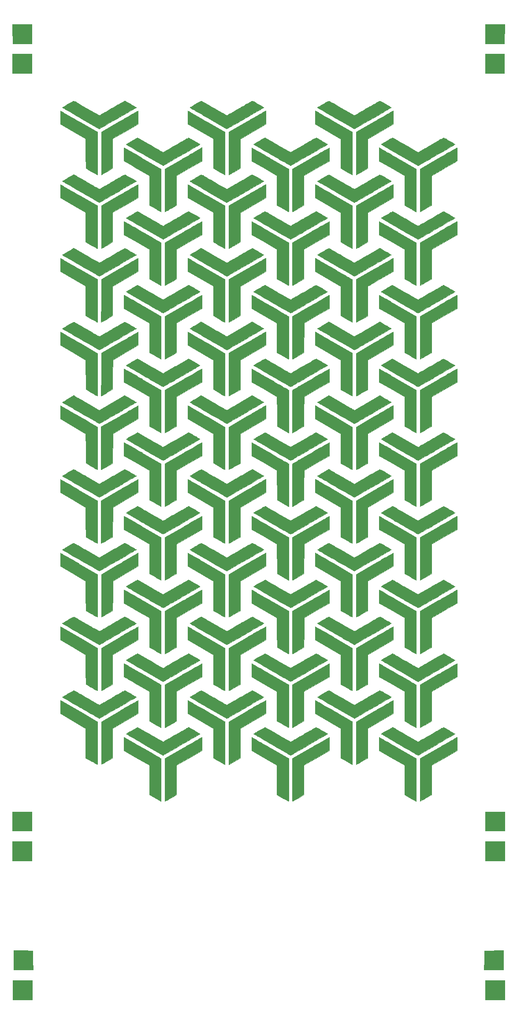
<source format=gbr>
%TF.GenerationSoftware,KiCad,Pcbnew,(5.1.6)-1*%
%TF.CreationDate,2020-10-14T22:08:21+01:00*%
%TF.ProjectId,Side 1,53696465-2031-42e6-9b69-6361645f7063,rev?*%
%TF.SameCoordinates,Original*%
%TF.FileFunction,Soldermask,Bot*%
%TF.FilePolarity,Negative*%
%FSLAX46Y46*%
G04 Gerber Fmt 4.6, Leading zero omitted, Abs format (unit mm)*
G04 Created by KiCad (PCBNEW (5.1.6)-1) date 2020-10-14 22:08:21*
%MOMM*%
%LPD*%
G01*
G04 APERTURE LIST*
%ADD10C,0.010000*%
G04 APERTURE END LIST*
D10*
%TO.C,G\u002A\u002A\u002A*%
G36*
X157193416Y-41646917D02*
G01*
X155346625Y-41652324D01*
X153499833Y-41657732D01*
X153499833Y-37953333D01*
X157204232Y-37953333D01*
X157193416Y-41646917D01*
G37*
X157193416Y-41646917D02*
X155346625Y-41652324D01*
X153499833Y-41657732D01*
X153499833Y-37953333D01*
X157204232Y-37953333D01*
X157193416Y-41646917D01*
G36*
X66420166Y-41657500D02*
G01*
X64582194Y-41657500D01*
X64306916Y-41657341D01*
X64043808Y-41656880D01*
X63795943Y-41656140D01*
X63566393Y-41655145D01*
X63358229Y-41653918D01*
X63174525Y-41652482D01*
X63018353Y-41650861D01*
X62892784Y-41649079D01*
X62800892Y-41647158D01*
X62745748Y-41645123D01*
X62730111Y-41643389D01*
X62727998Y-41620582D01*
X62725982Y-41558514D01*
X62724085Y-41460257D01*
X62722330Y-41328884D01*
X62720741Y-41167467D01*
X62719342Y-40979078D01*
X62718155Y-40766789D01*
X62717205Y-40533673D01*
X62716514Y-40282803D01*
X62716106Y-40017249D01*
X62716000Y-39791305D01*
X62716000Y-37953333D01*
X66420166Y-37953333D01*
X66420166Y-41657500D01*
G37*
X66420166Y-41657500D02*
X64582194Y-41657500D01*
X64306916Y-41657341D01*
X64043808Y-41656880D01*
X63795943Y-41656140D01*
X63566393Y-41655145D01*
X63358229Y-41653918D01*
X63174525Y-41652482D01*
X63018353Y-41650861D01*
X62892784Y-41649079D01*
X62800892Y-41647158D01*
X62745748Y-41645123D01*
X62730111Y-41643389D01*
X62727998Y-41620582D01*
X62725982Y-41558514D01*
X62724085Y-41460257D01*
X62722330Y-41328884D01*
X62720741Y-41167467D01*
X62719342Y-40979078D01*
X62718155Y-40766789D01*
X62717205Y-40533673D01*
X62716514Y-40282803D01*
X62716106Y-40017249D01*
X62716000Y-39791305D01*
X62716000Y-37953333D01*
X66420166Y-37953333D01*
X66420166Y-41657500D01*
G36*
X157204000Y-47351333D02*
G01*
X153499833Y-47351333D01*
X153499833Y-43647167D01*
X157204000Y-43647167D01*
X157204000Y-47351333D01*
G37*
X157204000Y-47351333D02*
X153499833Y-47351333D01*
X153499833Y-43647167D01*
X157204000Y-43647167D01*
X157204000Y-47351333D01*
G36*
X66420166Y-47351333D02*
G01*
X62716000Y-47351333D01*
X62716000Y-43647167D01*
X66420166Y-43647167D01*
X66420166Y-47351333D01*
G37*
X66420166Y-47351333D02*
X62716000Y-47351333D01*
X62716000Y-43647167D01*
X66420166Y-43647167D01*
X66420166Y-47351333D01*
G36*
X123448675Y-52640923D02*
G01*
X123508806Y-52670735D01*
X123604716Y-52721668D01*
X123736062Y-52793527D01*
X123902502Y-52886121D01*
X124103694Y-52999256D01*
X124339294Y-53132738D01*
X124608961Y-53286376D01*
X124912352Y-53459976D01*
X125249124Y-53653345D01*
X125618936Y-53866290D01*
X125848248Y-53998586D01*
X126142155Y-54168262D01*
X126426498Y-54332424D01*
X126699061Y-54489792D01*
X126957629Y-54639087D01*
X127199986Y-54779028D01*
X127423916Y-54908337D01*
X127627204Y-55025735D01*
X127807634Y-55129940D01*
X127962990Y-55219675D01*
X128091057Y-55293659D01*
X128189619Y-55350613D01*
X128256460Y-55389257D01*
X128289365Y-55408312D01*
X128291905Y-55409793D01*
X128300425Y-55413988D01*
X128310760Y-55416217D01*
X128324799Y-55415439D01*
X128344431Y-55410610D01*
X128371546Y-55400689D01*
X128408032Y-55384633D01*
X128455778Y-55361401D01*
X128516674Y-55329951D01*
X128592609Y-55289241D01*
X128685471Y-55238228D01*
X128797150Y-55175870D01*
X128929534Y-55101126D01*
X129084513Y-55012953D01*
X129263976Y-54910309D01*
X129469811Y-54792153D01*
X129703908Y-54657442D01*
X129968156Y-54505133D01*
X130264444Y-54334186D01*
X130594661Y-54143558D01*
X130751782Y-54052837D01*
X131046558Y-53882677D01*
X131331718Y-53718156D01*
X131605062Y-53560541D01*
X131864387Y-53411098D01*
X132107492Y-53271092D01*
X132332175Y-53141790D01*
X132536236Y-53024456D01*
X132717472Y-52920356D01*
X132873682Y-52830757D01*
X133002664Y-52756923D01*
X133102216Y-52700121D01*
X133170138Y-52661617D01*
X133204227Y-52642676D01*
X133207413Y-52641049D01*
X133220762Y-52637872D01*
X133239961Y-52639697D01*
X133267825Y-52648021D01*
X133307169Y-52664342D01*
X133360806Y-52690160D01*
X133431551Y-52726974D01*
X133522219Y-52776281D01*
X133635624Y-52839581D01*
X133774581Y-52918372D01*
X133941903Y-53014153D01*
X134140406Y-53128422D01*
X134350423Y-53249685D01*
X134591199Y-53389158D01*
X134796969Y-53509093D01*
X134969647Y-53610666D01*
X135111149Y-53695052D01*
X135223388Y-53763426D01*
X135308279Y-53816963D01*
X135367737Y-53856839D01*
X135403675Y-53884229D01*
X135418009Y-53900307D01*
X135417470Y-53904673D01*
X135397847Y-53916550D01*
X135343725Y-53948336D01*
X135257269Y-53998779D01*
X135140643Y-54066628D01*
X134996013Y-54150630D01*
X134825545Y-54249535D01*
X134631403Y-54362091D01*
X134415754Y-54487046D01*
X134180762Y-54623149D01*
X133928593Y-54769147D01*
X133661413Y-54923790D01*
X133381386Y-55085825D01*
X133090678Y-55254002D01*
X132791455Y-55427068D01*
X132485881Y-55603772D01*
X132176123Y-55782862D01*
X131864345Y-55963087D01*
X131552712Y-56143195D01*
X131243391Y-56321934D01*
X130938547Y-56498054D01*
X130640344Y-56670301D01*
X130350948Y-56837425D01*
X130072526Y-56998173D01*
X129807241Y-57151295D01*
X129557259Y-57295539D01*
X129324747Y-57429653D01*
X129111868Y-57552386D01*
X128920789Y-57662485D01*
X128753674Y-57758699D01*
X128612690Y-57839778D01*
X128500001Y-57904468D01*
X128417773Y-57951518D01*
X128368171Y-57979678D01*
X128353833Y-57987574D01*
X128334719Y-57977688D01*
X128280738Y-57947635D01*
X128193670Y-57898436D01*
X128075298Y-57831115D01*
X127927403Y-57746695D01*
X127751764Y-57646198D01*
X127550163Y-57530647D01*
X127324381Y-57401064D01*
X127076199Y-57258473D01*
X126807398Y-57103897D01*
X126519759Y-56938357D01*
X126215063Y-56762878D01*
X125895091Y-56578480D01*
X125561624Y-56386189D01*
X125216443Y-56187025D01*
X124861329Y-55982012D01*
X124838428Y-55968787D01*
X124482090Y-55762973D01*
X124135251Y-55562591D01*
X123799716Y-55368686D01*
X123477293Y-55182304D01*
X123169787Y-55004491D01*
X122879004Y-54836292D01*
X122606749Y-54678754D01*
X122354830Y-54532921D01*
X122125052Y-54399840D01*
X121919220Y-54280556D01*
X121739142Y-54176115D01*
X121586622Y-54087563D01*
X121463468Y-54015946D01*
X121371484Y-53962308D01*
X121312477Y-53927696D01*
X121288252Y-53913156D01*
X121288022Y-53913000D01*
X121279863Y-53905524D01*
X121277796Y-53896374D01*
X121284459Y-53883882D01*
X121302490Y-53866383D01*
X121334525Y-53842211D01*
X121383203Y-53809699D01*
X121451159Y-53767183D01*
X121541032Y-53712995D01*
X121655459Y-53645470D01*
X121797077Y-53562942D01*
X121968522Y-53463745D01*
X122172433Y-53346212D01*
X122316344Y-53263389D01*
X122512261Y-53150782D01*
X122697808Y-53044351D01*
X122869639Y-52946002D01*
X123024407Y-52857639D01*
X123158767Y-52781167D01*
X123269372Y-52718491D01*
X123352877Y-52671517D01*
X123405935Y-52642148D01*
X123424665Y-52632424D01*
X123448675Y-52640923D01*
G37*
X123448675Y-52640923D02*
X123508806Y-52670735D01*
X123604716Y-52721668D01*
X123736062Y-52793527D01*
X123902502Y-52886121D01*
X124103694Y-52999256D01*
X124339294Y-53132738D01*
X124608961Y-53286376D01*
X124912352Y-53459976D01*
X125249124Y-53653345D01*
X125618936Y-53866290D01*
X125848248Y-53998586D01*
X126142155Y-54168262D01*
X126426498Y-54332424D01*
X126699061Y-54489792D01*
X126957629Y-54639087D01*
X127199986Y-54779028D01*
X127423916Y-54908337D01*
X127627204Y-55025735D01*
X127807634Y-55129940D01*
X127962990Y-55219675D01*
X128091057Y-55293659D01*
X128189619Y-55350613D01*
X128256460Y-55389257D01*
X128289365Y-55408312D01*
X128291905Y-55409793D01*
X128300425Y-55413988D01*
X128310760Y-55416217D01*
X128324799Y-55415439D01*
X128344431Y-55410610D01*
X128371546Y-55400689D01*
X128408032Y-55384633D01*
X128455778Y-55361401D01*
X128516674Y-55329951D01*
X128592609Y-55289241D01*
X128685471Y-55238228D01*
X128797150Y-55175870D01*
X128929534Y-55101126D01*
X129084513Y-55012953D01*
X129263976Y-54910309D01*
X129469811Y-54792153D01*
X129703908Y-54657442D01*
X129968156Y-54505133D01*
X130264444Y-54334186D01*
X130594661Y-54143558D01*
X130751782Y-54052837D01*
X131046558Y-53882677D01*
X131331718Y-53718156D01*
X131605062Y-53560541D01*
X131864387Y-53411098D01*
X132107492Y-53271092D01*
X132332175Y-53141790D01*
X132536236Y-53024456D01*
X132717472Y-52920356D01*
X132873682Y-52830757D01*
X133002664Y-52756923D01*
X133102216Y-52700121D01*
X133170138Y-52661617D01*
X133204227Y-52642676D01*
X133207413Y-52641049D01*
X133220762Y-52637872D01*
X133239961Y-52639697D01*
X133267825Y-52648021D01*
X133307169Y-52664342D01*
X133360806Y-52690160D01*
X133431551Y-52726974D01*
X133522219Y-52776281D01*
X133635624Y-52839581D01*
X133774581Y-52918372D01*
X133941903Y-53014153D01*
X134140406Y-53128422D01*
X134350423Y-53249685D01*
X134591199Y-53389158D01*
X134796969Y-53509093D01*
X134969647Y-53610666D01*
X135111149Y-53695052D01*
X135223388Y-53763426D01*
X135308279Y-53816963D01*
X135367737Y-53856839D01*
X135403675Y-53884229D01*
X135418009Y-53900307D01*
X135417470Y-53904673D01*
X135397847Y-53916550D01*
X135343725Y-53948336D01*
X135257269Y-53998779D01*
X135140643Y-54066628D01*
X134996013Y-54150630D01*
X134825545Y-54249535D01*
X134631403Y-54362091D01*
X134415754Y-54487046D01*
X134180762Y-54623149D01*
X133928593Y-54769147D01*
X133661413Y-54923790D01*
X133381386Y-55085825D01*
X133090678Y-55254002D01*
X132791455Y-55427068D01*
X132485881Y-55603772D01*
X132176123Y-55782862D01*
X131864345Y-55963087D01*
X131552712Y-56143195D01*
X131243391Y-56321934D01*
X130938547Y-56498054D01*
X130640344Y-56670301D01*
X130350948Y-56837425D01*
X130072526Y-56998173D01*
X129807241Y-57151295D01*
X129557259Y-57295539D01*
X129324747Y-57429653D01*
X129111868Y-57552386D01*
X128920789Y-57662485D01*
X128753674Y-57758699D01*
X128612690Y-57839778D01*
X128500001Y-57904468D01*
X128417773Y-57951518D01*
X128368171Y-57979678D01*
X128353833Y-57987574D01*
X128334719Y-57977688D01*
X128280738Y-57947635D01*
X128193670Y-57898436D01*
X128075298Y-57831115D01*
X127927403Y-57746695D01*
X127751764Y-57646198D01*
X127550163Y-57530647D01*
X127324381Y-57401064D01*
X127076199Y-57258473D01*
X126807398Y-57103897D01*
X126519759Y-56938357D01*
X126215063Y-56762878D01*
X125895091Y-56578480D01*
X125561624Y-56386189D01*
X125216443Y-56187025D01*
X124861329Y-55982012D01*
X124838428Y-55968787D01*
X124482090Y-55762973D01*
X124135251Y-55562591D01*
X123799716Y-55368686D01*
X123477293Y-55182304D01*
X123169787Y-55004491D01*
X122879004Y-54836292D01*
X122606749Y-54678754D01*
X122354830Y-54532921D01*
X122125052Y-54399840D01*
X121919220Y-54280556D01*
X121739142Y-54176115D01*
X121586622Y-54087563D01*
X121463468Y-54015946D01*
X121371484Y-53962308D01*
X121312477Y-53927696D01*
X121288252Y-53913156D01*
X121288022Y-53913000D01*
X121279863Y-53905524D01*
X121277796Y-53896374D01*
X121284459Y-53883882D01*
X121302490Y-53866383D01*
X121334525Y-53842211D01*
X121383203Y-53809699D01*
X121451159Y-53767183D01*
X121541032Y-53712995D01*
X121655459Y-53645470D01*
X121797077Y-53562942D01*
X121968522Y-53463745D01*
X122172433Y-53346212D01*
X122316344Y-53263389D01*
X122512261Y-53150782D01*
X122697808Y-53044351D01*
X122869639Y-52946002D01*
X123024407Y-52857639D01*
X123158767Y-52781167D01*
X123269372Y-52718491D01*
X123352877Y-52671517D01*
X123405935Y-52642148D01*
X123424665Y-52632424D01*
X123448675Y-52640923D01*
G36*
X108804556Y-52648390D02*
G01*
X108868034Y-52682746D01*
X108958567Y-52733237D01*
X109072290Y-52797607D01*
X109205337Y-52873598D01*
X109353839Y-52958956D01*
X109513932Y-53051423D01*
X109681748Y-53148743D01*
X109853421Y-53248661D01*
X110025084Y-53348920D01*
X110192871Y-53447263D01*
X110352915Y-53541435D01*
X110501350Y-53629179D01*
X110634309Y-53708239D01*
X110747925Y-53776358D01*
X110838333Y-53831281D01*
X110901665Y-53870751D01*
X110934056Y-53892512D01*
X110937455Y-53896033D01*
X110917934Y-53907960D01*
X110863534Y-53939997D01*
X110776050Y-53991106D01*
X110657276Y-54060246D01*
X110509006Y-54146380D01*
X110333034Y-54248470D01*
X110131153Y-54365475D01*
X109905158Y-54496359D01*
X109656843Y-54640081D01*
X109388002Y-54795604D01*
X109100429Y-54961888D01*
X108795918Y-55137895D01*
X108476262Y-55322587D01*
X108143257Y-55514925D01*
X107798695Y-55713869D01*
X107451750Y-55914124D01*
X107096818Y-56118967D01*
X106751220Y-56318445D01*
X106416783Y-56511503D01*
X106095335Y-56697085D01*
X105788705Y-56874135D01*
X105498718Y-57041596D01*
X105227205Y-57198414D01*
X104975991Y-57343532D01*
X104746905Y-57475893D01*
X104541775Y-57594443D01*
X104362428Y-57698126D01*
X104210693Y-57785884D01*
X104088396Y-57856663D01*
X103997367Y-57909406D01*
X103939432Y-57943058D01*
X103916678Y-57956403D01*
X103852939Y-57995373D01*
X100320605Y-55955389D01*
X99963315Y-55749011D01*
X99615785Y-55548197D01*
X99279793Y-55353980D01*
X98957120Y-55167390D01*
X98649545Y-54989459D01*
X98358848Y-54821219D01*
X98086808Y-54663700D01*
X97835205Y-54517934D01*
X97605820Y-54384952D01*
X97400430Y-54265787D01*
X97220817Y-54161469D01*
X97068760Y-54073029D01*
X96946038Y-54001500D01*
X96854431Y-53947912D01*
X96795718Y-53913297D01*
X96771680Y-53898686D01*
X96771212Y-53898327D01*
X96785923Y-53884983D01*
X96834248Y-53852484D01*
X96913063Y-53802715D01*
X97019246Y-53737559D01*
X97149675Y-53658899D01*
X97301226Y-53568619D01*
X97470776Y-53468603D01*
X97655204Y-53360734D01*
X97846553Y-53249690D01*
X98075800Y-53117286D01*
X98271311Y-53004739D01*
X98435901Y-52910549D01*
X98572384Y-52833217D01*
X98683575Y-52771243D01*
X98772289Y-52723127D01*
X98841342Y-52687372D01*
X98893549Y-52662476D01*
X98931723Y-52646940D01*
X98958682Y-52639266D01*
X98977239Y-52637953D01*
X98989224Y-52641036D01*
X99013429Y-52654262D01*
X99072084Y-52687407D01*
X99162988Y-52739205D01*
X99283938Y-52808389D01*
X99432734Y-52893694D01*
X99607174Y-52993855D01*
X99805055Y-53107605D01*
X100024178Y-53233678D01*
X100262339Y-53370810D01*
X100517337Y-53517734D01*
X100786972Y-53673185D01*
X101069040Y-53835896D01*
X101361341Y-54004602D01*
X101444884Y-54052837D01*
X101790685Y-54252489D01*
X102101724Y-54431999D01*
X102379889Y-54592410D01*
X102627068Y-54734764D01*
X102845152Y-54860103D01*
X103036028Y-54969469D01*
X103201587Y-55063904D01*
X103343717Y-55144450D01*
X103464307Y-55212150D01*
X103565246Y-55268044D01*
X103648423Y-55313176D01*
X103715727Y-55348587D01*
X103769048Y-55375320D01*
X103810274Y-55394416D01*
X103841295Y-55406918D01*
X103863999Y-55413867D01*
X103880275Y-55416306D01*
X103892012Y-55415277D01*
X103901101Y-55411821D01*
X103904760Y-55409793D01*
X103929518Y-55395441D01*
X103988723Y-55361204D01*
X104080160Y-55308363D01*
X104201614Y-55238196D01*
X104350868Y-55151983D01*
X104525707Y-55051004D01*
X104723916Y-54936538D01*
X104943278Y-54809864D01*
X105181579Y-54672263D01*
X105436602Y-54525014D01*
X105706132Y-54369395D01*
X105987952Y-54206688D01*
X106279849Y-54038171D01*
X106348418Y-53998586D01*
X106737220Y-53774384D01*
X107093183Y-53569647D01*
X107415961Y-53384566D01*
X107705215Y-53219336D01*
X107960600Y-53074149D01*
X108181775Y-52949198D01*
X108368397Y-52844676D01*
X108520123Y-52760777D01*
X108636612Y-52697692D01*
X108717521Y-52655616D01*
X108762507Y-52634742D01*
X108772001Y-52632424D01*
X108804556Y-52648390D01*
G37*
X108804556Y-52648390D02*
X108868034Y-52682746D01*
X108958567Y-52733237D01*
X109072290Y-52797607D01*
X109205337Y-52873598D01*
X109353839Y-52958956D01*
X109513932Y-53051423D01*
X109681748Y-53148743D01*
X109853421Y-53248661D01*
X110025084Y-53348920D01*
X110192871Y-53447263D01*
X110352915Y-53541435D01*
X110501350Y-53629179D01*
X110634309Y-53708239D01*
X110747925Y-53776358D01*
X110838333Y-53831281D01*
X110901665Y-53870751D01*
X110934056Y-53892512D01*
X110937455Y-53896033D01*
X110917934Y-53907960D01*
X110863534Y-53939997D01*
X110776050Y-53991106D01*
X110657276Y-54060246D01*
X110509006Y-54146380D01*
X110333034Y-54248470D01*
X110131153Y-54365475D01*
X109905158Y-54496359D01*
X109656843Y-54640081D01*
X109388002Y-54795604D01*
X109100429Y-54961888D01*
X108795918Y-55137895D01*
X108476262Y-55322587D01*
X108143257Y-55514925D01*
X107798695Y-55713869D01*
X107451750Y-55914124D01*
X107096818Y-56118967D01*
X106751220Y-56318445D01*
X106416783Y-56511503D01*
X106095335Y-56697085D01*
X105788705Y-56874135D01*
X105498718Y-57041596D01*
X105227205Y-57198414D01*
X104975991Y-57343532D01*
X104746905Y-57475893D01*
X104541775Y-57594443D01*
X104362428Y-57698126D01*
X104210693Y-57785884D01*
X104088396Y-57856663D01*
X103997367Y-57909406D01*
X103939432Y-57943058D01*
X103916678Y-57956403D01*
X103852939Y-57995373D01*
X100320605Y-55955389D01*
X99963315Y-55749011D01*
X99615785Y-55548197D01*
X99279793Y-55353980D01*
X98957120Y-55167390D01*
X98649545Y-54989459D01*
X98358848Y-54821219D01*
X98086808Y-54663700D01*
X97835205Y-54517934D01*
X97605820Y-54384952D01*
X97400430Y-54265787D01*
X97220817Y-54161469D01*
X97068760Y-54073029D01*
X96946038Y-54001500D01*
X96854431Y-53947912D01*
X96795718Y-53913297D01*
X96771680Y-53898686D01*
X96771212Y-53898327D01*
X96785923Y-53884983D01*
X96834248Y-53852484D01*
X96913063Y-53802715D01*
X97019246Y-53737559D01*
X97149675Y-53658899D01*
X97301226Y-53568619D01*
X97470776Y-53468603D01*
X97655204Y-53360734D01*
X97846553Y-53249690D01*
X98075800Y-53117286D01*
X98271311Y-53004739D01*
X98435901Y-52910549D01*
X98572384Y-52833217D01*
X98683575Y-52771243D01*
X98772289Y-52723127D01*
X98841342Y-52687372D01*
X98893549Y-52662476D01*
X98931723Y-52646940D01*
X98958682Y-52639266D01*
X98977239Y-52637953D01*
X98989224Y-52641036D01*
X99013429Y-52654262D01*
X99072084Y-52687407D01*
X99162988Y-52739205D01*
X99283938Y-52808389D01*
X99432734Y-52893694D01*
X99607174Y-52993855D01*
X99805055Y-53107605D01*
X100024178Y-53233678D01*
X100262339Y-53370810D01*
X100517337Y-53517734D01*
X100786972Y-53673185D01*
X101069040Y-53835896D01*
X101361341Y-54004602D01*
X101444884Y-54052837D01*
X101790685Y-54252489D01*
X102101724Y-54431999D01*
X102379889Y-54592410D01*
X102627068Y-54734764D01*
X102845152Y-54860103D01*
X103036028Y-54969469D01*
X103201587Y-55063904D01*
X103343717Y-55144450D01*
X103464307Y-55212150D01*
X103565246Y-55268044D01*
X103648423Y-55313176D01*
X103715727Y-55348587D01*
X103769048Y-55375320D01*
X103810274Y-55394416D01*
X103841295Y-55406918D01*
X103863999Y-55413867D01*
X103880275Y-55416306D01*
X103892012Y-55415277D01*
X103901101Y-55411821D01*
X103904760Y-55409793D01*
X103929518Y-55395441D01*
X103988723Y-55361204D01*
X104080160Y-55308363D01*
X104201614Y-55238196D01*
X104350868Y-55151983D01*
X104525707Y-55051004D01*
X104723916Y-54936538D01*
X104943278Y-54809864D01*
X105181579Y-54672263D01*
X105436602Y-54525014D01*
X105706132Y-54369395D01*
X105987952Y-54206688D01*
X106279849Y-54038171D01*
X106348418Y-53998586D01*
X106737220Y-53774384D01*
X107093183Y-53569647D01*
X107415961Y-53384566D01*
X107705215Y-53219336D01*
X107960600Y-53074149D01*
X108181775Y-52949198D01*
X108368397Y-52844676D01*
X108520123Y-52760777D01*
X108636612Y-52697692D01*
X108717521Y-52655616D01*
X108762507Y-52634742D01*
X108772001Y-52632424D01*
X108804556Y-52648390D01*
G36*
X84255994Y-52637258D02*
G01*
X84310574Y-52664861D01*
X84393834Y-52709274D01*
X84501871Y-52768271D01*
X84630784Y-52839626D01*
X84776673Y-52921114D01*
X84935636Y-53010507D01*
X85103773Y-53105582D01*
X85277181Y-53204111D01*
X85451959Y-53303869D01*
X85624207Y-53402630D01*
X85790023Y-53498169D01*
X85945505Y-53588259D01*
X86086754Y-53670674D01*
X86209866Y-53743190D01*
X86310942Y-53803579D01*
X86386080Y-53849617D01*
X86431379Y-53879077D01*
X86443521Y-53889326D01*
X86425459Y-53901125D01*
X86372583Y-53932984D01*
X86286754Y-53983819D01*
X86169834Y-54052548D01*
X86023685Y-54138089D01*
X85850169Y-54239358D01*
X85651147Y-54355275D01*
X85428481Y-54484756D01*
X85184033Y-54626719D01*
X84919665Y-54780082D01*
X84637239Y-54943761D01*
X84338616Y-55116676D01*
X84025658Y-55297743D01*
X83700228Y-55485880D01*
X83364186Y-55680004D01*
X83253495Y-55743917D01*
X82908249Y-55943236D01*
X82569336Y-56138902D01*
X82238902Y-56329673D01*
X81919092Y-56514313D01*
X81612051Y-56691581D01*
X81319925Y-56860241D01*
X81044859Y-57019052D01*
X80788999Y-57166776D01*
X80554490Y-57302175D01*
X80343477Y-57424009D01*
X80158106Y-57531041D01*
X80000522Y-57622031D01*
X79872871Y-57695741D01*
X79777299Y-57750932D01*
X79715949Y-57786365D01*
X79710337Y-57789608D01*
X79356891Y-57993799D01*
X75810212Y-55948108D01*
X75452375Y-55741649D01*
X75104450Y-55540789D01*
X74768202Y-55346551D01*
X74445398Y-55159960D01*
X74137804Y-54982041D01*
X73847187Y-54813820D01*
X73575313Y-54656320D01*
X73323948Y-54510567D01*
X73094858Y-54377585D01*
X72889810Y-54258399D01*
X72710569Y-54154034D01*
X72558904Y-54065515D01*
X72436578Y-53993866D01*
X72345360Y-53940113D01*
X72287015Y-53905281D01*
X72263310Y-53890393D01*
X72262849Y-53889934D01*
X72280460Y-53875508D01*
X72331184Y-53842761D01*
X72411121Y-53793909D01*
X72516367Y-53731171D01*
X72643020Y-53656764D01*
X72787177Y-53572906D01*
X72944937Y-53481814D01*
X73112395Y-53385706D01*
X73285651Y-53286799D01*
X73460801Y-53187312D01*
X73633944Y-53089461D01*
X73801175Y-52995465D01*
X73958594Y-52907540D01*
X74102297Y-52827905D01*
X74228382Y-52758777D01*
X74332947Y-52702373D01*
X74412088Y-52660912D01*
X74461905Y-52636611D01*
X74478189Y-52631063D01*
X74500168Y-52642988D01*
X74556625Y-52674849D01*
X74645387Y-52725396D01*
X74764282Y-52793379D01*
X74911136Y-52877551D01*
X75083776Y-52976662D01*
X75280029Y-53089461D01*
X75497722Y-53214702D01*
X75734682Y-53351133D01*
X75988737Y-53497506D01*
X76257712Y-53652572D01*
X76539435Y-53815081D01*
X76831733Y-53983785D01*
X76931307Y-54041276D01*
X77280033Y-54242591D01*
X77593987Y-54423702D01*
X77875022Y-54585640D01*
X78124990Y-54729433D01*
X78345742Y-54856111D01*
X78539130Y-54966704D01*
X78707007Y-55062241D01*
X78851225Y-55143751D01*
X78973635Y-55212264D01*
X79076089Y-55268809D01*
X79160440Y-55314417D01*
X79228540Y-55350115D01*
X79282240Y-55376935D01*
X79323392Y-55395904D01*
X79353849Y-55408054D01*
X79375462Y-55414412D01*
X79390084Y-55416009D01*
X79399567Y-55413874D01*
X79400113Y-55413598D01*
X79424084Y-55400040D01*
X79482494Y-55366575D01*
X79573133Y-55314477D01*
X79693787Y-55245023D01*
X79842245Y-55159489D01*
X80016295Y-55059149D01*
X80213724Y-54945281D01*
X80432322Y-54819160D01*
X80669875Y-54682062D01*
X80924171Y-54535262D01*
X81193000Y-54380037D01*
X81474148Y-54217662D01*
X81765404Y-54049414D01*
X81826918Y-54013875D01*
X82119560Y-53844842D01*
X82402288Y-53681617D01*
X82672914Y-53525458D01*
X82929251Y-53377626D01*
X83169111Y-53239378D01*
X83390307Y-53111974D01*
X83590651Y-52996672D01*
X83767955Y-52894731D01*
X83920033Y-52807410D01*
X84044696Y-52735968D01*
X84139758Y-52681664D01*
X84203030Y-52645756D01*
X84232324Y-52629504D01*
X84233995Y-52628690D01*
X84255994Y-52637258D01*
G37*
X84255994Y-52637258D02*
X84310574Y-52664861D01*
X84393834Y-52709274D01*
X84501871Y-52768271D01*
X84630784Y-52839626D01*
X84776673Y-52921114D01*
X84935636Y-53010507D01*
X85103773Y-53105582D01*
X85277181Y-53204111D01*
X85451959Y-53303869D01*
X85624207Y-53402630D01*
X85790023Y-53498169D01*
X85945505Y-53588259D01*
X86086754Y-53670674D01*
X86209866Y-53743190D01*
X86310942Y-53803579D01*
X86386080Y-53849617D01*
X86431379Y-53879077D01*
X86443521Y-53889326D01*
X86425459Y-53901125D01*
X86372583Y-53932984D01*
X86286754Y-53983819D01*
X86169834Y-54052548D01*
X86023685Y-54138089D01*
X85850169Y-54239358D01*
X85651147Y-54355275D01*
X85428481Y-54484756D01*
X85184033Y-54626719D01*
X84919665Y-54780082D01*
X84637239Y-54943761D01*
X84338616Y-55116676D01*
X84025658Y-55297743D01*
X83700228Y-55485880D01*
X83364186Y-55680004D01*
X83253495Y-55743917D01*
X82908249Y-55943236D01*
X82569336Y-56138902D01*
X82238902Y-56329673D01*
X81919092Y-56514313D01*
X81612051Y-56691581D01*
X81319925Y-56860241D01*
X81044859Y-57019052D01*
X80788999Y-57166776D01*
X80554490Y-57302175D01*
X80343477Y-57424009D01*
X80158106Y-57531041D01*
X80000522Y-57622031D01*
X79872871Y-57695741D01*
X79777299Y-57750932D01*
X79715949Y-57786365D01*
X79710337Y-57789608D01*
X79356891Y-57993799D01*
X75810212Y-55948108D01*
X75452375Y-55741649D01*
X75104450Y-55540789D01*
X74768202Y-55346551D01*
X74445398Y-55159960D01*
X74137804Y-54982041D01*
X73847187Y-54813820D01*
X73575313Y-54656320D01*
X73323948Y-54510567D01*
X73094858Y-54377585D01*
X72889810Y-54258399D01*
X72710569Y-54154034D01*
X72558904Y-54065515D01*
X72436578Y-53993866D01*
X72345360Y-53940113D01*
X72287015Y-53905281D01*
X72263310Y-53890393D01*
X72262849Y-53889934D01*
X72280460Y-53875508D01*
X72331184Y-53842761D01*
X72411121Y-53793909D01*
X72516367Y-53731171D01*
X72643020Y-53656764D01*
X72787177Y-53572906D01*
X72944937Y-53481814D01*
X73112395Y-53385706D01*
X73285651Y-53286799D01*
X73460801Y-53187312D01*
X73633944Y-53089461D01*
X73801175Y-52995465D01*
X73958594Y-52907540D01*
X74102297Y-52827905D01*
X74228382Y-52758777D01*
X74332947Y-52702373D01*
X74412088Y-52660912D01*
X74461905Y-52636611D01*
X74478189Y-52631063D01*
X74500168Y-52642988D01*
X74556625Y-52674849D01*
X74645387Y-52725396D01*
X74764282Y-52793379D01*
X74911136Y-52877551D01*
X75083776Y-52976662D01*
X75280029Y-53089461D01*
X75497722Y-53214702D01*
X75734682Y-53351133D01*
X75988737Y-53497506D01*
X76257712Y-53652572D01*
X76539435Y-53815081D01*
X76831733Y-53983785D01*
X76931307Y-54041276D01*
X77280033Y-54242591D01*
X77593987Y-54423702D01*
X77875022Y-54585640D01*
X78124990Y-54729433D01*
X78345742Y-54856111D01*
X78539130Y-54966704D01*
X78707007Y-55062241D01*
X78851225Y-55143751D01*
X78973635Y-55212264D01*
X79076089Y-55268809D01*
X79160440Y-55314417D01*
X79228540Y-55350115D01*
X79282240Y-55376935D01*
X79323392Y-55395904D01*
X79353849Y-55408054D01*
X79375462Y-55414412D01*
X79390084Y-55416009D01*
X79399567Y-55413874D01*
X79400113Y-55413598D01*
X79424084Y-55400040D01*
X79482494Y-55366575D01*
X79573133Y-55314477D01*
X79693787Y-55245023D01*
X79842245Y-55159489D01*
X80016295Y-55059149D01*
X80213724Y-54945281D01*
X80432322Y-54819160D01*
X80669875Y-54682062D01*
X80924171Y-54535262D01*
X81193000Y-54380037D01*
X81474148Y-54217662D01*
X81765404Y-54049414D01*
X81826918Y-54013875D01*
X82119560Y-53844842D01*
X82402288Y-53681617D01*
X82672914Y-53525458D01*
X82929251Y-53377626D01*
X83169111Y-53239378D01*
X83390307Y-53111974D01*
X83590651Y-52996672D01*
X83767955Y-52894731D01*
X83920033Y-52807410D01*
X84044696Y-52735968D01*
X84139758Y-52681664D01*
X84203030Y-52645756D01*
X84232324Y-52629504D01*
X84233995Y-52628690D01*
X84255994Y-52637258D01*
G36*
X111218285Y-59701890D02*
G01*
X111272772Y-59732241D01*
X111359620Y-59781322D01*
X111476682Y-59847905D01*
X111621816Y-59930759D01*
X111792877Y-60028654D01*
X111987721Y-60140362D01*
X112204203Y-60264652D01*
X112440180Y-60400294D01*
X112693506Y-60546060D01*
X112962039Y-60700718D01*
X113243633Y-60863040D01*
X113536145Y-61031795D01*
X113656509Y-61101275D01*
X116098333Y-62511051D01*
X118544737Y-61098631D01*
X118898182Y-60894642D01*
X119216812Y-60710917D01*
X119502418Y-60546458D01*
X119756789Y-60400265D01*
X119981718Y-60271338D01*
X120178993Y-60158680D01*
X120350405Y-60061290D01*
X120497745Y-59978170D01*
X120622804Y-59908321D01*
X120727372Y-59850742D01*
X120813240Y-59804436D01*
X120882197Y-59768403D01*
X120936035Y-59741643D01*
X120976543Y-59723158D01*
X121005513Y-59711948D01*
X121024736Y-59707015D01*
X121036000Y-59707359D01*
X121037112Y-59707802D01*
X121070946Y-59725684D01*
X121135743Y-59761795D01*
X121227581Y-59813853D01*
X121342535Y-59879574D01*
X121476681Y-59956676D01*
X121626097Y-60042873D01*
X121786859Y-60135884D01*
X121955044Y-60233425D01*
X122126727Y-60333212D01*
X122297987Y-60432961D01*
X122464898Y-60530391D01*
X122623538Y-60623216D01*
X122769984Y-60709154D01*
X122900311Y-60785922D01*
X123010596Y-60851236D01*
X123096916Y-60902812D01*
X123155348Y-60938368D01*
X123181968Y-60955619D01*
X123183187Y-60956783D01*
X123165717Y-60968870D01*
X123113684Y-61000782D01*
X123029243Y-61051274D01*
X122914549Y-61119103D01*
X122771759Y-61203025D01*
X122603026Y-61301796D01*
X122410507Y-61414173D01*
X122196357Y-61538911D01*
X121962731Y-61674767D01*
X121711785Y-61820497D01*
X121445673Y-61974857D01*
X121166551Y-62136604D01*
X120876575Y-62304493D01*
X120577899Y-62477280D01*
X120272679Y-62653723D01*
X119963071Y-62832576D01*
X119651229Y-63012597D01*
X119339309Y-63192541D01*
X119029466Y-63371165D01*
X118723856Y-63547224D01*
X118424633Y-63719475D01*
X118133954Y-63886675D01*
X117853973Y-64047579D01*
X117586846Y-64200943D01*
X117334728Y-64345524D01*
X117099775Y-64480078D01*
X116884141Y-64603362D01*
X116689982Y-64714130D01*
X116519453Y-64811139D01*
X116374710Y-64893147D01*
X116257908Y-64958908D01*
X116171202Y-65007179D01*
X116116748Y-65036716D01*
X116096807Y-65046293D01*
X116075686Y-65035829D01*
X116019704Y-65005198D01*
X115930651Y-64955423D01*
X115810314Y-64887527D01*
X115660481Y-64802533D01*
X115482940Y-64701465D01*
X115279479Y-64585346D01*
X115051885Y-64455199D01*
X114801947Y-64312049D01*
X114531453Y-64156917D01*
X114242190Y-63990827D01*
X113935947Y-63814804D01*
X113614511Y-63629869D01*
X113279671Y-63437047D01*
X112933214Y-63237361D01*
X112576927Y-63031833D01*
X112537365Y-63009001D01*
X112180452Y-62802939D01*
X111833456Y-62602474D01*
X111498147Y-62408633D01*
X111176296Y-62222444D01*
X110869673Y-62044937D01*
X110580047Y-61877137D01*
X110309190Y-61720075D01*
X110058870Y-61574777D01*
X109830858Y-61442272D01*
X109626924Y-61323588D01*
X109448838Y-61219753D01*
X109298371Y-61131796D01*
X109177291Y-61060743D01*
X109087370Y-61007624D01*
X109030378Y-60973466D01*
X109008083Y-60959298D01*
X109007824Y-60958992D01*
X109025493Y-60946521D01*
X109076028Y-60915285D01*
X109155541Y-60867533D01*
X109260149Y-60805513D01*
X109385965Y-60731473D01*
X109529104Y-60647663D01*
X109685680Y-60556330D01*
X109851808Y-60459722D01*
X110023602Y-60360087D01*
X110197178Y-60259675D01*
X110368649Y-60160732D01*
X110534130Y-60065509D01*
X110689736Y-59976252D01*
X110831581Y-59895210D01*
X110955779Y-59824631D01*
X111058446Y-59766764D01*
X111135695Y-59723857D01*
X111183641Y-59698158D01*
X111198301Y-59691500D01*
X111218285Y-59701890D01*
G37*
X111218285Y-59701890D02*
X111272772Y-59732241D01*
X111359620Y-59781322D01*
X111476682Y-59847905D01*
X111621816Y-59930759D01*
X111792877Y-60028654D01*
X111987721Y-60140362D01*
X112204203Y-60264652D01*
X112440180Y-60400294D01*
X112693506Y-60546060D01*
X112962039Y-60700718D01*
X113243633Y-60863040D01*
X113536145Y-61031795D01*
X113656509Y-61101275D01*
X116098333Y-62511051D01*
X118544737Y-61098631D01*
X118898182Y-60894642D01*
X119216812Y-60710917D01*
X119502418Y-60546458D01*
X119756789Y-60400265D01*
X119981718Y-60271338D01*
X120178993Y-60158680D01*
X120350405Y-60061290D01*
X120497745Y-59978170D01*
X120622804Y-59908321D01*
X120727372Y-59850742D01*
X120813240Y-59804436D01*
X120882197Y-59768403D01*
X120936035Y-59741643D01*
X120976543Y-59723158D01*
X121005513Y-59711948D01*
X121024736Y-59707015D01*
X121036000Y-59707359D01*
X121037112Y-59707802D01*
X121070946Y-59725684D01*
X121135743Y-59761795D01*
X121227581Y-59813853D01*
X121342535Y-59879574D01*
X121476681Y-59956676D01*
X121626097Y-60042873D01*
X121786859Y-60135884D01*
X121955044Y-60233425D01*
X122126727Y-60333212D01*
X122297987Y-60432961D01*
X122464898Y-60530391D01*
X122623538Y-60623216D01*
X122769984Y-60709154D01*
X122900311Y-60785922D01*
X123010596Y-60851236D01*
X123096916Y-60902812D01*
X123155348Y-60938368D01*
X123181968Y-60955619D01*
X123183187Y-60956783D01*
X123165717Y-60968870D01*
X123113684Y-61000782D01*
X123029243Y-61051274D01*
X122914549Y-61119103D01*
X122771759Y-61203025D01*
X122603026Y-61301796D01*
X122410507Y-61414173D01*
X122196357Y-61538911D01*
X121962731Y-61674767D01*
X121711785Y-61820497D01*
X121445673Y-61974857D01*
X121166551Y-62136604D01*
X120876575Y-62304493D01*
X120577899Y-62477280D01*
X120272679Y-62653723D01*
X119963071Y-62832576D01*
X119651229Y-63012597D01*
X119339309Y-63192541D01*
X119029466Y-63371165D01*
X118723856Y-63547224D01*
X118424633Y-63719475D01*
X118133954Y-63886675D01*
X117853973Y-64047579D01*
X117586846Y-64200943D01*
X117334728Y-64345524D01*
X117099775Y-64480078D01*
X116884141Y-64603362D01*
X116689982Y-64714130D01*
X116519453Y-64811139D01*
X116374710Y-64893147D01*
X116257908Y-64958908D01*
X116171202Y-65007179D01*
X116116748Y-65036716D01*
X116096807Y-65046293D01*
X116075686Y-65035829D01*
X116019704Y-65005198D01*
X115930651Y-64955423D01*
X115810314Y-64887527D01*
X115660481Y-64802533D01*
X115482940Y-64701465D01*
X115279479Y-64585346D01*
X115051885Y-64455199D01*
X114801947Y-64312049D01*
X114531453Y-64156917D01*
X114242190Y-63990827D01*
X113935947Y-63814804D01*
X113614511Y-63629869D01*
X113279671Y-63437047D01*
X112933214Y-63237361D01*
X112576927Y-63031833D01*
X112537365Y-63009001D01*
X112180452Y-62802939D01*
X111833456Y-62602474D01*
X111498147Y-62408633D01*
X111176296Y-62222444D01*
X110869673Y-62044937D01*
X110580047Y-61877137D01*
X110309190Y-61720075D01*
X110058870Y-61574777D01*
X109830858Y-61442272D01*
X109626924Y-61323588D01*
X109448838Y-61219753D01*
X109298371Y-61131796D01*
X109177291Y-61060743D01*
X109087370Y-61007624D01*
X109030378Y-60973466D01*
X109008083Y-60959298D01*
X109007824Y-60958992D01*
X109025493Y-60946521D01*
X109076028Y-60915285D01*
X109155541Y-60867533D01*
X109260149Y-60805513D01*
X109385965Y-60731473D01*
X109529104Y-60647663D01*
X109685680Y-60556330D01*
X109851808Y-60459722D01*
X110023602Y-60360087D01*
X110197178Y-60259675D01*
X110368649Y-60160732D01*
X110534130Y-60065509D01*
X110689736Y-59976252D01*
X110831581Y-59895210D01*
X110955779Y-59824631D01*
X111058446Y-59766764D01*
X111135695Y-59723857D01*
X111183641Y-59698158D01*
X111198301Y-59691500D01*
X111218285Y-59701890D01*
G36*
X135734808Y-59710816D02*
G01*
X135758997Y-59724043D01*
X135817628Y-59757199D01*
X135908498Y-59809015D01*
X136029404Y-59878225D01*
X136178144Y-59963561D01*
X136352514Y-60063756D01*
X136550312Y-60177543D01*
X136769335Y-60303653D01*
X137007380Y-60440821D01*
X137262244Y-60587777D01*
X137531724Y-60743255D01*
X137813618Y-60905988D01*
X138105722Y-61074708D01*
X138186100Y-61121150D01*
X138533344Y-61321752D01*
X138845830Y-61502143D01*
X139125418Y-61663357D01*
X139373966Y-61806426D01*
X139593333Y-61932386D01*
X139785378Y-62042269D01*
X139951960Y-62137110D01*
X140094937Y-62217942D01*
X140216169Y-62285798D01*
X140317514Y-62341714D01*
X140400831Y-62386722D01*
X140467978Y-62421856D01*
X140520816Y-62448151D01*
X140561203Y-62466639D01*
X140590997Y-62478355D01*
X140612057Y-62484332D01*
X140626242Y-62485604D01*
X140635337Y-62483244D01*
X140659279Y-62469710D01*
X140717677Y-62436272D01*
X140808329Y-62384199D01*
X140929032Y-62314761D01*
X141077584Y-62229228D01*
X141251784Y-62128867D01*
X141449428Y-62014949D01*
X141668316Y-61888743D01*
X141906245Y-61751519D01*
X142161012Y-61604545D01*
X142430416Y-61449091D01*
X142712254Y-61286427D01*
X143004325Y-61117821D01*
X143083380Y-61072178D01*
X143428797Y-60872763D01*
X143739456Y-60693487D01*
X144017253Y-60533302D01*
X144264084Y-60391165D01*
X144481843Y-60266028D01*
X144672426Y-60156848D01*
X144837728Y-60062578D01*
X144979645Y-59982173D01*
X145100071Y-59914588D01*
X145200902Y-59858777D01*
X145284032Y-59813694D01*
X145351358Y-59778295D01*
X145404774Y-59751533D01*
X145446176Y-59732364D01*
X145477459Y-59719742D01*
X145500517Y-59712621D01*
X145517247Y-59709956D01*
X145529544Y-59710702D01*
X145539302Y-59713812D01*
X145542873Y-59715463D01*
X145590242Y-59740222D01*
X145666711Y-59782321D01*
X145768400Y-59839494D01*
X145891431Y-59909475D01*
X146031922Y-59989998D01*
X146185995Y-60078798D01*
X146349771Y-60173607D01*
X146519371Y-60272161D01*
X146690913Y-60372192D01*
X146860520Y-60471437D01*
X147024312Y-60567627D01*
X147178409Y-60658498D01*
X147318932Y-60741783D01*
X147442002Y-60815217D01*
X147543738Y-60876533D01*
X147620263Y-60923466D01*
X147667695Y-60953750D01*
X147682256Y-60965059D01*
X147662781Y-60976930D01*
X147608440Y-61008902D01*
X147521042Y-61059929D01*
X147402394Y-61128964D01*
X147254304Y-61214960D01*
X147078580Y-61316873D01*
X146877029Y-61433655D01*
X146651458Y-61564259D01*
X146403676Y-61707640D01*
X146135490Y-61862751D01*
X145848708Y-62028546D01*
X145545138Y-62203979D01*
X145226587Y-62388002D01*
X144894862Y-62579571D01*
X144551773Y-62777637D01*
X144250000Y-62951799D01*
X143896874Y-63155575D01*
X143552552Y-63354278D01*
X143218915Y-63546823D01*
X142897847Y-63732124D01*
X142591228Y-63909093D01*
X142300942Y-64076644D01*
X142028870Y-64233690D01*
X141776895Y-64379145D01*
X141546899Y-64511923D01*
X141340763Y-64630936D01*
X141160372Y-64735098D01*
X141007605Y-64823324D01*
X140884347Y-64894525D01*
X140792478Y-64947616D01*
X140733882Y-64981510D01*
X140712177Y-64994101D01*
X140592771Y-65063805D01*
X137046051Y-63017944D01*
X136688219Y-62811482D01*
X136340294Y-62610633D01*
X136004043Y-62416421D01*
X135681232Y-62229869D01*
X135373629Y-62052003D01*
X135082998Y-61883846D01*
X134811107Y-61726421D01*
X134559721Y-61580754D01*
X134330607Y-61447868D01*
X134125532Y-61328787D01*
X133946261Y-61224536D01*
X133794562Y-61136138D01*
X133672199Y-61064617D01*
X133580941Y-61010997D01*
X133522552Y-60976303D01*
X133498800Y-60961559D01*
X133498332Y-60961123D01*
X133515970Y-60948871D01*
X133567134Y-60917394D01*
X133648643Y-60868559D01*
X133757320Y-60804234D01*
X133889985Y-60726287D01*
X134043460Y-60636585D01*
X134214566Y-60536998D01*
X134400123Y-60429392D01*
X134591004Y-60319068D01*
X134820499Y-60186774D01*
X135016240Y-60074313D01*
X135181038Y-59980188D01*
X135317707Y-59902903D01*
X135429060Y-59840963D01*
X135517909Y-59792871D01*
X135587069Y-59757132D01*
X135639352Y-59732250D01*
X135677570Y-59716729D01*
X135704537Y-59709073D01*
X135723066Y-59707786D01*
X135734808Y-59710816D01*
G37*
X135734808Y-59710816D02*
X135758997Y-59724043D01*
X135817628Y-59757199D01*
X135908498Y-59809015D01*
X136029404Y-59878225D01*
X136178144Y-59963561D01*
X136352514Y-60063756D01*
X136550312Y-60177543D01*
X136769335Y-60303653D01*
X137007380Y-60440821D01*
X137262244Y-60587777D01*
X137531724Y-60743255D01*
X137813618Y-60905988D01*
X138105722Y-61074708D01*
X138186100Y-61121150D01*
X138533344Y-61321752D01*
X138845830Y-61502143D01*
X139125418Y-61663357D01*
X139373966Y-61806426D01*
X139593333Y-61932386D01*
X139785378Y-62042269D01*
X139951960Y-62137110D01*
X140094937Y-62217942D01*
X140216169Y-62285798D01*
X140317514Y-62341714D01*
X140400831Y-62386722D01*
X140467978Y-62421856D01*
X140520816Y-62448151D01*
X140561203Y-62466639D01*
X140590997Y-62478355D01*
X140612057Y-62484332D01*
X140626242Y-62485604D01*
X140635337Y-62483244D01*
X140659279Y-62469710D01*
X140717677Y-62436272D01*
X140808329Y-62384199D01*
X140929032Y-62314761D01*
X141077584Y-62229228D01*
X141251784Y-62128867D01*
X141449428Y-62014949D01*
X141668316Y-61888743D01*
X141906245Y-61751519D01*
X142161012Y-61604545D01*
X142430416Y-61449091D01*
X142712254Y-61286427D01*
X143004325Y-61117821D01*
X143083380Y-61072178D01*
X143428797Y-60872763D01*
X143739456Y-60693487D01*
X144017253Y-60533302D01*
X144264084Y-60391165D01*
X144481843Y-60266028D01*
X144672426Y-60156848D01*
X144837728Y-60062578D01*
X144979645Y-59982173D01*
X145100071Y-59914588D01*
X145200902Y-59858777D01*
X145284032Y-59813694D01*
X145351358Y-59778295D01*
X145404774Y-59751533D01*
X145446176Y-59732364D01*
X145477459Y-59719742D01*
X145500517Y-59712621D01*
X145517247Y-59709956D01*
X145529544Y-59710702D01*
X145539302Y-59713812D01*
X145542873Y-59715463D01*
X145590242Y-59740222D01*
X145666711Y-59782321D01*
X145768400Y-59839494D01*
X145891431Y-59909475D01*
X146031922Y-59989998D01*
X146185995Y-60078798D01*
X146349771Y-60173607D01*
X146519371Y-60272161D01*
X146690913Y-60372192D01*
X146860520Y-60471437D01*
X147024312Y-60567627D01*
X147178409Y-60658498D01*
X147318932Y-60741783D01*
X147442002Y-60815217D01*
X147543738Y-60876533D01*
X147620263Y-60923466D01*
X147667695Y-60953750D01*
X147682256Y-60965059D01*
X147662781Y-60976930D01*
X147608440Y-61008902D01*
X147521042Y-61059929D01*
X147402394Y-61128964D01*
X147254304Y-61214960D01*
X147078580Y-61316873D01*
X146877029Y-61433655D01*
X146651458Y-61564259D01*
X146403676Y-61707640D01*
X146135490Y-61862751D01*
X145848708Y-62028546D01*
X145545138Y-62203979D01*
X145226587Y-62388002D01*
X144894862Y-62579571D01*
X144551773Y-62777637D01*
X144250000Y-62951799D01*
X143896874Y-63155575D01*
X143552552Y-63354278D01*
X143218915Y-63546823D01*
X142897847Y-63732124D01*
X142591228Y-63909093D01*
X142300942Y-64076644D01*
X142028870Y-64233690D01*
X141776895Y-64379145D01*
X141546899Y-64511923D01*
X141340763Y-64630936D01*
X141160372Y-64735098D01*
X141007605Y-64823324D01*
X140884347Y-64894525D01*
X140792478Y-64947616D01*
X140733882Y-64981510D01*
X140712177Y-64994101D01*
X140592771Y-65063805D01*
X137046051Y-63017944D01*
X136688219Y-62811482D01*
X136340294Y-62610633D01*
X136004043Y-62416421D01*
X135681232Y-62229869D01*
X135373629Y-62052003D01*
X135082998Y-61883846D01*
X134811107Y-61726421D01*
X134559721Y-61580754D01*
X134330607Y-61447868D01*
X134125532Y-61328787D01*
X133946261Y-61224536D01*
X133794562Y-61136138D01*
X133672199Y-61064617D01*
X133580941Y-61010997D01*
X133522552Y-60976303D01*
X133498800Y-60961559D01*
X133498332Y-60961123D01*
X133515970Y-60948871D01*
X133567134Y-60917394D01*
X133648643Y-60868559D01*
X133757320Y-60804234D01*
X133889985Y-60726287D01*
X134043460Y-60636585D01*
X134214566Y-60536998D01*
X134400123Y-60429392D01*
X134591004Y-60319068D01*
X134820499Y-60186774D01*
X135016240Y-60074313D01*
X135181038Y-59980188D01*
X135317707Y-59902903D01*
X135429060Y-59840963D01*
X135517909Y-59792871D01*
X135587069Y-59757132D01*
X135639352Y-59732250D01*
X135677570Y-59716729D01*
X135704537Y-59709073D01*
X135723066Y-59707786D01*
X135734808Y-59710816D01*
G36*
X89101662Y-61067532D02*
G01*
X89395641Y-61237271D01*
X89680057Y-61401495D01*
X89952694Y-61558923D01*
X90211338Y-61708277D01*
X90453774Y-61848277D01*
X90677787Y-61977644D01*
X90881162Y-62095099D01*
X91061683Y-62199363D01*
X91217137Y-62289156D01*
X91345308Y-62363200D01*
X91443981Y-62420215D01*
X91510942Y-62458922D01*
X91543975Y-62478041D01*
X91546572Y-62479552D01*
X91555102Y-62483728D01*
X91565468Y-62485927D01*
X91579560Y-62485108D01*
X91599265Y-62480227D01*
X91626473Y-62470244D01*
X91663074Y-62454115D01*
X91710955Y-62430799D01*
X91772007Y-62399254D01*
X91848118Y-62358437D01*
X91941176Y-62307307D01*
X92053072Y-62244821D01*
X92185694Y-62169937D01*
X92340931Y-62081613D01*
X92520671Y-61978808D01*
X92726805Y-61860478D01*
X92961221Y-61725582D01*
X93225807Y-61573078D01*
X93522454Y-61401923D01*
X93853049Y-61211076D01*
X94006449Y-61122504D01*
X94301221Y-60952345D01*
X94586376Y-60787827D01*
X94859712Y-60630216D01*
X95119027Y-60480778D01*
X95362121Y-60340777D01*
X95586792Y-60211480D01*
X95790839Y-60094152D01*
X95972060Y-59990060D01*
X96128254Y-59900467D01*
X96257220Y-59826641D01*
X96356755Y-59769847D01*
X96424660Y-59731350D01*
X96458731Y-59712416D01*
X96461913Y-59710791D01*
X96475274Y-59707654D01*
X96494581Y-59709562D01*
X96522648Y-59718008D01*
X96562285Y-59734490D01*
X96616305Y-59760503D01*
X96687521Y-59797541D01*
X96778744Y-59847101D01*
X96892787Y-59910679D01*
X97032461Y-59989769D01*
X97200579Y-60085868D01*
X97399954Y-60200471D01*
X97605662Y-60319068D01*
X97802205Y-60432670D01*
X97987382Y-60540066D01*
X98158013Y-60639388D01*
X98310920Y-60728769D01*
X98442924Y-60806340D01*
X98550845Y-60870234D01*
X98631505Y-60918583D01*
X98681725Y-60949518D01*
X98698348Y-60961123D01*
X98680304Y-60972239D01*
X98627744Y-61003257D01*
X98542825Y-61052930D01*
X98427705Y-61120012D01*
X98284541Y-61203255D01*
X98115488Y-61301414D01*
X97922705Y-61413242D01*
X97708348Y-61537493D01*
X97474574Y-61672920D01*
X97223541Y-61818277D01*
X96957404Y-61972317D01*
X96678322Y-62133793D01*
X96388450Y-62301460D01*
X96089947Y-62474071D01*
X95784969Y-62650380D01*
X95475673Y-62829139D01*
X95164216Y-63009102D01*
X94852754Y-63189024D01*
X94543446Y-63367657D01*
X94238447Y-63543755D01*
X93939915Y-63716071D01*
X93650008Y-63883360D01*
X93370880Y-64044374D01*
X93104691Y-64197868D01*
X92853596Y-64342594D01*
X92619753Y-64477306D01*
X92405319Y-64600758D01*
X92212450Y-64711704D01*
X92043304Y-64808896D01*
X91900038Y-64891088D01*
X91784808Y-64957035D01*
X91699771Y-65005489D01*
X91696496Y-65007347D01*
X91597916Y-65063278D01*
X88158333Y-63075400D01*
X87804292Y-62870791D01*
X87459110Y-62671312D01*
X87124656Y-62478044D01*
X86802801Y-62292067D01*
X86495415Y-62114461D01*
X86204369Y-61946308D01*
X85931533Y-61788687D01*
X85678776Y-61642678D01*
X85447971Y-61509363D01*
X85240987Y-61389821D01*
X85059694Y-61285133D01*
X84905963Y-61196380D01*
X84781664Y-61124641D01*
X84688668Y-61070998D01*
X84628845Y-61036530D01*
X84605359Y-61023051D01*
X84491968Y-60958581D01*
X85536692Y-60354338D01*
X85730924Y-60242106D01*
X85915690Y-60135548D01*
X86087471Y-60036681D01*
X86242746Y-59947521D01*
X86377995Y-59870085D01*
X86489698Y-59806389D01*
X86574335Y-59758449D01*
X86628386Y-59728283D01*
X86646328Y-59718727D01*
X86711241Y-59687359D01*
X89101662Y-61067532D01*
G37*
X89101662Y-61067532D02*
X89395641Y-61237271D01*
X89680057Y-61401495D01*
X89952694Y-61558923D01*
X90211338Y-61708277D01*
X90453774Y-61848277D01*
X90677787Y-61977644D01*
X90881162Y-62095099D01*
X91061683Y-62199363D01*
X91217137Y-62289156D01*
X91345308Y-62363200D01*
X91443981Y-62420215D01*
X91510942Y-62458922D01*
X91543975Y-62478041D01*
X91546572Y-62479552D01*
X91555102Y-62483728D01*
X91565468Y-62485927D01*
X91579560Y-62485108D01*
X91599265Y-62480227D01*
X91626473Y-62470244D01*
X91663074Y-62454115D01*
X91710955Y-62430799D01*
X91772007Y-62399254D01*
X91848118Y-62358437D01*
X91941176Y-62307307D01*
X92053072Y-62244821D01*
X92185694Y-62169937D01*
X92340931Y-62081613D01*
X92520671Y-61978808D01*
X92726805Y-61860478D01*
X92961221Y-61725582D01*
X93225807Y-61573078D01*
X93522454Y-61401923D01*
X93853049Y-61211076D01*
X94006449Y-61122504D01*
X94301221Y-60952345D01*
X94586376Y-60787827D01*
X94859712Y-60630216D01*
X95119027Y-60480778D01*
X95362121Y-60340777D01*
X95586792Y-60211480D01*
X95790839Y-60094152D01*
X95972060Y-59990060D01*
X96128254Y-59900467D01*
X96257220Y-59826641D01*
X96356755Y-59769847D01*
X96424660Y-59731350D01*
X96458731Y-59712416D01*
X96461913Y-59710791D01*
X96475274Y-59707654D01*
X96494581Y-59709562D01*
X96522648Y-59718008D01*
X96562285Y-59734490D01*
X96616305Y-59760503D01*
X96687521Y-59797541D01*
X96778744Y-59847101D01*
X96892787Y-59910679D01*
X97032461Y-59989769D01*
X97200579Y-60085868D01*
X97399954Y-60200471D01*
X97605662Y-60319068D01*
X97802205Y-60432670D01*
X97987382Y-60540066D01*
X98158013Y-60639388D01*
X98310920Y-60728769D01*
X98442924Y-60806340D01*
X98550845Y-60870234D01*
X98631505Y-60918583D01*
X98681725Y-60949518D01*
X98698348Y-60961123D01*
X98680304Y-60972239D01*
X98627744Y-61003257D01*
X98542825Y-61052930D01*
X98427705Y-61120012D01*
X98284541Y-61203255D01*
X98115488Y-61301414D01*
X97922705Y-61413242D01*
X97708348Y-61537493D01*
X97474574Y-61672920D01*
X97223541Y-61818277D01*
X96957404Y-61972317D01*
X96678322Y-62133793D01*
X96388450Y-62301460D01*
X96089947Y-62474071D01*
X95784969Y-62650380D01*
X95475673Y-62829139D01*
X95164216Y-63009102D01*
X94852754Y-63189024D01*
X94543446Y-63367657D01*
X94238447Y-63543755D01*
X93939915Y-63716071D01*
X93650008Y-63883360D01*
X93370880Y-64044374D01*
X93104691Y-64197868D01*
X92853596Y-64342594D01*
X92619753Y-64477306D01*
X92405319Y-64600758D01*
X92212450Y-64711704D01*
X92043304Y-64808896D01*
X91900038Y-64891088D01*
X91784808Y-64957035D01*
X91699771Y-65005489D01*
X91696496Y-65007347D01*
X91597916Y-65063278D01*
X88158333Y-63075400D01*
X87804292Y-62870791D01*
X87459110Y-62671312D01*
X87124656Y-62478044D01*
X86802801Y-62292067D01*
X86495415Y-62114461D01*
X86204369Y-61946308D01*
X85931533Y-61788687D01*
X85678776Y-61642678D01*
X85447971Y-61509363D01*
X85240987Y-61389821D01*
X85059694Y-61285133D01*
X84905963Y-61196380D01*
X84781664Y-61124641D01*
X84688668Y-61070998D01*
X84628845Y-61036530D01*
X84605359Y-61023051D01*
X84491968Y-60958581D01*
X85536692Y-60354338D01*
X85730924Y-60242106D01*
X85915690Y-60135548D01*
X86087471Y-60036681D01*
X86242746Y-59947521D01*
X86377995Y-59870085D01*
X86489698Y-59806389D01*
X86574335Y-59758449D01*
X86628386Y-59728283D01*
X86646328Y-59718727D01*
X86711241Y-59687359D01*
X89101662Y-61067532D01*
G36*
X135810911Y-54568556D02*
G01*
X135813952Y-54627780D01*
X135816755Y-54722009D01*
X135819268Y-54847578D01*
X135821440Y-55000823D01*
X135823217Y-55178078D01*
X135824549Y-55375681D01*
X135825383Y-55589966D01*
X135825666Y-55813863D01*
X135825666Y-57079726D01*
X133370502Y-58496738D01*
X130915337Y-59913750D01*
X130915168Y-62741855D01*
X130915000Y-65569960D01*
X129847037Y-66187028D01*
X129651828Y-66299713D01*
X129467029Y-66406183D01*
X129295983Y-66504525D01*
X129142036Y-66592827D01*
X129008530Y-66669175D01*
X128898810Y-66731656D01*
X128816221Y-66778358D01*
X128764106Y-66807367D01*
X128746316Y-66816667D01*
X128742386Y-66815271D01*
X128738790Y-66806795D01*
X128735515Y-66789527D01*
X128732550Y-66761754D01*
X128729885Y-66721765D01*
X128727507Y-66667845D01*
X128725405Y-66598284D01*
X128723568Y-66511368D01*
X128721984Y-66405386D01*
X128720641Y-66278625D01*
X128719528Y-66129373D01*
X128718634Y-65955917D01*
X128717947Y-65756545D01*
X128717455Y-65529544D01*
X128717148Y-65273203D01*
X128717014Y-64985809D01*
X128717040Y-64665649D01*
X128717216Y-64311011D01*
X128717531Y-63920183D01*
X128717972Y-63491452D01*
X128718528Y-63023106D01*
X128718904Y-62728838D01*
X128724250Y-58628439D01*
X132256976Y-56588219D01*
X132614216Y-56381959D01*
X132961711Y-56181430D01*
X133297681Y-55987654D01*
X133620347Y-55801653D01*
X133927932Y-55624449D01*
X134218656Y-55457065D01*
X134490739Y-55300522D01*
X134742404Y-55155843D01*
X134971871Y-55024050D01*
X135177361Y-54906165D01*
X135357096Y-54803210D01*
X135509297Y-54716207D01*
X135632184Y-54646179D01*
X135723980Y-54594147D01*
X135782904Y-54561134D01*
X135807178Y-54548161D01*
X135807685Y-54548000D01*
X135810911Y-54568556D01*
G37*
X135810911Y-54568556D02*
X135813952Y-54627780D01*
X135816755Y-54722009D01*
X135819268Y-54847578D01*
X135821440Y-55000823D01*
X135823217Y-55178078D01*
X135824549Y-55375681D01*
X135825383Y-55589966D01*
X135825666Y-55813863D01*
X135825666Y-57079726D01*
X133370502Y-58496738D01*
X130915337Y-59913750D01*
X130915168Y-62741855D01*
X130915000Y-65569960D01*
X129847037Y-66187028D01*
X129651828Y-66299713D01*
X129467029Y-66406183D01*
X129295983Y-66504525D01*
X129142036Y-66592827D01*
X129008530Y-66669175D01*
X128898810Y-66731656D01*
X128816221Y-66778358D01*
X128764106Y-66807367D01*
X128746316Y-66816667D01*
X128742386Y-66815271D01*
X128738790Y-66806795D01*
X128735515Y-66789527D01*
X128732550Y-66761754D01*
X128729885Y-66721765D01*
X128727507Y-66667845D01*
X128725405Y-66598284D01*
X128723568Y-66511368D01*
X128721984Y-66405386D01*
X128720641Y-66278625D01*
X128719528Y-66129373D01*
X128718634Y-65955917D01*
X128717947Y-65756545D01*
X128717455Y-65529544D01*
X128717148Y-65273203D01*
X128717014Y-64985809D01*
X128717040Y-64665649D01*
X128717216Y-64311011D01*
X128717531Y-63920183D01*
X128717972Y-63491452D01*
X128718528Y-63023106D01*
X128718904Y-62728838D01*
X128724250Y-58628439D01*
X132256976Y-56588219D01*
X132614216Y-56381959D01*
X132961711Y-56181430D01*
X133297681Y-55987654D01*
X133620347Y-55801653D01*
X133927932Y-55624449D01*
X134218656Y-55457065D01*
X134490739Y-55300522D01*
X134742404Y-55155843D01*
X134971871Y-55024050D01*
X135177361Y-54906165D01*
X135357096Y-54803210D01*
X135509297Y-54716207D01*
X135632184Y-54646179D01*
X135723980Y-54594147D01*
X135782904Y-54561134D01*
X135807178Y-54548161D01*
X135807685Y-54548000D01*
X135810911Y-54568556D01*
G36*
X120900513Y-54558421D02*
G01*
X120955425Y-54589004D01*
X121043426Y-54638726D01*
X121162738Y-54706566D01*
X121311579Y-54791500D01*
X121488168Y-54892507D01*
X121690725Y-55008564D01*
X121917470Y-55138649D01*
X122166622Y-55281741D01*
X122436399Y-55436816D01*
X122725022Y-55602853D01*
X123030709Y-55778830D01*
X123351681Y-55963723D01*
X123686156Y-56156512D01*
X124032353Y-56356173D01*
X124388493Y-56561685D01*
X124431182Y-56586327D01*
X127962250Y-58624654D01*
X127967595Y-62724660D01*
X127968053Y-63137945D01*
X127968339Y-63539776D01*
X127968459Y-63928118D01*
X127968419Y-64300936D01*
X127968222Y-64656194D01*
X127967875Y-64991857D01*
X127967383Y-65305890D01*
X127966751Y-65596256D01*
X127965985Y-65860922D01*
X127965089Y-66097850D01*
X127964068Y-66305007D01*
X127962929Y-66480356D01*
X127961676Y-66621862D01*
X127960315Y-66727490D01*
X127958851Y-66795204D01*
X127957289Y-66822969D01*
X127957011Y-66823569D01*
X127936299Y-66813056D01*
X127882215Y-66783156D01*
X127798007Y-66735725D01*
X127686921Y-66672617D01*
X127552204Y-66595685D01*
X127397106Y-66506784D01*
X127224871Y-66407768D01*
X127038749Y-66300491D01*
X126856291Y-66195081D01*
X125771500Y-65567691D01*
X125771500Y-59912813D01*
X123316166Y-58495218D01*
X120860833Y-57077624D01*
X120860833Y-55812812D01*
X120861155Y-55552504D01*
X120862098Y-55316749D01*
X120863624Y-55107941D01*
X120865695Y-54928472D01*
X120868276Y-54780735D01*
X120871327Y-54667125D01*
X120874814Y-54590034D01*
X120878697Y-54551857D01*
X120880474Y-54548000D01*
X120900513Y-54558421D01*
G37*
X120900513Y-54558421D02*
X120955425Y-54589004D01*
X121043426Y-54638726D01*
X121162738Y-54706566D01*
X121311579Y-54791500D01*
X121488168Y-54892507D01*
X121690725Y-55008564D01*
X121917470Y-55138649D01*
X122166622Y-55281741D01*
X122436399Y-55436816D01*
X122725022Y-55602853D01*
X123030709Y-55778830D01*
X123351681Y-55963723D01*
X123686156Y-56156512D01*
X124032353Y-56356173D01*
X124388493Y-56561685D01*
X124431182Y-56586327D01*
X127962250Y-58624654D01*
X127967595Y-62724660D01*
X127968053Y-63137945D01*
X127968339Y-63539776D01*
X127968459Y-63928118D01*
X127968419Y-64300936D01*
X127968222Y-64656194D01*
X127967875Y-64991857D01*
X127967383Y-65305890D01*
X127966751Y-65596256D01*
X127965985Y-65860922D01*
X127965089Y-66097850D01*
X127964068Y-66305007D01*
X127962929Y-66480356D01*
X127961676Y-66621862D01*
X127960315Y-66727490D01*
X127958851Y-66795204D01*
X127957289Y-66822969D01*
X127957011Y-66823569D01*
X127936299Y-66813056D01*
X127882215Y-66783156D01*
X127798007Y-66735725D01*
X127686921Y-66672617D01*
X127552204Y-66595685D01*
X127397106Y-66506784D01*
X127224871Y-66407768D01*
X127038749Y-66300491D01*
X126856291Y-66195081D01*
X125771500Y-65567691D01*
X125771500Y-59912813D01*
X123316166Y-58495218D01*
X120860833Y-57077624D01*
X120860833Y-55812812D01*
X120861155Y-55552504D01*
X120862098Y-55316749D01*
X120863624Y-55107941D01*
X120865695Y-54928472D01*
X120868276Y-54780735D01*
X120871327Y-54667125D01*
X120874814Y-54590034D01*
X120878697Y-54551857D01*
X120880474Y-54548000D01*
X120900513Y-54558421D01*
G36*
X111320163Y-54568798D02*
G01*
X111323897Y-54629719D01*
X111327189Y-54728557D01*
X111330003Y-54863102D01*
X111332304Y-55031148D01*
X111334059Y-55230485D01*
X111335232Y-55458907D01*
X111335790Y-55714204D01*
X111335833Y-55812812D01*
X111335833Y-57077624D01*
X108880500Y-58495218D01*
X106425166Y-59912813D01*
X106425166Y-65567702D01*
X105335918Y-66196184D01*
X105139486Y-66309415D01*
X104954056Y-66416093D01*
X104782856Y-66514377D01*
X104629110Y-66602424D01*
X104496046Y-66678393D01*
X104386891Y-66740441D01*
X104304870Y-66786726D01*
X104253209Y-66815406D01*
X104235197Y-66824667D01*
X104234068Y-66803839D01*
X104233023Y-66742715D01*
X104232066Y-66643329D01*
X104231200Y-66507719D01*
X104230427Y-66337920D01*
X104229751Y-66135969D01*
X104229175Y-65903901D01*
X104228701Y-65643752D01*
X104228334Y-65357560D01*
X104228075Y-65047359D01*
X104227928Y-64715186D01*
X104227896Y-64363078D01*
X104227982Y-63993070D01*
X104228190Y-63607198D01*
X104228521Y-63207499D01*
X104228980Y-62796009D01*
X104229071Y-62724696D01*
X104234416Y-58624726D01*
X107765311Y-56586363D01*
X108122500Y-56380219D01*
X108469958Y-56179805D01*
X108805906Y-55986144D01*
X109128563Y-55800257D01*
X109436147Y-55623167D01*
X109726879Y-55455896D01*
X109998977Y-55299466D01*
X110250661Y-55154901D01*
X110480150Y-55023221D01*
X110685663Y-54905450D01*
X110865420Y-54802610D01*
X111017639Y-54715722D01*
X111140540Y-54645810D01*
X111232342Y-54593895D01*
X111291264Y-54561000D01*
X111315526Y-54548147D01*
X111316020Y-54548000D01*
X111320163Y-54568798D01*
G37*
X111320163Y-54568798D02*
X111323897Y-54629719D01*
X111327189Y-54728557D01*
X111330003Y-54863102D01*
X111332304Y-55031148D01*
X111334059Y-55230485D01*
X111335232Y-55458907D01*
X111335790Y-55714204D01*
X111335833Y-55812812D01*
X111335833Y-57077624D01*
X108880500Y-58495218D01*
X106425166Y-59912813D01*
X106425166Y-65567702D01*
X105335918Y-66196184D01*
X105139486Y-66309415D01*
X104954056Y-66416093D01*
X104782856Y-66514377D01*
X104629110Y-66602424D01*
X104496046Y-66678393D01*
X104386891Y-66740441D01*
X104304870Y-66786726D01*
X104253209Y-66815406D01*
X104235197Y-66824667D01*
X104234068Y-66803839D01*
X104233023Y-66742715D01*
X104232066Y-66643329D01*
X104231200Y-66507719D01*
X104230427Y-66337920D01*
X104229751Y-66135969D01*
X104229175Y-65903901D01*
X104228701Y-65643752D01*
X104228334Y-65357560D01*
X104228075Y-65047359D01*
X104227928Y-64715186D01*
X104227896Y-64363078D01*
X104227982Y-63993070D01*
X104228190Y-63607198D01*
X104228521Y-63207499D01*
X104228980Y-62796009D01*
X104229071Y-62724696D01*
X104234416Y-58624726D01*
X107765311Y-56586363D01*
X108122500Y-56380219D01*
X108469958Y-56179805D01*
X108805906Y-55986144D01*
X109128563Y-55800257D01*
X109436147Y-55623167D01*
X109726879Y-55455896D01*
X109998977Y-55299466D01*
X110250661Y-55154901D01*
X110480150Y-55023221D01*
X110685663Y-54905450D01*
X110865420Y-54802610D01*
X111017639Y-54715722D01*
X111140540Y-54645810D01*
X111232342Y-54593895D01*
X111291264Y-54561000D01*
X111315526Y-54548147D01*
X111316020Y-54548000D01*
X111320163Y-54568798D01*
G36*
X96408837Y-54558425D02*
G01*
X96463573Y-54589017D01*
X96551399Y-54638756D01*
X96670537Y-54706618D01*
X96819208Y-54791582D01*
X96995633Y-54892625D01*
X97198033Y-55008725D01*
X97424629Y-55138860D01*
X97673643Y-55282008D01*
X97943295Y-55437147D01*
X98231807Y-55603254D01*
X98537400Y-55779307D01*
X98858295Y-55964284D01*
X99192714Y-56157164D01*
X99538876Y-56356923D01*
X99895005Y-56562539D01*
X99939679Y-56588340D01*
X103472416Y-58628680D01*
X103477761Y-62726673D01*
X103478219Y-63139869D01*
X103478506Y-63541617D01*
X103478626Y-63929882D01*
X103478585Y-64302628D01*
X103478388Y-64657818D01*
X103478041Y-64993416D01*
X103477549Y-65307385D01*
X103476916Y-65597689D01*
X103476149Y-65862291D01*
X103475253Y-66099155D01*
X103474232Y-66306244D01*
X103473092Y-66481523D01*
X103471838Y-66622954D01*
X103470477Y-66728502D01*
X103469011Y-66796129D01*
X103467448Y-66823800D01*
X103467178Y-66824384D01*
X103446465Y-66814030D01*
X103392362Y-66784303D01*
X103308108Y-66737048D01*
X103196944Y-66674110D01*
X103062112Y-66597334D01*
X102906852Y-66508565D01*
X102734405Y-66409649D01*
X102548012Y-66302430D01*
X102361166Y-66194675D01*
X101271083Y-65565250D01*
X101260500Y-62731825D01*
X101249916Y-59898399D01*
X96371000Y-57079613D01*
X96371000Y-55813806D01*
X96371291Y-55586673D01*
X96372132Y-55372611D01*
X96373470Y-55175285D01*
X96375253Y-54998361D01*
X96377428Y-54845501D01*
X96379945Y-54720371D01*
X96382750Y-54626636D01*
X96385792Y-54567959D01*
X96388970Y-54548000D01*
X96408837Y-54558425D01*
G37*
X96408837Y-54558425D02*
X96463573Y-54589017D01*
X96551399Y-54638756D01*
X96670537Y-54706618D01*
X96819208Y-54791582D01*
X96995633Y-54892625D01*
X97198033Y-55008725D01*
X97424629Y-55138860D01*
X97673643Y-55282008D01*
X97943295Y-55437147D01*
X98231807Y-55603254D01*
X98537400Y-55779307D01*
X98858295Y-55964284D01*
X99192714Y-56157164D01*
X99538876Y-56356923D01*
X99895005Y-56562539D01*
X99939679Y-56588340D01*
X103472416Y-58628680D01*
X103477761Y-62726673D01*
X103478219Y-63139869D01*
X103478506Y-63541617D01*
X103478626Y-63929882D01*
X103478585Y-64302628D01*
X103478388Y-64657818D01*
X103478041Y-64993416D01*
X103477549Y-65307385D01*
X103476916Y-65597689D01*
X103476149Y-65862291D01*
X103475253Y-66099155D01*
X103474232Y-66306244D01*
X103473092Y-66481523D01*
X103471838Y-66622954D01*
X103470477Y-66728502D01*
X103469011Y-66796129D01*
X103467448Y-66823800D01*
X103467178Y-66824384D01*
X103446465Y-66814030D01*
X103392362Y-66784303D01*
X103308108Y-66737048D01*
X103196944Y-66674110D01*
X103062112Y-66597334D01*
X102906852Y-66508565D01*
X102734405Y-66409649D01*
X102548012Y-66302430D01*
X102361166Y-66194675D01*
X101271083Y-65565250D01*
X101260500Y-62731825D01*
X101249916Y-59898399D01*
X96371000Y-57079613D01*
X96371000Y-55813806D01*
X96371291Y-55586673D01*
X96372132Y-55372611D01*
X96373470Y-55175285D01*
X96375253Y-54998361D01*
X96377428Y-54845501D01*
X96379945Y-54720371D01*
X96382750Y-54626636D01*
X96385792Y-54567959D01*
X96388970Y-54548000D01*
X96408837Y-54558425D01*
G36*
X86807697Y-54565814D02*
G01*
X86811950Y-54612160D01*
X86815359Y-54692235D01*
X86817941Y-54807347D01*
X86819715Y-54958802D01*
X86820697Y-55147908D01*
X86820906Y-55375971D01*
X86820360Y-55644300D01*
X86819707Y-55818073D01*
X86814250Y-57091784D01*
X84374791Y-58500327D01*
X81935333Y-59908870D01*
X81935029Y-62737060D01*
X81934726Y-65565250D01*
X80854048Y-66189667D01*
X80658124Y-66302800D01*
X80472977Y-66409573D01*
X80301878Y-66508107D01*
X80148099Y-66596525D01*
X80014911Y-66672950D01*
X79905586Y-66735504D01*
X79823396Y-66782310D01*
X79771611Y-66811490D01*
X79753684Y-66821139D01*
X79751329Y-66801031D01*
X79749110Y-66739736D01*
X79747032Y-66638401D01*
X79745100Y-66498170D01*
X79743321Y-66320189D01*
X79741698Y-66105606D01*
X79740238Y-65855565D01*
X79738945Y-65571213D01*
X79737825Y-65253695D01*
X79736882Y-64904159D01*
X79736123Y-64523748D01*
X79735552Y-64113611D01*
X79735175Y-63674892D01*
X79734996Y-63208738D01*
X79735020Y-62725389D01*
X79736040Y-58622583D01*
X83258020Y-56591000D01*
X83614860Y-56385192D01*
X83961991Y-56185039D01*
X84297627Y-55991569D01*
X84619981Y-55805809D01*
X84927267Y-55628787D01*
X85217700Y-55461529D01*
X85489494Y-55305065D01*
X85740863Y-55160419D01*
X85970021Y-55028621D01*
X86175183Y-54910697D01*
X86354561Y-54807676D01*
X86506371Y-54720583D01*
X86628826Y-54650447D01*
X86720142Y-54598295D01*
X86778530Y-54565155D01*
X86802207Y-54552053D01*
X86802582Y-54551889D01*
X86807697Y-54565814D01*
G37*
X86807697Y-54565814D02*
X86811950Y-54612160D01*
X86815359Y-54692235D01*
X86817941Y-54807347D01*
X86819715Y-54958802D01*
X86820697Y-55147908D01*
X86820906Y-55375971D01*
X86820360Y-55644300D01*
X86819707Y-55818073D01*
X86814250Y-57091784D01*
X84374791Y-58500327D01*
X81935333Y-59908870D01*
X81935029Y-62737060D01*
X81934726Y-65565250D01*
X80854048Y-66189667D01*
X80658124Y-66302800D01*
X80472977Y-66409573D01*
X80301878Y-66508107D01*
X80148099Y-66596525D01*
X80014911Y-66672950D01*
X79905586Y-66735504D01*
X79823396Y-66782310D01*
X79771611Y-66811490D01*
X79753684Y-66821139D01*
X79751329Y-66801031D01*
X79749110Y-66739736D01*
X79747032Y-66638401D01*
X79745100Y-66498170D01*
X79743321Y-66320189D01*
X79741698Y-66105606D01*
X79740238Y-65855565D01*
X79738945Y-65571213D01*
X79737825Y-65253695D01*
X79736882Y-64904159D01*
X79736123Y-64523748D01*
X79735552Y-64113611D01*
X79735175Y-63674892D01*
X79734996Y-63208738D01*
X79735020Y-62725389D01*
X79736040Y-58622583D01*
X83258020Y-56591000D01*
X83614860Y-56385192D01*
X83961991Y-56185039D01*
X84297627Y-55991569D01*
X84619981Y-55805809D01*
X84927267Y-55628787D01*
X85217700Y-55461529D01*
X85489494Y-55305065D01*
X85740863Y-55160419D01*
X85970021Y-55028621D01*
X86175183Y-54910697D01*
X86354561Y-54807676D01*
X86506371Y-54720583D01*
X86628826Y-54650447D01*
X86720142Y-54598295D01*
X86778530Y-54565155D01*
X86802207Y-54552053D01*
X86802582Y-54551889D01*
X86807697Y-54565814D01*
G36*
X71916695Y-54558825D02*
G01*
X71971225Y-54589445D01*
X72058852Y-54639204D01*
X72177800Y-54707080D01*
X72326292Y-54792053D01*
X72502550Y-54893099D01*
X72704797Y-55009198D01*
X72931256Y-55139328D01*
X73180150Y-55282466D01*
X73449702Y-55437592D01*
X73738133Y-55603683D01*
X74043668Y-55779718D01*
X74364529Y-55964674D01*
X74698938Y-56157532D01*
X75045119Y-56357267D01*
X75401294Y-56562860D01*
X75447750Y-56589682D01*
X78982583Y-58630630D01*
X78987928Y-62727648D01*
X78988382Y-63140798D01*
X78988658Y-63542504D01*
X78988760Y-63930728D01*
X78988694Y-64303435D01*
X78988466Y-64658586D01*
X78988082Y-64994146D01*
X78987547Y-65308077D01*
X78986867Y-65598343D01*
X78986048Y-65862907D01*
X78985094Y-66099731D01*
X78984013Y-66306780D01*
X78982808Y-66482016D01*
X78981487Y-66623401D01*
X78980054Y-66728901D01*
X78978516Y-66796476D01*
X78976878Y-66824092D01*
X78976598Y-66824667D01*
X78955716Y-66814377D01*
X78901471Y-66784752D01*
X78817142Y-66737650D01*
X78706009Y-66674936D01*
X78571351Y-66598470D01*
X78416448Y-66510113D01*
X78244581Y-66411728D01*
X78059028Y-66305177D01*
X77891753Y-66208860D01*
X77696595Y-66096241D01*
X77512051Y-65989536D01*
X77341449Y-65890684D01*
X77188115Y-65801620D01*
X77055375Y-65724284D01*
X76946556Y-65660611D01*
X76864983Y-65612541D01*
X76813984Y-65582010D01*
X76797201Y-65571332D01*
X76793267Y-65559965D01*
X76789680Y-65531450D01*
X76786420Y-65484008D01*
X76783467Y-65415859D01*
X76780802Y-65325223D01*
X76778403Y-65210319D01*
X76776253Y-65069368D01*
X76774330Y-64900590D01*
X76772615Y-64702205D01*
X76771088Y-64472432D01*
X76769729Y-64209492D01*
X76768518Y-63911605D01*
X76767436Y-63576990D01*
X76766462Y-63203868D01*
X76765577Y-62790458D01*
X76765451Y-62725149D01*
X76760083Y-59900687D01*
X74320625Y-58492125D01*
X71881166Y-57083564D01*
X71881166Y-55815782D01*
X71881424Y-55588479D01*
X71882165Y-55374256D01*
X71883345Y-55176772D01*
X71884918Y-54999688D01*
X71886837Y-54846664D01*
X71889057Y-54721359D01*
X71891532Y-54627435D01*
X71894216Y-54568552D01*
X71897041Y-54548367D01*
X71916695Y-54558825D01*
G37*
X71916695Y-54558825D02*
X71971225Y-54589445D01*
X72058852Y-54639204D01*
X72177800Y-54707080D01*
X72326292Y-54792053D01*
X72502550Y-54893099D01*
X72704797Y-55009198D01*
X72931256Y-55139328D01*
X73180150Y-55282466D01*
X73449702Y-55437592D01*
X73738133Y-55603683D01*
X74043668Y-55779718D01*
X74364529Y-55964674D01*
X74698938Y-56157532D01*
X75045119Y-56357267D01*
X75401294Y-56562860D01*
X75447750Y-56589682D01*
X78982583Y-58630630D01*
X78987928Y-62727648D01*
X78988382Y-63140798D01*
X78988658Y-63542504D01*
X78988760Y-63930728D01*
X78988694Y-64303435D01*
X78988466Y-64658586D01*
X78988082Y-64994146D01*
X78987547Y-65308077D01*
X78986867Y-65598343D01*
X78986048Y-65862907D01*
X78985094Y-66099731D01*
X78984013Y-66306780D01*
X78982808Y-66482016D01*
X78981487Y-66623401D01*
X78980054Y-66728901D01*
X78978516Y-66796476D01*
X78976878Y-66824092D01*
X78976598Y-66824667D01*
X78955716Y-66814377D01*
X78901471Y-66784752D01*
X78817142Y-66737650D01*
X78706009Y-66674936D01*
X78571351Y-66598470D01*
X78416448Y-66510113D01*
X78244581Y-66411728D01*
X78059028Y-66305177D01*
X77891753Y-66208860D01*
X77696595Y-66096241D01*
X77512051Y-65989536D01*
X77341449Y-65890684D01*
X77188115Y-65801620D01*
X77055375Y-65724284D01*
X76946556Y-65660611D01*
X76864983Y-65612541D01*
X76813984Y-65582010D01*
X76797201Y-65571332D01*
X76793267Y-65559965D01*
X76789680Y-65531450D01*
X76786420Y-65484008D01*
X76783467Y-65415859D01*
X76780802Y-65325223D01*
X76778403Y-65210319D01*
X76776253Y-65069368D01*
X76774330Y-64900590D01*
X76772615Y-64702205D01*
X76771088Y-64472432D01*
X76769729Y-64209492D01*
X76768518Y-63911605D01*
X76767436Y-63576990D01*
X76766462Y-63203868D01*
X76765577Y-62790458D01*
X76765451Y-62725149D01*
X76760083Y-59900687D01*
X74320625Y-58492125D01*
X71881166Y-57083564D01*
X71881166Y-55815782D01*
X71881424Y-55588479D01*
X71882165Y-55374256D01*
X71883345Y-55176772D01*
X71884918Y-54999688D01*
X71886837Y-54846664D01*
X71889057Y-54721359D01*
X71891532Y-54627435D01*
X71894216Y-54568552D01*
X71897041Y-54548367D01*
X71916695Y-54558825D01*
G36*
X133265979Y-66783059D02*
G01*
X133321068Y-66811921D01*
X133404702Y-66857441D01*
X133512979Y-66917390D01*
X133642000Y-66989537D01*
X133787864Y-67071651D01*
X133946671Y-67161502D01*
X134114522Y-67256860D01*
X134287516Y-67355495D01*
X134461753Y-67455175D01*
X134633333Y-67553671D01*
X134798355Y-67648752D01*
X134952921Y-67738188D01*
X135093128Y-67819748D01*
X135215078Y-67891202D01*
X135314871Y-67950319D01*
X135388605Y-67994869D01*
X135432381Y-68022622D01*
X135443221Y-68031167D01*
X135425242Y-68042366D01*
X135372754Y-68073469D01*
X135287919Y-68123227D01*
X135172899Y-68190389D01*
X135029855Y-68273707D01*
X134860947Y-68371930D01*
X134668338Y-68483808D01*
X134454187Y-68608093D01*
X134220657Y-68743534D01*
X133969909Y-68888881D01*
X133704104Y-69042886D01*
X133425403Y-69204298D01*
X133135967Y-69371868D01*
X132837958Y-69544346D01*
X132533536Y-69720482D01*
X132224864Y-69899027D01*
X131914101Y-70078731D01*
X131603410Y-70258344D01*
X131294952Y-70436617D01*
X130990887Y-70612299D01*
X130693377Y-70784143D01*
X130404584Y-70950896D01*
X130126668Y-71111311D01*
X129861790Y-71264137D01*
X129612113Y-71408125D01*
X129379796Y-71542025D01*
X129167002Y-71664587D01*
X128975891Y-71774561D01*
X128808625Y-71870699D01*
X128667364Y-71951750D01*
X128554271Y-72016464D01*
X128471506Y-72063592D01*
X128421231Y-72091885D01*
X128408865Y-72098623D01*
X128341791Y-72133830D01*
X124807917Y-70093773D01*
X124450665Y-69887458D01*
X124103273Y-69686681D01*
X123767515Y-69492476D01*
X123445164Y-69305874D01*
X123137992Y-69127904D01*
X122847774Y-68959600D01*
X122576280Y-68801992D01*
X122325286Y-68656111D01*
X122096563Y-68522988D01*
X121891884Y-68403655D01*
X121713023Y-68299144D01*
X121561753Y-68210484D01*
X121439846Y-68138709D01*
X121349076Y-68084848D01*
X121291215Y-68049933D01*
X121268037Y-68034996D01*
X121267666Y-68034584D01*
X121284339Y-68020869D01*
X121334594Y-67988026D01*
X121415267Y-67937947D01*
X121523194Y-67872521D01*
X121655211Y-67793641D01*
X121808153Y-67703196D01*
X121978857Y-67603078D01*
X122164158Y-67495178D01*
X122354488Y-67385080D01*
X122581927Y-67253974D01*
X122775589Y-67142536D01*
X122938357Y-67049269D01*
X123073113Y-66972673D01*
X123182742Y-66911249D01*
X123270126Y-66863497D01*
X123338149Y-66827919D01*
X123389693Y-66803015D01*
X123427643Y-66787287D01*
X123454881Y-66779235D01*
X123474290Y-66777361D01*
X123488754Y-66780164D01*
X123501157Y-66786146D01*
X123503635Y-66787587D01*
X123667469Y-66883578D01*
X123853113Y-66991844D01*
X124058050Y-67110946D01*
X124279766Y-67239446D01*
X124515745Y-67375906D01*
X124763473Y-67518886D01*
X125020432Y-67666948D01*
X125284110Y-67818655D01*
X125551989Y-67972567D01*
X125821555Y-68127245D01*
X126090293Y-68281253D01*
X126355687Y-68433151D01*
X126615222Y-68581500D01*
X126866383Y-68724863D01*
X127106654Y-68861800D01*
X127333521Y-68990874D01*
X127544467Y-69110645D01*
X127736977Y-69219676D01*
X127908537Y-69316528D01*
X128056631Y-69399763D01*
X128178743Y-69467941D01*
X128272359Y-69519626D01*
X128334963Y-69553377D01*
X128364040Y-69567757D01*
X128365768Y-69568160D01*
X128387242Y-69556426D01*
X128443192Y-69524754D01*
X128531443Y-69474394D01*
X128649823Y-69406596D01*
X128796159Y-69322612D01*
X128968275Y-69223691D01*
X129164000Y-69111086D01*
X129381160Y-68986045D01*
X129617580Y-68849820D01*
X129871089Y-68703662D01*
X130139512Y-68548820D01*
X130420676Y-68386546D01*
X130712407Y-68218091D01*
X130802835Y-68165858D01*
X131097352Y-67995855D01*
X131382013Y-67831789D01*
X131654642Y-67674903D01*
X131913063Y-67526438D01*
X132155100Y-67387636D01*
X132378576Y-67259740D01*
X132581317Y-67143990D01*
X132761145Y-67041629D01*
X132915884Y-66953898D01*
X133043360Y-66882040D01*
X133141395Y-66827296D01*
X133207814Y-66790908D01*
X133240440Y-66774118D01*
X133243333Y-66773087D01*
X133265979Y-66783059D01*
G37*
X133265979Y-66783059D02*
X133321068Y-66811921D01*
X133404702Y-66857441D01*
X133512979Y-66917390D01*
X133642000Y-66989537D01*
X133787864Y-67071651D01*
X133946671Y-67161502D01*
X134114522Y-67256860D01*
X134287516Y-67355495D01*
X134461753Y-67455175D01*
X134633333Y-67553671D01*
X134798355Y-67648752D01*
X134952921Y-67738188D01*
X135093128Y-67819748D01*
X135215078Y-67891202D01*
X135314871Y-67950319D01*
X135388605Y-67994869D01*
X135432381Y-68022622D01*
X135443221Y-68031167D01*
X135425242Y-68042366D01*
X135372754Y-68073469D01*
X135287919Y-68123227D01*
X135172899Y-68190389D01*
X135029855Y-68273707D01*
X134860947Y-68371930D01*
X134668338Y-68483808D01*
X134454187Y-68608093D01*
X134220657Y-68743534D01*
X133969909Y-68888881D01*
X133704104Y-69042886D01*
X133425403Y-69204298D01*
X133135967Y-69371868D01*
X132837958Y-69544346D01*
X132533536Y-69720482D01*
X132224864Y-69899027D01*
X131914101Y-70078731D01*
X131603410Y-70258344D01*
X131294952Y-70436617D01*
X130990887Y-70612299D01*
X130693377Y-70784143D01*
X130404584Y-70950896D01*
X130126668Y-71111311D01*
X129861790Y-71264137D01*
X129612113Y-71408125D01*
X129379796Y-71542025D01*
X129167002Y-71664587D01*
X128975891Y-71774561D01*
X128808625Y-71870699D01*
X128667364Y-71951750D01*
X128554271Y-72016464D01*
X128471506Y-72063592D01*
X128421231Y-72091885D01*
X128408865Y-72098623D01*
X128341791Y-72133830D01*
X124807917Y-70093773D01*
X124450665Y-69887458D01*
X124103273Y-69686681D01*
X123767515Y-69492476D01*
X123445164Y-69305874D01*
X123137992Y-69127904D01*
X122847774Y-68959600D01*
X122576280Y-68801992D01*
X122325286Y-68656111D01*
X122096563Y-68522988D01*
X121891884Y-68403655D01*
X121713023Y-68299144D01*
X121561753Y-68210484D01*
X121439846Y-68138709D01*
X121349076Y-68084848D01*
X121291215Y-68049933D01*
X121268037Y-68034996D01*
X121267666Y-68034584D01*
X121284339Y-68020869D01*
X121334594Y-67988026D01*
X121415267Y-67937947D01*
X121523194Y-67872521D01*
X121655211Y-67793641D01*
X121808153Y-67703196D01*
X121978857Y-67603078D01*
X122164158Y-67495178D01*
X122354488Y-67385080D01*
X122581927Y-67253974D01*
X122775589Y-67142536D01*
X122938357Y-67049269D01*
X123073113Y-66972673D01*
X123182742Y-66911249D01*
X123270126Y-66863497D01*
X123338149Y-66827919D01*
X123389693Y-66803015D01*
X123427643Y-66787287D01*
X123454881Y-66779235D01*
X123474290Y-66777361D01*
X123488754Y-66780164D01*
X123501157Y-66786146D01*
X123503635Y-66787587D01*
X123667469Y-66883578D01*
X123853113Y-66991844D01*
X124058050Y-67110946D01*
X124279766Y-67239446D01*
X124515745Y-67375906D01*
X124763473Y-67518886D01*
X125020432Y-67666948D01*
X125284110Y-67818655D01*
X125551989Y-67972567D01*
X125821555Y-68127245D01*
X126090293Y-68281253D01*
X126355687Y-68433151D01*
X126615222Y-68581500D01*
X126866383Y-68724863D01*
X127106654Y-68861800D01*
X127333521Y-68990874D01*
X127544467Y-69110645D01*
X127736977Y-69219676D01*
X127908537Y-69316528D01*
X128056631Y-69399763D01*
X128178743Y-69467941D01*
X128272359Y-69519626D01*
X128334963Y-69553377D01*
X128364040Y-69567757D01*
X128365768Y-69568160D01*
X128387242Y-69556426D01*
X128443192Y-69524754D01*
X128531443Y-69474394D01*
X128649823Y-69406596D01*
X128796159Y-69322612D01*
X128968275Y-69223691D01*
X129164000Y-69111086D01*
X129381160Y-68986045D01*
X129617580Y-68849820D01*
X129871089Y-68703662D01*
X130139512Y-68548820D01*
X130420676Y-68386546D01*
X130712407Y-68218091D01*
X130802835Y-68165858D01*
X131097352Y-67995855D01*
X131382013Y-67831789D01*
X131654642Y-67674903D01*
X131913063Y-67526438D01*
X132155100Y-67387636D01*
X132378576Y-67259740D01*
X132581317Y-67143990D01*
X132761145Y-67041629D01*
X132915884Y-66953898D01*
X133043360Y-66882040D01*
X133141395Y-66827296D01*
X133207814Y-66790908D01*
X133240440Y-66774118D01*
X133243333Y-66773087D01*
X133265979Y-66783059D01*
G36*
X98975224Y-66783719D02*
G01*
X99031571Y-66814269D01*
X99120200Y-66863552D01*
X99238932Y-66930327D01*
X99385594Y-67013352D01*
X99558008Y-67111385D01*
X99753998Y-67223185D01*
X99971389Y-67347509D01*
X100208005Y-67483115D01*
X100461670Y-67628763D01*
X100730207Y-67783210D01*
X101011441Y-67945215D01*
X101303195Y-68113535D01*
X101394039Y-68165996D01*
X101688563Y-68336078D01*
X101973177Y-68500357D01*
X102245708Y-68657583D01*
X102503983Y-68806506D01*
X102745828Y-68945876D01*
X102969071Y-69074442D01*
X103171538Y-69190953D01*
X103351057Y-69294159D01*
X103505453Y-69382811D01*
X103632555Y-69455656D01*
X103730188Y-69511446D01*
X103796179Y-69548930D01*
X103828356Y-69566856D01*
X103831107Y-69568240D01*
X103851505Y-69558852D01*
X103906050Y-69529739D01*
X103992225Y-69482339D01*
X104107514Y-69418094D01*
X104249399Y-69338441D01*
X104415366Y-69244819D01*
X104602896Y-69138669D01*
X104809474Y-69021430D01*
X105032583Y-68894539D01*
X105269707Y-68759438D01*
X105518329Y-68617565D01*
X105775933Y-68470359D01*
X106040002Y-68319260D01*
X106308019Y-68165707D01*
X106577468Y-68011139D01*
X106845834Y-67856995D01*
X107110598Y-67704715D01*
X107369245Y-67555738D01*
X107619258Y-67411502D01*
X107858121Y-67273449D01*
X108083317Y-67143015D01*
X108292329Y-67021642D01*
X108482642Y-66910767D01*
X108651738Y-66811831D01*
X108693031Y-66787587D01*
X108705371Y-66781148D01*
X108719199Y-66777591D01*
X108737398Y-66778414D01*
X108762853Y-66785119D01*
X108798449Y-66799204D01*
X108847070Y-66822169D01*
X108911601Y-66855514D01*
X108994925Y-66900739D01*
X109099928Y-66959342D01*
X109229494Y-67032824D01*
X109386507Y-67122685D01*
X109573853Y-67230423D01*
X109794414Y-67357539D01*
X109841322Y-67384587D01*
X110037837Y-67498172D01*
X110223003Y-67605718D01*
X110393633Y-67705340D01*
X110546538Y-67795152D01*
X110678532Y-67873266D01*
X110786427Y-67937797D01*
X110867034Y-67986860D01*
X110917167Y-68018567D01*
X110933666Y-68030932D01*
X110915623Y-68043024D01*
X110862683Y-68075213D01*
X110776629Y-68126460D01*
X110659244Y-68195727D01*
X110512313Y-68281976D01*
X110337617Y-68384171D01*
X110136942Y-68501272D01*
X109912070Y-68632242D01*
X109664784Y-68776043D01*
X109396869Y-68931638D01*
X109110107Y-69097988D01*
X108806281Y-69274055D01*
X108487176Y-69458802D01*
X108154575Y-69651191D01*
X107810260Y-69850184D01*
X107457041Y-70054152D01*
X107101835Y-70259184D01*
X106755952Y-70458842D01*
X106421216Y-70652072D01*
X106099457Y-70837817D01*
X105792499Y-71015023D01*
X105502171Y-71182636D01*
X105230298Y-71339601D01*
X104978708Y-71484863D01*
X104749228Y-71617367D01*
X104543684Y-71736058D01*
X104363903Y-71839882D01*
X104211712Y-71927784D01*
X104088938Y-71998709D01*
X103997408Y-72051602D01*
X103938947Y-72085408D01*
X103915583Y-72098957D01*
X103850750Y-72137010D01*
X100302131Y-70089380D01*
X99944230Y-69882810D01*
X99596244Y-69681857D01*
X99259938Y-69487546D01*
X98937077Y-69300899D01*
X98629426Y-69122940D01*
X98338751Y-68954694D01*
X98066815Y-68797184D01*
X97815384Y-68651434D01*
X97586224Y-68518466D01*
X97381099Y-68399306D01*
X97201774Y-68294977D01*
X97050014Y-68206502D01*
X96927584Y-68134905D01*
X96836250Y-68081210D01*
X96777777Y-68046441D01*
X96753928Y-68031621D01*
X96753444Y-68031167D01*
X96771220Y-68018017D01*
X96821988Y-67986337D01*
X96901849Y-67938355D01*
X97006902Y-67876303D01*
X97133246Y-67802411D01*
X97276982Y-67718909D01*
X97434209Y-67628028D01*
X97601027Y-67531998D01*
X97773536Y-67433049D01*
X97947836Y-67333412D01*
X98120025Y-67235317D01*
X98286205Y-67140995D01*
X98442475Y-67052675D01*
X98584934Y-66972589D01*
X98709682Y-66902966D01*
X98812820Y-66846038D01*
X98890447Y-66804033D01*
X98938662Y-66779184D01*
X98953333Y-66773144D01*
X98975224Y-66783719D01*
G37*
X98975224Y-66783719D02*
X99031571Y-66814269D01*
X99120200Y-66863552D01*
X99238932Y-66930327D01*
X99385594Y-67013352D01*
X99558008Y-67111385D01*
X99753998Y-67223185D01*
X99971389Y-67347509D01*
X100208005Y-67483115D01*
X100461670Y-67628763D01*
X100730207Y-67783210D01*
X101011441Y-67945215D01*
X101303195Y-68113535D01*
X101394039Y-68165996D01*
X101688563Y-68336078D01*
X101973177Y-68500357D01*
X102245708Y-68657583D01*
X102503983Y-68806506D01*
X102745828Y-68945876D01*
X102969071Y-69074442D01*
X103171538Y-69190953D01*
X103351057Y-69294159D01*
X103505453Y-69382811D01*
X103632555Y-69455656D01*
X103730188Y-69511446D01*
X103796179Y-69548930D01*
X103828356Y-69566856D01*
X103831107Y-69568240D01*
X103851505Y-69558852D01*
X103906050Y-69529739D01*
X103992225Y-69482339D01*
X104107514Y-69418094D01*
X104249399Y-69338441D01*
X104415366Y-69244819D01*
X104602896Y-69138669D01*
X104809474Y-69021430D01*
X105032583Y-68894539D01*
X105269707Y-68759438D01*
X105518329Y-68617565D01*
X105775933Y-68470359D01*
X106040002Y-68319260D01*
X106308019Y-68165707D01*
X106577468Y-68011139D01*
X106845834Y-67856995D01*
X107110598Y-67704715D01*
X107369245Y-67555738D01*
X107619258Y-67411502D01*
X107858121Y-67273449D01*
X108083317Y-67143015D01*
X108292329Y-67021642D01*
X108482642Y-66910767D01*
X108651738Y-66811831D01*
X108693031Y-66787587D01*
X108705371Y-66781148D01*
X108719199Y-66777591D01*
X108737398Y-66778414D01*
X108762853Y-66785119D01*
X108798449Y-66799204D01*
X108847070Y-66822169D01*
X108911601Y-66855514D01*
X108994925Y-66900739D01*
X109099928Y-66959342D01*
X109229494Y-67032824D01*
X109386507Y-67122685D01*
X109573853Y-67230423D01*
X109794414Y-67357539D01*
X109841322Y-67384587D01*
X110037837Y-67498172D01*
X110223003Y-67605718D01*
X110393633Y-67705340D01*
X110546538Y-67795152D01*
X110678532Y-67873266D01*
X110786427Y-67937797D01*
X110867034Y-67986860D01*
X110917167Y-68018567D01*
X110933666Y-68030932D01*
X110915623Y-68043024D01*
X110862683Y-68075213D01*
X110776629Y-68126460D01*
X110659244Y-68195727D01*
X110512313Y-68281976D01*
X110337617Y-68384171D01*
X110136942Y-68501272D01*
X109912070Y-68632242D01*
X109664784Y-68776043D01*
X109396869Y-68931638D01*
X109110107Y-69097988D01*
X108806281Y-69274055D01*
X108487176Y-69458802D01*
X108154575Y-69651191D01*
X107810260Y-69850184D01*
X107457041Y-70054152D01*
X107101835Y-70259184D01*
X106755952Y-70458842D01*
X106421216Y-70652072D01*
X106099457Y-70837817D01*
X105792499Y-71015023D01*
X105502171Y-71182636D01*
X105230298Y-71339601D01*
X104978708Y-71484863D01*
X104749228Y-71617367D01*
X104543684Y-71736058D01*
X104363903Y-71839882D01*
X104211712Y-71927784D01*
X104088938Y-71998709D01*
X103997408Y-72051602D01*
X103938947Y-72085408D01*
X103915583Y-72098957D01*
X103850750Y-72137010D01*
X100302131Y-70089380D01*
X99944230Y-69882810D01*
X99596244Y-69681857D01*
X99259938Y-69487546D01*
X98937077Y-69300899D01*
X98629426Y-69122940D01*
X98338751Y-68954694D01*
X98066815Y-68797184D01*
X97815384Y-68651434D01*
X97586224Y-68518466D01*
X97381099Y-68399306D01*
X97201774Y-68294977D01*
X97050014Y-68206502D01*
X96927584Y-68134905D01*
X96836250Y-68081210D01*
X96777777Y-68046441D01*
X96753928Y-68031621D01*
X96753444Y-68031167D01*
X96771220Y-68018017D01*
X96821988Y-67986337D01*
X96901849Y-67938355D01*
X97006902Y-67876303D01*
X97133246Y-67802411D01*
X97276982Y-67718909D01*
X97434209Y-67628028D01*
X97601027Y-67531998D01*
X97773536Y-67433049D01*
X97947836Y-67333412D01*
X98120025Y-67235317D01*
X98286205Y-67140995D01*
X98442475Y-67052675D01*
X98584934Y-66972589D01*
X98709682Y-66902966D01*
X98812820Y-66846038D01*
X98890447Y-66804033D01*
X98938662Y-66779184D01*
X98953333Y-66773144D01*
X98975224Y-66783719D01*
G36*
X74463829Y-66774547D02*
G01*
X74518512Y-66804093D01*
X74605522Y-66852393D01*
X74722704Y-66918217D01*
X74867904Y-67000336D01*
X75038967Y-67097523D01*
X75233738Y-67208548D01*
X75450063Y-67332181D01*
X75685787Y-67467196D01*
X75938755Y-67612362D01*
X76206813Y-67766451D01*
X76487807Y-67928234D01*
X76779581Y-68096482D01*
X76882707Y-68156009D01*
X77178059Y-68326492D01*
X77463553Y-68491196D01*
X77737016Y-68648870D01*
X77996276Y-68798267D01*
X78239161Y-68938138D01*
X78463499Y-69067234D01*
X78667117Y-69184306D01*
X78847844Y-69288106D01*
X79003507Y-69377385D01*
X79131933Y-69450894D01*
X79230952Y-69507384D01*
X79298390Y-69545607D01*
X79332075Y-69564314D01*
X79335434Y-69565999D01*
X79358017Y-69557205D01*
X79415694Y-69527879D01*
X79507008Y-69478845D01*
X79630501Y-69410928D01*
X79784716Y-69324953D01*
X79968195Y-69221743D01*
X80179481Y-69102122D01*
X80417115Y-68966915D01*
X80679641Y-68816947D01*
X80965601Y-68653041D01*
X81273537Y-68476021D01*
X81601992Y-68286713D01*
X81807903Y-68167805D01*
X82176623Y-67954874D01*
X82510206Y-67762539D01*
X82810052Y-67590016D01*
X83077560Y-67436517D01*
X83314129Y-67301256D01*
X83521158Y-67183447D01*
X83700047Y-67082302D01*
X83852195Y-66997036D01*
X83979000Y-66926862D01*
X84081863Y-66870993D01*
X84162181Y-66828643D01*
X84221355Y-66799026D01*
X84260784Y-66781355D01*
X84281866Y-66774844D01*
X84285429Y-66775165D01*
X84319269Y-66793240D01*
X84384016Y-66829486D01*
X84475772Y-66881635D01*
X84590636Y-66947417D01*
X84724712Y-67024565D01*
X84874099Y-67110809D01*
X85034898Y-67203881D01*
X85203212Y-67301511D01*
X85375140Y-67401431D01*
X85546783Y-67501372D01*
X85714244Y-67599066D01*
X85873623Y-67692244D01*
X86021020Y-67778636D01*
X86152538Y-67855974D01*
X86264277Y-67921990D01*
X86352338Y-67974414D01*
X86412823Y-68010978D01*
X86441832Y-68029413D01*
X86443833Y-68031135D01*
X86425857Y-68042534D01*
X86373363Y-68073839D01*
X86288504Y-68123807D01*
X86173433Y-68191192D01*
X86030302Y-68274748D01*
X85861263Y-68373231D01*
X85668470Y-68485396D01*
X85454073Y-68609996D01*
X85220227Y-68745788D01*
X84969083Y-68891526D01*
X84702794Y-69045964D01*
X84423513Y-69207858D01*
X84133391Y-69375962D01*
X83834581Y-69549032D01*
X83529237Y-69725821D01*
X83219509Y-69905085D01*
X82907552Y-70085579D01*
X82595517Y-70266057D01*
X82285556Y-70445275D01*
X81979823Y-70621987D01*
X81680469Y-70794947D01*
X81389648Y-70962912D01*
X81109512Y-71124635D01*
X80842212Y-71278871D01*
X80589902Y-71424376D01*
X80354735Y-71559903D01*
X80138862Y-71684209D01*
X79944436Y-71796047D01*
X79773609Y-71894173D01*
X79628535Y-71977341D01*
X79511365Y-72044306D01*
X79424253Y-72093824D01*
X79369350Y-72124648D01*
X79348808Y-72135534D01*
X79348731Y-72135537D01*
X79330055Y-72124913D01*
X79276498Y-72094127D01*
X79189828Y-72044198D01*
X79071816Y-71976149D01*
X78924231Y-71891002D01*
X78748841Y-71789778D01*
X78547417Y-71673499D01*
X78321728Y-71543187D01*
X78073543Y-71399863D01*
X77804632Y-71244550D01*
X77516764Y-71078269D01*
X77211708Y-70902041D01*
X76891235Y-70716889D01*
X76557112Y-70523834D01*
X76211110Y-70323898D01*
X75854999Y-70118103D01*
X75802325Y-70087662D01*
X75444931Y-69881060D01*
X75097452Y-69680083D01*
X74761652Y-69485758D01*
X74439299Y-69299109D01*
X74132158Y-69121162D01*
X73841995Y-68952945D01*
X73570577Y-68795482D01*
X73319669Y-68649799D01*
X73091038Y-68516923D01*
X72886449Y-68397880D01*
X72707668Y-68293694D01*
X72556462Y-68205393D01*
X72434597Y-68134003D01*
X72343838Y-68080548D01*
X72285952Y-68046055D01*
X72262704Y-68031551D01*
X72262313Y-68031167D01*
X72280018Y-68019468D01*
X72330522Y-67988892D01*
X72409940Y-67941692D01*
X72514389Y-67880123D01*
X72639986Y-67806439D01*
X72782848Y-67722895D01*
X72939091Y-67631743D01*
X73104831Y-67535240D01*
X73276186Y-67435638D01*
X73449270Y-67335193D01*
X73620202Y-67236158D01*
X73785098Y-67140787D01*
X73940073Y-67051335D01*
X74081246Y-66970057D01*
X74204731Y-66899206D01*
X74306646Y-66841036D01*
X74383108Y-66797802D01*
X74430232Y-66771758D01*
X74443628Y-66764983D01*
X74463829Y-66774547D01*
G37*
X74463829Y-66774547D02*
X74518512Y-66804093D01*
X74605522Y-66852393D01*
X74722704Y-66918217D01*
X74867904Y-67000336D01*
X75038967Y-67097523D01*
X75233738Y-67208548D01*
X75450063Y-67332181D01*
X75685787Y-67467196D01*
X75938755Y-67612362D01*
X76206813Y-67766451D01*
X76487807Y-67928234D01*
X76779581Y-68096482D01*
X76882707Y-68156009D01*
X77178059Y-68326492D01*
X77463553Y-68491196D01*
X77737016Y-68648870D01*
X77996276Y-68798267D01*
X78239161Y-68938138D01*
X78463499Y-69067234D01*
X78667117Y-69184306D01*
X78847844Y-69288106D01*
X79003507Y-69377385D01*
X79131933Y-69450894D01*
X79230952Y-69507384D01*
X79298390Y-69545607D01*
X79332075Y-69564314D01*
X79335434Y-69565999D01*
X79358017Y-69557205D01*
X79415694Y-69527879D01*
X79507008Y-69478845D01*
X79630501Y-69410928D01*
X79784716Y-69324953D01*
X79968195Y-69221743D01*
X80179481Y-69102122D01*
X80417115Y-68966915D01*
X80679641Y-68816947D01*
X80965601Y-68653041D01*
X81273537Y-68476021D01*
X81601992Y-68286713D01*
X81807903Y-68167805D01*
X82176623Y-67954874D01*
X82510206Y-67762539D01*
X82810052Y-67590016D01*
X83077560Y-67436517D01*
X83314129Y-67301256D01*
X83521158Y-67183447D01*
X83700047Y-67082302D01*
X83852195Y-66997036D01*
X83979000Y-66926862D01*
X84081863Y-66870993D01*
X84162181Y-66828643D01*
X84221355Y-66799026D01*
X84260784Y-66781355D01*
X84281866Y-66774844D01*
X84285429Y-66775165D01*
X84319269Y-66793240D01*
X84384016Y-66829486D01*
X84475772Y-66881635D01*
X84590636Y-66947417D01*
X84724712Y-67024565D01*
X84874099Y-67110809D01*
X85034898Y-67203881D01*
X85203212Y-67301511D01*
X85375140Y-67401431D01*
X85546783Y-67501372D01*
X85714244Y-67599066D01*
X85873623Y-67692244D01*
X86021020Y-67778636D01*
X86152538Y-67855974D01*
X86264277Y-67921990D01*
X86352338Y-67974414D01*
X86412823Y-68010978D01*
X86441832Y-68029413D01*
X86443833Y-68031135D01*
X86425857Y-68042534D01*
X86373363Y-68073839D01*
X86288504Y-68123807D01*
X86173433Y-68191192D01*
X86030302Y-68274748D01*
X85861263Y-68373231D01*
X85668470Y-68485396D01*
X85454073Y-68609996D01*
X85220227Y-68745788D01*
X84969083Y-68891526D01*
X84702794Y-69045964D01*
X84423513Y-69207858D01*
X84133391Y-69375962D01*
X83834581Y-69549032D01*
X83529237Y-69725821D01*
X83219509Y-69905085D01*
X82907552Y-70085579D01*
X82595517Y-70266057D01*
X82285556Y-70445275D01*
X81979823Y-70621987D01*
X81680469Y-70794947D01*
X81389648Y-70962912D01*
X81109512Y-71124635D01*
X80842212Y-71278871D01*
X80589902Y-71424376D01*
X80354735Y-71559903D01*
X80138862Y-71684209D01*
X79944436Y-71796047D01*
X79773609Y-71894173D01*
X79628535Y-71977341D01*
X79511365Y-72044306D01*
X79424253Y-72093824D01*
X79369350Y-72124648D01*
X79348808Y-72135534D01*
X79348731Y-72135537D01*
X79330055Y-72124913D01*
X79276498Y-72094127D01*
X79189828Y-72044198D01*
X79071816Y-71976149D01*
X78924231Y-71891002D01*
X78748841Y-71789778D01*
X78547417Y-71673499D01*
X78321728Y-71543187D01*
X78073543Y-71399863D01*
X77804632Y-71244550D01*
X77516764Y-71078269D01*
X77211708Y-70902041D01*
X76891235Y-70716889D01*
X76557112Y-70523834D01*
X76211110Y-70323898D01*
X75854999Y-70118103D01*
X75802325Y-70087662D01*
X75444931Y-69881060D01*
X75097452Y-69680083D01*
X74761652Y-69485758D01*
X74439299Y-69299109D01*
X74132158Y-69121162D01*
X73841995Y-68952945D01*
X73570577Y-68795482D01*
X73319669Y-68649799D01*
X73091038Y-68516923D01*
X72886449Y-68397880D01*
X72707668Y-68293694D01*
X72556462Y-68205393D01*
X72434597Y-68134003D01*
X72343838Y-68080548D01*
X72285952Y-68046055D01*
X72262704Y-68031551D01*
X72262313Y-68031167D01*
X72280018Y-68019468D01*
X72330522Y-67988892D01*
X72409940Y-67941692D01*
X72514389Y-67880123D01*
X72639986Y-67806439D01*
X72782848Y-67722895D01*
X72939091Y-67631743D01*
X73104831Y-67535240D01*
X73276186Y-67435638D01*
X73449270Y-67335193D01*
X73620202Y-67236158D01*
X73785098Y-67140787D01*
X73940073Y-67051335D01*
X74081246Y-66970057D01*
X74204731Y-66899206D01*
X74306646Y-66841036D01*
X74383108Y-66797802D01*
X74430232Y-66771758D01*
X74443628Y-66764983D01*
X74463829Y-66774547D01*
G36*
X148056606Y-61624147D02*
G01*
X148062187Y-61637489D01*
X148066872Y-61664448D01*
X148070738Y-61708044D01*
X148073859Y-61771294D01*
X148076310Y-61857216D01*
X148078166Y-61968828D01*
X148079502Y-62109148D01*
X148080393Y-62281194D01*
X148080914Y-62487984D01*
X148081140Y-62732535D01*
X148081166Y-62874090D01*
X148081166Y-64133617D01*
X148022958Y-64173986D01*
X147997738Y-64189368D01*
X147938057Y-64224601D01*
X147846132Y-64278400D01*
X147724182Y-64349479D01*
X147574422Y-64436552D01*
X147399073Y-64538335D01*
X147200350Y-64653542D01*
X146980472Y-64780886D01*
X146741657Y-64919083D01*
X146486122Y-65066848D01*
X146216084Y-65222894D01*
X145933762Y-65385936D01*
X145641373Y-65554690D01*
X145567625Y-65597238D01*
X143170500Y-66980121D01*
X143170500Y-72639158D01*
X142082541Y-73266745D01*
X141886184Y-73379894D01*
X141700796Y-73486488D01*
X141529610Y-73584686D01*
X141375859Y-73672643D01*
X141242777Y-73748517D01*
X141133597Y-73810462D01*
X141051552Y-73856636D01*
X140999875Y-73885196D01*
X140981875Y-73894333D01*
X140980599Y-73873506D01*
X140979368Y-73812381D01*
X140978189Y-73712995D01*
X140977067Y-73577383D01*
X140976008Y-73407581D01*
X140975017Y-73205625D01*
X140974101Y-72973551D01*
X140973265Y-72713395D01*
X140972515Y-72427192D01*
X140971857Y-72116979D01*
X140971296Y-71784791D01*
X140970839Y-71432665D01*
X140970492Y-71062636D01*
X140970259Y-70676739D01*
X140970147Y-70277012D01*
X140970162Y-69865489D01*
X140970178Y-69793292D01*
X140971190Y-65692250D01*
X144495068Y-63660250D01*
X144852133Y-63454410D01*
X145199567Y-63254233D01*
X145535581Y-63060747D01*
X145858383Y-62874977D01*
X146166183Y-62697952D01*
X146457189Y-62530698D01*
X146729610Y-62374243D01*
X146981657Y-62229614D01*
X147211536Y-62097838D01*
X147417459Y-61979942D01*
X147597633Y-61876953D01*
X147750268Y-61789898D01*
X147873573Y-61719805D01*
X147965756Y-61667700D01*
X148025028Y-61634611D01*
X148049596Y-61621565D01*
X148050056Y-61621406D01*
X148056606Y-61624147D01*
G37*
X148056606Y-61624147D02*
X148062187Y-61637489D01*
X148066872Y-61664448D01*
X148070738Y-61708044D01*
X148073859Y-61771294D01*
X148076310Y-61857216D01*
X148078166Y-61968828D01*
X148079502Y-62109148D01*
X148080393Y-62281194D01*
X148080914Y-62487984D01*
X148081140Y-62732535D01*
X148081166Y-62874090D01*
X148081166Y-64133617D01*
X148022958Y-64173986D01*
X147997738Y-64189368D01*
X147938057Y-64224601D01*
X147846132Y-64278400D01*
X147724182Y-64349479D01*
X147574422Y-64436552D01*
X147399073Y-64538335D01*
X147200350Y-64653542D01*
X146980472Y-64780886D01*
X146741657Y-64919083D01*
X146486122Y-65066848D01*
X146216084Y-65222894D01*
X145933762Y-65385936D01*
X145641373Y-65554690D01*
X145567625Y-65597238D01*
X143170500Y-66980121D01*
X143170500Y-72639158D01*
X142082541Y-73266745D01*
X141886184Y-73379894D01*
X141700796Y-73486488D01*
X141529610Y-73584686D01*
X141375859Y-73672643D01*
X141242777Y-73748517D01*
X141133597Y-73810462D01*
X141051552Y-73856636D01*
X140999875Y-73885196D01*
X140981875Y-73894333D01*
X140980599Y-73873506D01*
X140979368Y-73812381D01*
X140978189Y-73712995D01*
X140977067Y-73577383D01*
X140976008Y-73407581D01*
X140975017Y-73205625D01*
X140974101Y-72973551D01*
X140973265Y-72713395D01*
X140972515Y-72427192D01*
X140971857Y-72116979D01*
X140971296Y-71784791D01*
X140970839Y-71432665D01*
X140970492Y-71062636D01*
X140970259Y-70676739D01*
X140970147Y-70277012D01*
X140970162Y-69865489D01*
X140970178Y-69793292D01*
X140971190Y-65692250D01*
X144495068Y-63660250D01*
X144852133Y-63454410D01*
X145199567Y-63254233D01*
X145535581Y-63060747D01*
X145858383Y-62874977D01*
X146166183Y-62697952D01*
X146457189Y-62530698D01*
X146729610Y-62374243D01*
X146981657Y-62229614D01*
X147211536Y-62097838D01*
X147417459Y-61979942D01*
X147597633Y-61876953D01*
X147750268Y-61789898D01*
X147873573Y-61719805D01*
X147965756Y-61667700D01*
X148025028Y-61634611D01*
X148049596Y-61621565D01*
X148050056Y-61621406D01*
X148056606Y-61624147D01*
G36*
X133460291Y-61797282D02*
G01*
X133515643Y-61829290D01*
X133605524Y-61881238D01*
X133727804Y-61951896D01*
X133880353Y-62040034D01*
X134061042Y-62144422D01*
X134267740Y-62263829D01*
X134498317Y-62397024D01*
X134750643Y-62542778D01*
X135022588Y-62699860D01*
X135312023Y-62867039D01*
X135616816Y-63043086D01*
X135934839Y-63226770D01*
X136263960Y-63416860D01*
X136602051Y-63612126D01*
X136946981Y-63811337D01*
X137011000Y-63848310D01*
X140217750Y-65700318D01*
X140223095Y-69797325D01*
X140223707Y-70303486D01*
X140224164Y-70768819D01*
X140224458Y-71194829D01*
X140224581Y-71583022D01*
X140224525Y-71934903D01*
X140224283Y-72251978D01*
X140223846Y-72535752D01*
X140223207Y-72787729D01*
X140222358Y-73009416D01*
X140221292Y-73202318D01*
X140220000Y-73367940D01*
X140218474Y-73507787D01*
X140216708Y-73623365D01*
X140214693Y-73716179D01*
X140212421Y-73787734D01*
X140209885Y-73839535D01*
X140207077Y-73873089D01*
X140203989Y-73889900D01*
X140201928Y-73892574D01*
X140179169Y-73881898D01*
X140123217Y-73851817D01*
X140037451Y-73804246D01*
X139925248Y-73741101D01*
X139789988Y-73664299D01*
X139635050Y-73575755D01*
X139463811Y-73477387D01*
X139279651Y-73371109D01*
X139147585Y-73294616D01*
X138955204Y-73182946D01*
X138772533Y-73076760D01*
X138603090Y-72978115D01*
X138450396Y-72889068D01*
X138317970Y-72811673D01*
X138209332Y-72747988D01*
X138128001Y-72700068D01*
X138077498Y-72669970D01*
X138062871Y-72660937D01*
X138005987Y-72623458D01*
X138000618Y-69795732D01*
X137995250Y-66968006D01*
X135555791Y-65559591D01*
X133116333Y-64151176D01*
X133116333Y-61598262D01*
X133460291Y-61797282D01*
G37*
X133460291Y-61797282D02*
X133515643Y-61829290D01*
X133605524Y-61881238D01*
X133727804Y-61951896D01*
X133880353Y-62040034D01*
X134061042Y-62144422D01*
X134267740Y-62263829D01*
X134498317Y-62397024D01*
X134750643Y-62542778D01*
X135022588Y-62699860D01*
X135312023Y-62867039D01*
X135616816Y-63043086D01*
X135934839Y-63226770D01*
X136263960Y-63416860D01*
X136602051Y-63612126D01*
X136946981Y-63811337D01*
X137011000Y-63848310D01*
X140217750Y-65700318D01*
X140223095Y-69797325D01*
X140223707Y-70303486D01*
X140224164Y-70768819D01*
X140224458Y-71194829D01*
X140224581Y-71583022D01*
X140224525Y-71934903D01*
X140224283Y-72251978D01*
X140223846Y-72535752D01*
X140223207Y-72787729D01*
X140222358Y-73009416D01*
X140221292Y-73202318D01*
X140220000Y-73367940D01*
X140218474Y-73507787D01*
X140216708Y-73623365D01*
X140214693Y-73716179D01*
X140212421Y-73787734D01*
X140209885Y-73839535D01*
X140207077Y-73873089D01*
X140203989Y-73889900D01*
X140201928Y-73892574D01*
X140179169Y-73881898D01*
X140123217Y-73851817D01*
X140037451Y-73804246D01*
X139925248Y-73741101D01*
X139789988Y-73664299D01*
X139635050Y-73575755D01*
X139463811Y-73477387D01*
X139279651Y-73371109D01*
X139147585Y-73294616D01*
X138955204Y-73182946D01*
X138772533Y-73076760D01*
X138603090Y-72978115D01*
X138450396Y-72889068D01*
X138317970Y-72811673D01*
X138209332Y-72747988D01*
X138128001Y-72700068D01*
X138077498Y-72669970D01*
X138062871Y-72660937D01*
X138005987Y-72623458D01*
X138000618Y-69795732D01*
X137995250Y-66968006D01*
X135555791Y-65559591D01*
X133116333Y-64151176D01*
X133116333Y-61598262D01*
X133460291Y-61797282D01*
G36*
X123558388Y-61638223D02*
G01*
X123560813Y-61697451D01*
X123563049Y-61791688D01*
X123565054Y-61917275D01*
X123566787Y-62070547D01*
X123568206Y-62247845D01*
X123569270Y-62445506D01*
X123569937Y-62659868D01*
X123570166Y-62885429D01*
X123570166Y-64153191D01*
X121125416Y-65565845D01*
X118680666Y-66978498D01*
X118680666Y-72636354D01*
X117590876Y-73265344D01*
X117394092Y-73378718D01*
X117208020Y-73485528D01*
X117035922Y-73583927D01*
X116881060Y-73672069D01*
X116746696Y-73748107D01*
X116636092Y-73810196D01*
X116552510Y-73856488D01*
X116499213Y-73885138D01*
X116479626Y-73894333D01*
X116476676Y-73874187D01*
X116473947Y-73813652D01*
X116471438Y-73712578D01*
X116469149Y-73570819D01*
X116467079Y-73388227D01*
X116465227Y-73164653D01*
X116463592Y-72899949D01*
X116462174Y-72593969D01*
X116460972Y-72246564D01*
X116459984Y-71857586D01*
X116459211Y-71426887D01*
X116458651Y-70954320D01*
X116458304Y-70439737D01*
X116458168Y-69882989D01*
X116458166Y-69801359D01*
X116458166Y-65708385D01*
X119999815Y-63663026D01*
X120357462Y-63456521D01*
X120705332Y-63255744D01*
X121041650Y-63061717D01*
X121364641Y-62875459D01*
X121672532Y-62697991D01*
X121963547Y-62530335D01*
X122235914Y-62373509D01*
X122487856Y-62228536D01*
X122717600Y-62096435D01*
X122923372Y-61978228D01*
X123103397Y-61874934D01*
X123255900Y-61787574D01*
X123379108Y-61717169D01*
X123471246Y-61664740D01*
X123530540Y-61631306D01*
X123555215Y-61617890D01*
X123555815Y-61617667D01*
X123558388Y-61638223D01*
G37*
X123558388Y-61638223D02*
X123560813Y-61697451D01*
X123563049Y-61791688D01*
X123565054Y-61917275D01*
X123566787Y-62070547D01*
X123568206Y-62247845D01*
X123569270Y-62445506D01*
X123569937Y-62659868D01*
X123570166Y-62885429D01*
X123570166Y-64153191D01*
X121125416Y-65565845D01*
X118680666Y-66978498D01*
X118680666Y-72636354D01*
X117590876Y-73265344D01*
X117394092Y-73378718D01*
X117208020Y-73485528D01*
X117035922Y-73583927D01*
X116881060Y-73672069D01*
X116746696Y-73748107D01*
X116636092Y-73810196D01*
X116552510Y-73856488D01*
X116499213Y-73885138D01*
X116479626Y-73894333D01*
X116476676Y-73874187D01*
X116473947Y-73813652D01*
X116471438Y-73712578D01*
X116469149Y-73570819D01*
X116467079Y-73388227D01*
X116465227Y-73164653D01*
X116463592Y-72899949D01*
X116462174Y-72593969D01*
X116460972Y-72246564D01*
X116459984Y-71857586D01*
X116459211Y-71426887D01*
X116458651Y-70954320D01*
X116458304Y-70439737D01*
X116458168Y-69882989D01*
X116458166Y-69801359D01*
X116458166Y-65708385D01*
X119999815Y-63663026D01*
X120357462Y-63456521D01*
X120705332Y-63255744D01*
X121041650Y-63061717D01*
X121364641Y-62875459D01*
X121672532Y-62697991D01*
X121963547Y-62530335D01*
X122235914Y-62373509D01*
X122487856Y-62228536D01*
X122717600Y-62096435D01*
X122923372Y-61978228D01*
X123103397Y-61874934D01*
X123255900Y-61787574D01*
X123379108Y-61717169D01*
X123471246Y-61664740D01*
X123530540Y-61631306D01*
X123555215Y-61617890D01*
X123555815Y-61617667D01*
X123558388Y-61638223D01*
G36*
X108658338Y-61628085D02*
G01*
X108712563Y-61658660D01*
X108799898Y-61708372D01*
X108918569Y-61776201D01*
X109066803Y-61861126D01*
X109242827Y-61962129D01*
X109444866Y-62078189D01*
X109671149Y-62208286D01*
X109919902Y-62351400D01*
X110189350Y-62506511D01*
X110477722Y-62672600D01*
X110783244Y-62848646D01*
X111104143Y-63033630D01*
X111438645Y-63226531D01*
X111784977Y-63426330D01*
X112141365Y-63632006D01*
X112195160Y-63663058D01*
X115738500Y-65708450D01*
X115738500Y-69801391D01*
X115738451Y-70307712D01*
X115738299Y-70773199D01*
X115738034Y-71199351D01*
X115737646Y-71587668D01*
X115737126Y-71939649D01*
X115736463Y-72256793D01*
X115735648Y-72540601D01*
X115734672Y-72792570D01*
X115733525Y-73014201D01*
X115732196Y-73206993D01*
X115730677Y-73372446D01*
X115728957Y-73512057D01*
X115727028Y-73627328D01*
X115724878Y-73719757D01*
X115722499Y-73790844D01*
X115719881Y-73842087D01*
X115717014Y-73874987D01*
X115713888Y-73891043D01*
X115712041Y-73893236D01*
X115689396Y-73882706D01*
X115633438Y-73852760D01*
X115547453Y-73805257D01*
X115434727Y-73742055D01*
X115298548Y-73665014D01*
X115142202Y-73575992D01*
X114968974Y-73476847D01*
X114782152Y-73369439D01*
X114600791Y-73264748D01*
X113516000Y-72637357D01*
X113516000Y-66978359D01*
X111076541Y-65569810D01*
X108637083Y-64161261D01*
X108631626Y-62889464D01*
X108630856Y-62661781D01*
X108630533Y-62447162D01*
X108630634Y-62249261D01*
X108631139Y-62071734D01*
X108632027Y-61918237D01*
X108633276Y-61792427D01*
X108634865Y-61697958D01*
X108636773Y-61638486D01*
X108638979Y-61617667D01*
X108638995Y-61617667D01*
X108658338Y-61628085D01*
G37*
X108658338Y-61628085D02*
X108712563Y-61658660D01*
X108799898Y-61708372D01*
X108918569Y-61776201D01*
X109066803Y-61861126D01*
X109242827Y-61962129D01*
X109444866Y-62078189D01*
X109671149Y-62208286D01*
X109919902Y-62351400D01*
X110189350Y-62506511D01*
X110477722Y-62672600D01*
X110783244Y-62848646D01*
X111104143Y-63033630D01*
X111438645Y-63226531D01*
X111784977Y-63426330D01*
X112141365Y-63632006D01*
X112195160Y-63663058D01*
X115738500Y-65708450D01*
X115738500Y-69801391D01*
X115738451Y-70307712D01*
X115738299Y-70773199D01*
X115738034Y-71199351D01*
X115737646Y-71587668D01*
X115737126Y-71939649D01*
X115736463Y-72256793D01*
X115735648Y-72540601D01*
X115734672Y-72792570D01*
X115733525Y-73014201D01*
X115732196Y-73206993D01*
X115730677Y-73372446D01*
X115728957Y-73512057D01*
X115727028Y-73627328D01*
X115724878Y-73719757D01*
X115722499Y-73790844D01*
X115719881Y-73842087D01*
X115717014Y-73874987D01*
X115713888Y-73891043D01*
X115712041Y-73893236D01*
X115689396Y-73882706D01*
X115633438Y-73852760D01*
X115547453Y-73805257D01*
X115434727Y-73742055D01*
X115298548Y-73665014D01*
X115142202Y-73575992D01*
X114968974Y-73476847D01*
X114782152Y-73369439D01*
X114600791Y-73264748D01*
X113516000Y-72637357D01*
X113516000Y-66978359D01*
X111076541Y-65569810D01*
X108637083Y-64161261D01*
X108631626Y-62889464D01*
X108630856Y-62661781D01*
X108630533Y-62447162D01*
X108630634Y-62249261D01*
X108631139Y-62071734D01*
X108632027Y-61918237D01*
X108633276Y-61792427D01*
X108634865Y-61697958D01*
X108636773Y-61638486D01*
X108638979Y-61617667D01*
X108638995Y-61617667D01*
X108658338Y-61628085D01*
G36*
X99080333Y-64151048D02*
G01*
X96640875Y-65559682D01*
X94201416Y-66968317D01*
X94196048Y-69793797D01*
X94195174Y-70213461D01*
X94194215Y-70592572D01*
X94193151Y-70932909D01*
X94191961Y-71236252D01*
X94190626Y-71504380D01*
X94189125Y-71739073D01*
X94187440Y-71942111D01*
X94185550Y-72115274D01*
X94183435Y-72260341D01*
X94181076Y-72379092D01*
X94178452Y-72473306D01*
X94175544Y-72544764D01*
X94172332Y-72595245D01*
X94168796Y-72626528D01*
X94164917Y-72640394D01*
X94164298Y-72641087D01*
X94139749Y-72656903D01*
X94082950Y-72691082D01*
X93997828Y-72741363D01*
X93888311Y-72805487D01*
X93758325Y-72881194D01*
X93611799Y-72966226D01*
X93452660Y-73058321D01*
X93284834Y-73155221D01*
X93112250Y-73254666D01*
X92938834Y-73354397D01*
X92768514Y-73452153D01*
X92605217Y-73545676D01*
X92452871Y-73632705D01*
X92315402Y-73710982D01*
X92196738Y-73778245D01*
X92100807Y-73832237D01*
X92031535Y-73870697D01*
X91992851Y-73891365D01*
X91986081Y-73894333D01*
X91984308Y-73873506D01*
X91982637Y-73812382D01*
X91981075Y-73712998D01*
X91979628Y-73577391D01*
X91978302Y-73407597D01*
X91977103Y-73205653D01*
X91976037Y-72973595D01*
X91975112Y-72713460D01*
X91974332Y-72427285D01*
X91973704Y-72117105D01*
X91973235Y-71784959D01*
X91972931Y-71432882D01*
X91972797Y-71062911D01*
X91972840Y-70677083D01*
X91973067Y-70277433D01*
X91973483Y-69866000D01*
X91973571Y-69796262D01*
X91978916Y-65698192D01*
X95101000Y-63895950D01*
X95444059Y-63697916D01*
X95781667Y-63503028D01*
X96111581Y-63312580D01*
X96431562Y-63127864D01*
X96739368Y-62950175D01*
X97032760Y-62780806D01*
X97309497Y-62621051D01*
X97567337Y-62472202D01*
X97804042Y-62335553D01*
X98017369Y-62212398D01*
X98205079Y-62104030D01*
X98364931Y-62011743D01*
X98494685Y-61936830D01*
X98592099Y-61880584D01*
X98651708Y-61846163D01*
X99080333Y-61598616D01*
X99080333Y-64151048D01*
G37*
X99080333Y-64151048D02*
X96640875Y-65559682D01*
X94201416Y-66968317D01*
X94196048Y-69793797D01*
X94195174Y-70213461D01*
X94194215Y-70592572D01*
X94193151Y-70932909D01*
X94191961Y-71236252D01*
X94190626Y-71504380D01*
X94189125Y-71739073D01*
X94187440Y-71942111D01*
X94185550Y-72115274D01*
X94183435Y-72260341D01*
X94181076Y-72379092D01*
X94178452Y-72473306D01*
X94175544Y-72544764D01*
X94172332Y-72595245D01*
X94168796Y-72626528D01*
X94164917Y-72640394D01*
X94164298Y-72641087D01*
X94139749Y-72656903D01*
X94082950Y-72691082D01*
X93997828Y-72741363D01*
X93888311Y-72805487D01*
X93758325Y-72881194D01*
X93611799Y-72966226D01*
X93452660Y-73058321D01*
X93284834Y-73155221D01*
X93112250Y-73254666D01*
X92938834Y-73354397D01*
X92768514Y-73452153D01*
X92605217Y-73545676D01*
X92452871Y-73632705D01*
X92315402Y-73710982D01*
X92196738Y-73778245D01*
X92100807Y-73832237D01*
X92031535Y-73870697D01*
X91992851Y-73891365D01*
X91986081Y-73894333D01*
X91984308Y-73873506D01*
X91982637Y-73812382D01*
X91981075Y-73712998D01*
X91979628Y-73577391D01*
X91978302Y-73407597D01*
X91977103Y-73205653D01*
X91976037Y-72973595D01*
X91975112Y-72713460D01*
X91974332Y-72427285D01*
X91973704Y-72117105D01*
X91973235Y-71784959D01*
X91972931Y-71432882D01*
X91972797Y-71062911D01*
X91972840Y-70677083D01*
X91973067Y-70277433D01*
X91973483Y-69866000D01*
X91973571Y-69796262D01*
X91978916Y-65698192D01*
X95101000Y-63895950D01*
X95444059Y-63697916D01*
X95781667Y-63503028D01*
X96111581Y-63312580D01*
X96431562Y-63127864D01*
X96739368Y-62950175D01*
X97032760Y-62780806D01*
X97309497Y-62621051D01*
X97567337Y-62472202D01*
X97804042Y-62335553D01*
X98017369Y-62212398D01*
X98205079Y-62104030D01*
X98364931Y-62011743D01*
X98494685Y-61936830D01*
X98592099Y-61880584D01*
X98651708Y-61846163D01*
X99080333Y-61598616D01*
X99080333Y-64151048D01*
G36*
X84162690Y-61629405D02*
G01*
X84218272Y-61660146D01*
X84306919Y-61710046D01*
X84426845Y-61778081D01*
X84576265Y-61863225D01*
X84753391Y-61964454D01*
X84956439Y-62080742D01*
X85183623Y-62211063D01*
X85433156Y-62354393D01*
X85703252Y-62509706D01*
X85992127Y-62675977D01*
X86297994Y-62852182D01*
X86619067Y-63037294D01*
X86953560Y-63230288D01*
X87299688Y-63430140D01*
X87655664Y-63635824D01*
X87692666Y-63657212D01*
X91216916Y-65694391D01*
X91222261Y-69794362D01*
X91222719Y-70207656D01*
X91223006Y-70609503D01*
X91223126Y-70997867D01*
X91223085Y-71370712D01*
X91222889Y-71726003D01*
X91222542Y-72061703D01*
X91222050Y-72375776D01*
X91221418Y-72666187D01*
X91220651Y-72930900D01*
X91219755Y-73167878D01*
X91218735Y-73375087D01*
X91217595Y-73550490D01*
X91216343Y-73692051D01*
X91214981Y-73797735D01*
X91213517Y-73865505D01*
X91211955Y-73893326D01*
X91211678Y-73893936D01*
X91190966Y-73883551D01*
X91136882Y-73853778D01*
X91052674Y-73806467D01*
X90941589Y-73743471D01*
X90806873Y-73666641D01*
X90651775Y-73577830D01*
X90479542Y-73478888D01*
X90293421Y-73371667D01*
X90110958Y-73266288D01*
X89026166Y-72639038D01*
X89026166Y-66980103D01*
X86629041Y-65597184D01*
X86334502Y-65427211D01*
X86049480Y-65262631D01*
X85776193Y-65104730D01*
X85516858Y-64954793D01*
X85273694Y-64814104D01*
X85048918Y-64683951D01*
X84844747Y-64565618D01*
X84663399Y-64460390D01*
X84507092Y-64369554D01*
X84378043Y-64294395D01*
X84278471Y-64236198D01*
X84210593Y-64196248D01*
X84176625Y-64175832D01*
X84173708Y-64173941D01*
X84115500Y-64133617D01*
X84115500Y-62875642D01*
X84115671Y-62603144D01*
X84116222Y-62370332D01*
X84117209Y-62174559D01*
X84118687Y-62013181D01*
X84120712Y-61883551D01*
X84123340Y-61783022D01*
X84126626Y-61708949D01*
X84130626Y-61658685D01*
X84135396Y-61629585D01*
X84140992Y-61619002D01*
X84141958Y-61618850D01*
X84162690Y-61629405D01*
G37*
X84162690Y-61629405D02*
X84218272Y-61660146D01*
X84306919Y-61710046D01*
X84426845Y-61778081D01*
X84576265Y-61863225D01*
X84753391Y-61964454D01*
X84956439Y-62080742D01*
X85183623Y-62211063D01*
X85433156Y-62354393D01*
X85703252Y-62509706D01*
X85992127Y-62675977D01*
X86297994Y-62852182D01*
X86619067Y-63037294D01*
X86953560Y-63230288D01*
X87299688Y-63430140D01*
X87655664Y-63635824D01*
X87692666Y-63657212D01*
X91216916Y-65694391D01*
X91222261Y-69794362D01*
X91222719Y-70207656D01*
X91223006Y-70609503D01*
X91223126Y-70997867D01*
X91223085Y-71370712D01*
X91222889Y-71726003D01*
X91222542Y-72061703D01*
X91222050Y-72375776D01*
X91221418Y-72666187D01*
X91220651Y-72930900D01*
X91219755Y-73167878D01*
X91218735Y-73375087D01*
X91217595Y-73550490D01*
X91216343Y-73692051D01*
X91214981Y-73797735D01*
X91213517Y-73865505D01*
X91211955Y-73893326D01*
X91211678Y-73893936D01*
X91190966Y-73883551D01*
X91136882Y-73853778D01*
X91052674Y-73806467D01*
X90941589Y-73743471D01*
X90806873Y-73666641D01*
X90651775Y-73577830D01*
X90479542Y-73478888D01*
X90293421Y-73371667D01*
X90110958Y-73266288D01*
X89026166Y-72639038D01*
X89026166Y-66980103D01*
X86629041Y-65597184D01*
X86334502Y-65427211D01*
X86049480Y-65262631D01*
X85776193Y-65104730D01*
X85516858Y-64954793D01*
X85273694Y-64814104D01*
X85048918Y-64683951D01*
X84844747Y-64565618D01*
X84663399Y-64460390D01*
X84507092Y-64369554D01*
X84378043Y-64294395D01*
X84278471Y-64236198D01*
X84210593Y-64196248D01*
X84176625Y-64175832D01*
X84173708Y-64173941D01*
X84115500Y-64133617D01*
X84115500Y-62875642D01*
X84115671Y-62603144D01*
X84116222Y-62370332D01*
X84117209Y-62174559D01*
X84118687Y-62013181D01*
X84120712Y-61883551D01*
X84123340Y-61783022D01*
X84126626Y-61708949D01*
X84130626Y-61658685D01*
X84135396Y-61629585D01*
X84140992Y-61619002D01*
X84141958Y-61618850D01*
X84162690Y-61629405D01*
G36*
X145538479Y-73853616D02*
G01*
X145600664Y-73887745D01*
X145690206Y-73938149D01*
X145803206Y-74002550D01*
X145935766Y-74078670D01*
X146083987Y-74164230D01*
X146243970Y-74256951D01*
X146411818Y-74354556D01*
X146583631Y-74454766D01*
X146755512Y-74555303D01*
X146923561Y-74653887D01*
X147083881Y-74748242D01*
X147232573Y-74836087D01*
X147365738Y-74915146D01*
X147479478Y-74983139D01*
X147569894Y-75037788D01*
X147633089Y-75076814D01*
X147665163Y-75097940D01*
X147668416Y-75100939D01*
X147650441Y-75112839D01*
X147597954Y-75144645D01*
X147513110Y-75195108D01*
X147398066Y-75262977D01*
X147254979Y-75347004D01*
X147086003Y-75445939D01*
X146893296Y-75558533D01*
X146679014Y-75683538D01*
X146445312Y-75819703D01*
X146194347Y-75965780D01*
X145928276Y-76120518D01*
X145649254Y-76282670D01*
X145359437Y-76450985D01*
X145060982Y-76624215D01*
X144756045Y-76801110D01*
X144446782Y-76980421D01*
X144135349Y-77160899D01*
X143823902Y-77341294D01*
X143514599Y-77520357D01*
X143209594Y-77696840D01*
X142911043Y-77869491D01*
X142621104Y-78037064D01*
X142341933Y-78198307D01*
X142075685Y-78351973D01*
X141824516Y-78496811D01*
X141590583Y-78631572D01*
X141376043Y-78755008D01*
X141183050Y-78865868D01*
X141013762Y-78962905D01*
X140870335Y-79044867D01*
X140754924Y-79110507D01*
X140669686Y-79158575D01*
X140616778Y-79187821D01*
X140598750Y-79196976D01*
X140578566Y-79187176D01*
X140523527Y-79157179D01*
X140435411Y-79108003D01*
X140315996Y-79040666D01*
X140167060Y-78956187D01*
X139990382Y-78855585D01*
X139787739Y-78739877D01*
X139560910Y-78610083D01*
X139311673Y-78467220D01*
X139041805Y-78312308D01*
X138753085Y-78146365D01*
X138447291Y-77970409D01*
X138126202Y-77785459D01*
X137791594Y-77592533D01*
X137445247Y-77392651D01*
X137088938Y-77186829D01*
X137037881Y-77157320D01*
X136680510Y-76950711D01*
X136333051Y-76749726D01*
X135997272Y-76555393D01*
X135674937Y-76368738D01*
X135367814Y-76190786D01*
X135077668Y-76022564D01*
X134806265Y-75865098D01*
X134555372Y-75719414D01*
X134326755Y-75586537D01*
X134122180Y-75467495D01*
X133943412Y-75363312D01*
X133792219Y-75275016D01*
X133670366Y-75203632D01*
X133579620Y-75150187D01*
X133521746Y-75115705D01*
X133498511Y-75101215D01*
X133498122Y-75100833D01*
X133515903Y-75087692D01*
X133566678Y-75056022D01*
X133646547Y-75008053D01*
X133751611Y-74946014D01*
X133877969Y-74872136D01*
X134021722Y-74788648D01*
X134178969Y-74697780D01*
X134345810Y-74601761D01*
X134518347Y-74502821D01*
X134692677Y-74403190D01*
X134864902Y-74305097D01*
X135031122Y-74210773D01*
X135187436Y-74122446D01*
X135329945Y-74042348D01*
X135454748Y-73972706D01*
X135557946Y-73915751D01*
X135635638Y-73873713D01*
X135683925Y-73848822D01*
X135698666Y-73842743D01*
X135720566Y-73853316D01*
X135776907Y-73883873D01*
X135865505Y-73933167D01*
X135984177Y-73999950D01*
X136130739Y-74082977D01*
X136303008Y-74180999D01*
X136498800Y-74292771D01*
X136715932Y-74417045D01*
X136952219Y-74552573D01*
X137205479Y-74698110D01*
X137473527Y-74852407D01*
X137754181Y-75014219D01*
X138045256Y-75182298D01*
X138121709Y-75226487D01*
X138415438Y-75396252D01*
X138699465Y-75560332D01*
X138971590Y-75717458D01*
X139229615Y-75866364D01*
X139471339Y-76005783D01*
X139694562Y-76134449D01*
X139897084Y-76251094D01*
X140076707Y-76354453D01*
X140231231Y-76443257D01*
X140358455Y-76516241D01*
X140456180Y-76572137D01*
X140522206Y-76609678D01*
X140554334Y-76627599D01*
X140556797Y-76628858D01*
X140567854Y-76629066D01*
X140588769Y-76622933D01*
X140621274Y-76609490D01*
X140667105Y-76587767D01*
X140727992Y-76556796D01*
X140805670Y-76515607D01*
X140901872Y-76463232D01*
X141018331Y-76398701D01*
X141156779Y-76321044D01*
X141318951Y-76229293D01*
X141506580Y-76122479D01*
X141721398Y-75999633D01*
X141965139Y-75859784D01*
X142239536Y-75701965D01*
X142546322Y-75525205D01*
X142887230Y-75328537D01*
X143042552Y-75238872D01*
X143338923Y-75067918D01*
X143625333Y-74903033D01*
X143899631Y-74745439D01*
X144159669Y-74596357D01*
X144403295Y-74457009D01*
X144628359Y-74328617D01*
X144832712Y-74212404D01*
X145014202Y-74109591D01*
X145170680Y-74021400D01*
X145299995Y-73949053D01*
X145399998Y-73893772D01*
X145468537Y-73856779D01*
X145503464Y-73839296D01*
X145507548Y-73838041D01*
X145538479Y-73853616D01*
G37*
X145538479Y-73853616D02*
X145600664Y-73887745D01*
X145690206Y-73938149D01*
X145803206Y-74002550D01*
X145935766Y-74078670D01*
X146083987Y-74164230D01*
X146243970Y-74256951D01*
X146411818Y-74354556D01*
X146583631Y-74454766D01*
X146755512Y-74555303D01*
X146923561Y-74653887D01*
X147083881Y-74748242D01*
X147232573Y-74836087D01*
X147365738Y-74915146D01*
X147479478Y-74983139D01*
X147569894Y-75037788D01*
X147633089Y-75076814D01*
X147665163Y-75097940D01*
X147668416Y-75100939D01*
X147650441Y-75112839D01*
X147597954Y-75144645D01*
X147513110Y-75195108D01*
X147398066Y-75262977D01*
X147254979Y-75347004D01*
X147086003Y-75445939D01*
X146893296Y-75558533D01*
X146679014Y-75683538D01*
X146445312Y-75819703D01*
X146194347Y-75965780D01*
X145928276Y-76120518D01*
X145649254Y-76282670D01*
X145359437Y-76450985D01*
X145060982Y-76624215D01*
X144756045Y-76801110D01*
X144446782Y-76980421D01*
X144135349Y-77160899D01*
X143823902Y-77341294D01*
X143514599Y-77520357D01*
X143209594Y-77696840D01*
X142911043Y-77869491D01*
X142621104Y-78037064D01*
X142341933Y-78198307D01*
X142075685Y-78351973D01*
X141824516Y-78496811D01*
X141590583Y-78631572D01*
X141376043Y-78755008D01*
X141183050Y-78865868D01*
X141013762Y-78962905D01*
X140870335Y-79044867D01*
X140754924Y-79110507D01*
X140669686Y-79158575D01*
X140616778Y-79187821D01*
X140598750Y-79196976D01*
X140578566Y-79187176D01*
X140523527Y-79157179D01*
X140435411Y-79108003D01*
X140315996Y-79040666D01*
X140167060Y-78956187D01*
X139990382Y-78855585D01*
X139787739Y-78739877D01*
X139560910Y-78610083D01*
X139311673Y-78467220D01*
X139041805Y-78312308D01*
X138753085Y-78146365D01*
X138447291Y-77970409D01*
X138126202Y-77785459D01*
X137791594Y-77592533D01*
X137445247Y-77392651D01*
X137088938Y-77186829D01*
X137037881Y-77157320D01*
X136680510Y-76950711D01*
X136333051Y-76749726D01*
X135997272Y-76555393D01*
X135674937Y-76368738D01*
X135367814Y-76190786D01*
X135077668Y-76022564D01*
X134806265Y-75865098D01*
X134555372Y-75719414D01*
X134326755Y-75586537D01*
X134122180Y-75467495D01*
X133943412Y-75363312D01*
X133792219Y-75275016D01*
X133670366Y-75203632D01*
X133579620Y-75150187D01*
X133521746Y-75115705D01*
X133498511Y-75101215D01*
X133498122Y-75100833D01*
X133515903Y-75087692D01*
X133566678Y-75056022D01*
X133646547Y-75008053D01*
X133751611Y-74946014D01*
X133877969Y-74872136D01*
X134021722Y-74788648D01*
X134178969Y-74697780D01*
X134345810Y-74601761D01*
X134518347Y-74502821D01*
X134692677Y-74403190D01*
X134864902Y-74305097D01*
X135031122Y-74210773D01*
X135187436Y-74122446D01*
X135329945Y-74042348D01*
X135454748Y-73972706D01*
X135557946Y-73915751D01*
X135635638Y-73873713D01*
X135683925Y-73848822D01*
X135698666Y-73842743D01*
X135720566Y-73853316D01*
X135776907Y-73883873D01*
X135865505Y-73933167D01*
X135984177Y-73999950D01*
X136130739Y-74082977D01*
X136303008Y-74180999D01*
X136498800Y-74292771D01*
X136715932Y-74417045D01*
X136952219Y-74552573D01*
X137205479Y-74698110D01*
X137473527Y-74852407D01*
X137754181Y-75014219D01*
X138045256Y-75182298D01*
X138121709Y-75226487D01*
X138415438Y-75396252D01*
X138699465Y-75560332D01*
X138971590Y-75717458D01*
X139229615Y-75866364D01*
X139471339Y-76005783D01*
X139694562Y-76134449D01*
X139897084Y-76251094D01*
X140076707Y-76354453D01*
X140231231Y-76443257D01*
X140358455Y-76516241D01*
X140456180Y-76572137D01*
X140522206Y-76609678D01*
X140554334Y-76627599D01*
X140556797Y-76628858D01*
X140567854Y-76629066D01*
X140588769Y-76622933D01*
X140621274Y-76609490D01*
X140667105Y-76587767D01*
X140727992Y-76556796D01*
X140805670Y-76515607D01*
X140901872Y-76463232D01*
X141018331Y-76398701D01*
X141156779Y-76321044D01*
X141318951Y-76229293D01*
X141506580Y-76122479D01*
X141721398Y-75999633D01*
X141965139Y-75859784D01*
X142239536Y-75701965D01*
X142546322Y-75525205D01*
X142887230Y-75328537D01*
X143042552Y-75238872D01*
X143338923Y-75067918D01*
X143625333Y-74903033D01*
X143899631Y-74745439D01*
X144159669Y-74596357D01*
X144403295Y-74457009D01*
X144628359Y-74328617D01*
X144832712Y-74212404D01*
X145014202Y-74109591D01*
X145170680Y-74021400D01*
X145299995Y-73949053D01*
X145399998Y-73893772D01*
X145468537Y-73856779D01*
X145503464Y-73839296D01*
X145507548Y-73838041D01*
X145538479Y-73853616D01*
G36*
X121030612Y-73844804D02*
G01*
X121062946Y-73862169D01*
X121126359Y-73897783D01*
X121216950Y-73949377D01*
X121330822Y-74014685D01*
X121464077Y-74091438D01*
X121612816Y-74177367D01*
X121773143Y-74270204D01*
X121941157Y-74367682D01*
X122112961Y-74467531D01*
X122284658Y-74567485D01*
X122452348Y-74665275D01*
X122612133Y-74758632D01*
X122760116Y-74845289D01*
X122892399Y-74922977D01*
X123005082Y-74989428D01*
X123094269Y-75042374D01*
X123156060Y-75079547D01*
X123186558Y-75098679D01*
X123189131Y-75100743D01*
X123171154Y-75111996D01*
X123118663Y-75143161D01*
X123033813Y-75192994D01*
X122918757Y-75260248D01*
X122775647Y-75343678D01*
X122606638Y-75442038D01*
X122413883Y-75554082D01*
X122199536Y-75678565D01*
X121965749Y-75814240D01*
X121714676Y-75959864D01*
X121448471Y-76114189D01*
X121169287Y-76275970D01*
X120879278Y-76443961D01*
X120580596Y-76616917D01*
X120275395Y-76793592D01*
X119965829Y-76972741D01*
X119654051Y-77153117D01*
X119342215Y-77333476D01*
X119032473Y-77512571D01*
X118726980Y-77689156D01*
X118427888Y-77861987D01*
X118137352Y-78029817D01*
X117857524Y-78191401D01*
X117590558Y-78345493D01*
X117338607Y-78490847D01*
X117103825Y-78626218D01*
X116888365Y-78750361D01*
X116694381Y-78862028D01*
X116524026Y-78959976D01*
X116379453Y-79042957D01*
X116262817Y-79109728D01*
X116176269Y-79159040D01*
X116121964Y-79189650D01*
X116102105Y-79200302D01*
X116082612Y-79190252D01*
X116028251Y-79160021D01*
X115940795Y-79110629D01*
X115822020Y-79043094D01*
X115673698Y-78958435D01*
X115497604Y-78857673D01*
X115295513Y-78741825D01*
X115069198Y-78611911D01*
X114820434Y-78468950D01*
X114550995Y-78313961D01*
X114262654Y-78147963D01*
X113957186Y-77971976D01*
X113636366Y-77787018D01*
X113301966Y-77594109D01*
X112955762Y-77394267D01*
X112599528Y-77188512D01*
X112547625Y-77158523D01*
X112190211Y-76951946D01*
X111842711Y-76750977D01*
X111506892Y-76556642D01*
X111184521Y-76369968D01*
X110877363Y-76191983D01*
X110587185Y-76023713D01*
X110315753Y-75866183D01*
X110064833Y-75720423D01*
X109836193Y-75587457D01*
X109631597Y-75468312D01*
X109452813Y-75364016D01*
X109301607Y-75275595D01*
X109179745Y-75204076D01*
X109088993Y-75150484D01*
X109031119Y-75115848D01*
X109007887Y-75101194D01*
X109007500Y-75100788D01*
X109025185Y-75088882D01*
X109075642Y-75058093D01*
X109154971Y-75010690D01*
X109259274Y-74948941D01*
X109384651Y-74875115D01*
X109527204Y-74791481D01*
X109683033Y-74700309D01*
X109848241Y-74603865D01*
X110018927Y-74504420D01*
X110191193Y-74404242D01*
X110361140Y-74305600D01*
X110524869Y-74210763D01*
X110678481Y-74121999D01*
X110818077Y-74041577D01*
X110939758Y-73971765D01*
X111039626Y-73914834D01*
X111113781Y-73873051D01*
X111158324Y-73848685D01*
X111165907Y-73844830D01*
X111180181Y-73847178D01*
X111212259Y-73860374D01*
X111263540Y-73885202D01*
X111335423Y-73922450D01*
X111429307Y-73972903D01*
X111546593Y-74037347D01*
X111688679Y-74116569D01*
X111856965Y-74211353D01*
X112052850Y-74322488D01*
X112277733Y-74450757D01*
X112533015Y-74596949D01*
X112820093Y-74761847D01*
X113140369Y-74946239D01*
X113495240Y-75150911D01*
X113643560Y-75236539D01*
X113939755Y-75407518D01*
X114225866Y-75572558D01*
X114499753Y-75730430D01*
X114759273Y-75879903D01*
X115002283Y-76019748D01*
X115226642Y-76148735D01*
X115430206Y-76265634D01*
X115610836Y-76369215D01*
X115766387Y-76458248D01*
X115894717Y-76531504D01*
X115993686Y-76587753D01*
X116061150Y-76625764D01*
X116094967Y-76644308D01*
X116098595Y-76646000D01*
X116118313Y-76635609D01*
X116172536Y-76605255D01*
X116259121Y-76556168D01*
X116375926Y-76489580D01*
X116520810Y-76406719D01*
X116691629Y-76308815D01*
X116886242Y-76197099D01*
X117102506Y-76072801D01*
X117338279Y-75937151D01*
X117591420Y-75791378D01*
X117859786Y-75636713D01*
X118141234Y-75474386D01*
X118433622Y-75305627D01*
X118553310Y-75236513D01*
X118922008Y-75023713D01*
X119255565Y-74831501D01*
X119555383Y-74659090D01*
X119822861Y-74505695D01*
X120059399Y-74370527D01*
X120266399Y-74252801D01*
X120445260Y-74151730D01*
X120597382Y-74066527D01*
X120724166Y-73996405D01*
X120827012Y-73940578D01*
X120907321Y-73898259D01*
X120966493Y-73868661D01*
X121005929Y-73850998D01*
X121027027Y-73844482D01*
X121030612Y-73844804D01*
G37*
X121030612Y-73844804D02*
X121062946Y-73862169D01*
X121126359Y-73897783D01*
X121216950Y-73949377D01*
X121330822Y-74014685D01*
X121464077Y-74091438D01*
X121612816Y-74177367D01*
X121773143Y-74270204D01*
X121941157Y-74367682D01*
X122112961Y-74467531D01*
X122284658Y-74567485D01*
X122452348Y-74665275D01*
X122612133Y-74758632D01*
X122760116Y-74845289D01*
X122892399Y-74922977D01*
X123005082Y-74989428D01*
X123094269Y-75042374D01*
X123156060Y-75079547D01*
X123186558Y-75098679D01*
X123189131Y-75100743D01*
X123171154Y-75111996D01*
X123118663Y-75143161D01*
X123033813Y-75192994D01*
X122918757Y-75260248D01*
X122775647Y-75343678D01*
X122606638Y-75442038D01*
X122413883Y-75554082D01*
X122199536Y-75678565D01*
X121965749Y-75814240D01*
X121714676Y-75959864D01*
X121448471Y-76114189D01*
X121169287Y-76275970D01*
X120879278Y-76443961D01*
X120580596Y-76616917D01*
X120275395Y-76793592D01*
X119965829Y-76972741D01*
X119654051Y-77153117D01*
X119342215Y-77333476D01*
X119032473Y-77512571D01*
X118726980Y-77689156D01*
X118427888Y-77861987D01*
X118137352Y-78029817D01*
X117857524Y-78191401D01*
X117590558Y-78345493D01*
X117338607Y-78490847D01*
X117103825Y-78626218D01*
X116888365Y-78750361D01*
X116694381Y-78862028D01*
X116524026Y-78959976D01*
X116379453Y-79042957D01*
X116262817Y-79109728D01*
X116176269Y-79159040D01*
X116121964Y-79189650D01*
X116102105Y-79200302D01*
X116082612Y-79190252D01*
X116028251Y-79160021D01*
X115940795Y-79110629D01*
X115822020Y-79043094D01*
X115673698Y-78958435D01*
X115497604Y-78857673D01*
X115295513Y-78741825D01*
X115069198Y-78611911D01*
X114820434Y-78468950D01*
X114550995Y-78313961D01*
X114262654Y-78147963D01*
X113957186Y-77971976D01*
X113636366Y-77787018D01*
X113301966Y-77594109D01*
X112955762Y-77394267D01*
X112599528Y-77188512D01*
X112547625Y-77158523D01*
X112190211Y-76951946D01*
X111842711Y-76750977D01*
X111506892Y-76556642D01*
X111184521Y-76369968D01*
X110877363Y-76191983D01*
X110587185Y-76023713D01*
X110315753Y-75866183D01*
X110064833Y-75720423D01*
X109836193Y-75587457D01*
X109631597Y-75468312D01*
X109452813Y-75364016D01*
X109301607Y-75275595D01*
X109179745Y-75204076D01*
X109088993Y-75150484D01*
X109031119Y-75115848D01*
X109007887Y-75101194D01*
X109007500Y-75100788D01*
X109025185Y-75088882D01*
X109075642Y-75058093D01*
X109154971Y-75010690D01*
X109259274Y-74948941D01*
X109384651Y-74875115D01*
X109527204Y-74791481D01*
X109683033Y-74700309D01*
X109848241Y-74603865D01*
X110018927Y-74504420D01*
X110191193Y-74404242D01*
X110361140Y-74305600D01*
X110524869Y-74210763D01*
X110678481Y-74121999D01*
X110818077Y-74041577D01*
X110939758Y-73971765D01*
X111039626Y-73914834D01*
X111113781Y-73873051D01*
X111158324Y-73848685D01*
X111165907Y-73844830D01*
X111180181Y-73847178D01*
X111212259Y-73860374D01*
X111263540Y-73885202D01*
X111335423Y-73922450D01*
X111429307Y-73972903D01*
X111546593Y-74037347D01*
X111688679Y-74116569D01*
X111856965Y-74211353D01*
X112052850Y-74322488D01*
X112277733Y-74450757D01*
X112533015Y-74596949D01*
X112820093Y-74761847D01*
X113140369Y-74946239D01*
X113495240Y-75150911D01*
X113643560Y-75236539D01*
X113939755Y-75407518D01*
X114225866Y-75572558D01*
X114499753Y-75730430D01*
X114759273Y-75879903D01*
X115002283Y-76019748D01*
X115226642Y-76148735D01*
X115430206Y-76265634D01*
X115610836Y-76369215D01*
X115766387Y-76458248D01*
X115894717Y-76531504D01*
X115993686Y-76587753D01*
X116061150Y-76625764D01*
X116094967Y-76644308D01*
X116098595Y-76646000D01*
X116118313Y-76635609D01*
X116172536Y-76605255D01*
X116259121Y-76556168D01*
X116375926Y-76489580D01*
X116520810Y-76406719D01*
X116691629Y-76308815D01*
X116886242Y-76197099D01*
X117102506Y-76072801D01*
X117338279Y-75937151D01*
X117591420Y-75791378D01*
X117859786Y-75636713D01*
X118141234Y-75474386D01*
X118433622Y-75305627D01*
X118553310Y-75236513D01*
X118922008Y-75023713D01*
X119255565Y-74831501D01*
X119555383Y-74659090D01*
X119822861Y-74505695D01*
X120059399Y-74370527D01*
X120266399Y-74252801D01*
X120445260Y-74151730D01*
X120597382Y-74066527D01*
X120724166Y-73996405D01*
X120827012Y-73940578D01*
X120907321Y-73898259D01*
X120966493Y-73868661D01*
X121005929Y-73850998D01*
X121027027Y-73844482D01*
X121030612Y-73844804D01*
G36*
X96520640Y-73852772D02*
G01*
X96575730Y-73881620D01*
X96659368Y-73927123D01*
X96767654Y-73987053D01*
X96896689Y-74059180D01*
X97042571Y-74141274D01*
X97201402Y-74231106D01*
X97369280Y-74326445D01*
X97542306Y-74425063D01*
X97716579Y-74524729D01*
X97888199Y-74623214D01*
X98053267Y-74718289D01*
X98207882Y-74807723D01*
X98348143Y-74889287D01*
X98470151Y-74960751D01*
X98570006Y-75019886D01*
X98643806Y-75064462D01*
X98687654Y-75092249D01*
X98698551Y-75100833D01*
X98680573Y-75112031D01*
X98628085Y-75143131D01*
X98543250Y-75192884D01*
X98428228Y-75260041D01*
X98285181Y-75343352D01*
X98116269Y-75441567D01*
X97923654Y-75553438D01*
X97709498Y-75677714D01*
X97475960Y-75813146D01*
X97225204Y-75958485D01*
X96959388Y-76112480D01*
X96680676Y-76273883D01*
X96391227Y-76441444D01*
X96093204Y-76613913D01*
X95788767Y-76790041D01*
X95480077Y-76968579D01*
X95169296Y-77148276D01*
X94858585Y-77327883D01*
X94550104Y-77506151D01*
X94246016Y-77681830D01*
X93948481Y-77853671D01*
X93659661Y-78020425D01*
X93381716Y-78180840D01*
X93116808Y-78333669D01*
X92867098Y-78477662D01*
X92634747Y-78611568D01*
X92421917Y-78734139D01*
X92230768Y-78844125D01*
X92063461Y-78940277D01*
X91922159Y-79021344D01*
X91809021Y-79086078D01*
X91726210Y-79133229D01*
X91675885Y-79161547D01*
X91663497Y-79168298D01*
X91596427Y-79203512D01*
X88062338Y-77162451D01*
X87705109Y-76956068D01*
X87357744Y-76755243D01*
X87022015Y-76561009D01*
X86699693Y-76374394D01*
X86392552Y-76196429D01*
X86102364Y-76028146D01*
X85830900Y-75870574D01*
X85579933Y-75724744D01*
X85351235Y-75591686D01*
X85146579Y-75472431D01*
X84967736Y-75368009D01*
X84816478Y-75279452D01*
X84694579Y-75207788D01*
X84603809Y-75154049D01*
X84545942Y-75119266D01*
X84522749Y-75104468D01*
X84522375Y-75104071D01*
X84539129Y-75090670D01*
X84589443Y-75058097D01*
X84670154Y-75008240D01*
X84778099Y-74942986D01*
X84910115Y-74864223D01*
X85063039Y-74773839D01*
X85233706Y-74673720D01*
X85418955Y-74565754D01*
X85609673Y-74455266D01*
X85847117Y-74318373D01*
X86050501Y-74201752D01*
X86222199Y-74104119D01*
X86364585Y-74024189D01*
X86480033Y-73960677D01*
X86570917Y-73912298D01*
X86639610Y-73877768D01*
X86688486Y-73855802D01*
X86719920Y-73845116D01*
X86736284Y-73844424D01*
X86737381Y-73844972D01*
X86804327Y-73885303D01*
X86901719Y-73942890D01*
X87026953Y-74016246D01*
X87177429Y-74103881D01*
X87350544Y-74204309D01*
X87543696Y-74316039D01*
X87754282Y-74437583D01*
X87979700Y-74567454D01*
X88217348Y-74704163D01*
X88464624Y-74846220D01*
X88718926Y-74992138D01*
X88977651Y-75140429D01*
X89238198Y-75289603D01*
X89497964Y-75438173D01*
X89754346Y-75584649D01*
X90004744Y-75727544D01*
X90246553Y-75865369D01*
X90477173Y-75996636D01*
X90694001Y-76119855D01*
X90894435Y-76233539D01*
X91075873Y-76336199D01*
X91235712Y-76426347D01*
X91371351Y-76502495D01*
X91480186Y-76563153D01*
X91559617Y-76606833D01*
X91607040Y-76632047D01*
X91620174Y-76637927D01*
X91641629Y-76626201D01*
X91697560Y-76594538D01*
X91785795Y-76544187D01*
X91904159Y-76476400D01*
X92050480Y-76392427D01*
X92222584Y-76293518D01*
X92418299Y-76180924D01*
X92635450Y-76055894D01*
X92871866Y-75919680D01*
X93125371Y-75773532D01*
X93393794Y-75618700D01*
X93674961Y-75456435D01*
X93966699Y-75287987D01*
X94057293Y-75235663D01*
X94351826Y-75065662D01*
X94636503Y-74901597D01*
X94909147Y-74744711D01*
X95167584Y-74596245D01*
X95409636Y-74457441D01*
X95633127Y-74329540D01*
X95835883Y-74213785D01*
X96015726Y-74111417D01*
X96170482Y-74023678D01*
X96297972Y-73951809D01*
X96396023Y-73897054D01*
X96462458Y-73860652D01*
X96495100Y-73843847D01*
X96498000Y-73842811D01*
X96520640Y-73852772D01*
G37*
X96520640Y-73852772D02*
X96575730Y-73881620D01*
X96659368Y-73927123D01*
X96767654Y-73987053D01*
X96896689Y-74059180D01*
X97042571Y-74141274D01*
X97201402Y-74231106D01*
X97369280Y-74326445D01*
X97542306Y-74425063D01*
X97716579Y-74524729D01*
X97888199Y-74623214D01*
X98053267Y-74718289D01*
X98207882Y-74807723D01*
X98348143Y-74889287D01*
X98470151Y-74960751D01*
X98570006Y-75019886D01*
X98643806Y-75064462D01*
X98687654Y-75092249D01*
X98698551Y-75100833D01*
X98680573Y-75112031D01*
X98628085Y-75143131D01*
X98543250Y-75192884D01*
X98428228Y-75260041D01*
X98285181Y-75343352D01*
X98116269Y-75441567D01*
X97923654Y-75553438D01*
X97709498Y-75677714D01*
X97475960Y-75813146D01*
X97225204Y-75958485D01*
X96959388Y-76112480D01*
X96680676Y-76273883D01*
X96391227Y-76441444D01*
X96093204Y-76613913D01*
X95788767Y-76790041D01*
X95480077Y-76968579D01*
X95169296Y-77148276D01*
X94858585Y-77327883D01*
X94550104Y-77506151D01*
X94246016Y-77681830D01*
X93948481Y-77853671D01*
X93659661Y-78020425D01*
X93381716Y-78180840D01*
X93116808Y-78333669D01*
X92867098Y-78477662D01*
X92634747Y-78611568D01*
X92421917Y-78734139D01*
X92230768Y-78844125D01*
X92063461Y-78940277D01*
X91922159Y-79021344D01*
X91809021Y-79086078D01*
X91726210Y-79133229D01*
X91675885Y-79161547D01*
X91663497Y-79168298D01*
X91596427Y-79203512D01*
X88062338Y-77162451D01*
X87705109Y-76956068D01*
X87357744Y-76755243D01*
X87022015Y-76561009D01*
X86699693Y-76374394D01*
X86392552Y-76196429D01*
X86102364Y-76028146D01*
X85830900Y-75870574D01*
X85579933Y-75724744D01*
X85351235Y-75591686D01*
X85146579Y-75472431D01*
X84967736Y-75368009D01*
X84816478Y-75279452D01*
X84694579Y-75207788D01*
X84603809Y-75154049D01*
X84545942Y-75119266D01*
X84522749Y-75104468D01*
X84522375Y-75104071D01*
X84539129Y-75090670D01*
X84589443Y-75058097D01*
X84670154Y-75008240D01*
X84778099Y-74942986D01*
X84910115Y-74864223D01*
X85063039Y-74773839D01*
X85233706Y-74673720D01*
X85418955Y-74565754D01*
X85609673Y-74455266D01*
X85847117Y-74318373D01*
X86050501Y-74201752D01*
X86222199Y-74104119D01*
X86364585Y-74024189D01*
X86480033Y-73960677D01*
X86570917Y-73912298D01*
X86639610Y-73877768D01*
X86688486Y-73855802D01*
X86719920Y-73845116D01*
X86736284Y-73844424D01*
X86737381Y-73844972D01*
X86804327Y-73885303D01*
X86901719Y-73942890D01*
X87026953Y-74016246D01*
X87177429Y-74103881D01*
X87350544Y-74204309D01*
X87543696Y-74316039D01*
X87754282Y-74437583D01*
X87979700Y-74567454D01*
X88217348Y-74704163D01*
X88464624Y-74846220D01*
X88718926Y-74992138D01*
X88977651Y-75140429D01*
X89238198Y-75289603D01*
X89497964Y-75438173D01*
X89754346Y-75584649D01*
X90004744Y-75727544D01*
X90246553Y-75865369D01*
X90477173Y-75996636D01*
X90694001Y-76119855D01*
X90894435Y-76233539D01*
X91075873Y-76336199D01*
X91235712Y-76426347D01*
X91371351Y-76502495D01*
X91480186Y-76563153D01*
X91559617Y-76606833D01*
X91607040Y-76632047D01*
X91620174Y-76637927D01*
X91641629Y-76626201D01*
X91697560Y-76594538D01*
X91785795Y-76544187D01*
X91904159Y-76476400D01*
X92050480Y-76392427D01*
X92222584Y-76293518D01*
X92418299Y-76180924D01*
X92635450Y-76055894D01*
X92871866Y-75919680D01*
X93125371Y-75773532D01*
X93393794Y-75618700D01*
X93674961Y-75456435D01*
X93966699Y-75287987D01*
X94057293Y-75235663D01*
X94351826Y-75065662D01*
X94636503Y-74901597D01*
X94909147Y-74744711D01*
X95167584Y-74596245D01*
X95409636Y-74457441D01*
X95633127Y-74329540D01*
X95835883Y-74213785D01*
X96015726Y-74111417D01*
X96170482Y-74023678D01*
X96297972Y-73951809D01*
X96396023Y-73897054D01*
X96462458Y-73860652D01*
X96495100Y-73843847D01*
X96498000Y-73842811D01*
X96520640Y-73852772D01*
G36*
X135810909Y-68707889D02*
G01*
X135813948Y-68767117D01*
X135816750Y-68861354D01*
X135819262Y-68986938D01*
X135821433Y-69140208D01*
X135823211Y-69317502D01*
X135824544Y-69515157D01*
X135825379Y-69729512D01*
X135825666Y-69954925D01*
X135825666Y-71222517D01*
X133370564Y-72637800D01*
X130915461Y-74053083D01*
X130909939Y-76885856D01*
X130904416Y-79718630D01*
X129827126Y-80341315D01*
X129631632Y-80454138D01*
X129446955Y-80560384D01*
X129276362Y-80658193D01*
X129123120Y-80745709D01*
X128990497Y-80821075D01*
X128881761Y-80882433D01*
X128800178Y-80927925D01*
X128749018Y-80955695D01*
X128731697Y-80964000D01*
X128729881Y-80943167D01*
X128728170Y-80882007D01*
X128726572Y-80782523D01*
X128725092Y-80646721D01*
X128723737Y-80476607D01*
X128722512Y-80274184D01*
X128721425Y-80041458D01*
X128720481Y-79780435D01*
X128719687Y-79493118D01*
X128719048Y-79181514D01*
X128718572Y-78847628D01*
X128718264Y-78493463D01*
X128718131Y-78121026D01*
X128718179Y-77732322D01*
X128718414Y-77329355D01*
X128718843Y-76914131D01*
X128718904Y-76865886D01*
X128724250Y-72767772D01*
X132256976Y-70727553D01*
X132614216Y-70521293D01*
X132961711Y-70320764D01*
X133297681Y-70126987D01*
X133620347Y-69940986D01*
X133927932Y-69763783D01*
X134218656Y-69596398D01*
X134490739Y-69439856D01*
X134742404Y-69295177D01*
X134971871Y-69163384D01*
X135177361Y-69045498D01*
X135357096Y-68942543D01*
X135509297Y-68855540D01*
X135632184Y-68785512D01*
X135723980Y-68733480D01*
X135782904Y-68700467D01*
X135807178Y-68687495D01*
X135807685Y-68687333D01*
X135810909Y-68707889D01*
G37*
X135810909Y-68707889D02*
X135813948Y-68767117D01*
X135816750Y-68861354D01*
X135819262Y-68986938D01*
X135821433Y-69140208D01*
X135823211Y-69317502D01*
X135824544Y-69515157D01*
X135825379Y-69729512D01*
X135825666Y-69954925D01*
X135825666Y-71222517D01*
X133370564Y-72637800D01*
X130915461Y-74053083D01*
X130909939Y-76885856D01*
X130904416Y-79718630D01*
X129827126Y-80341315D01*
X129631632Y-80454138D01*
X129446955Y-80560384D01*
X129276362Y-80658193D01*
X129123120Y-80745709D01*
X128990497Y-80821075D01*
X128881761Y-80882433D01*
X128800178Y-80927925D01*
X128749018Y-80955695D01*
X128731697Y-80964000D01*
X128729881Y-80943167D01*
X128728170Y-80882007D01*
X128726572Y-80782523D01*
X128725092Y-80646721D01*
X128723737Y-80476607D01*
X128722512Y-80274184D01*
X128721425Y-80041458D01*
X128720481Y-79780435D01*
X128719687Y-79493118D01*
X128719048Y-79181514D01*
X128718572Y-78847628D01*
X128718264Y-78493463D01*
X128718131Y-78121026D01*
X128718179Y-77732322D01*
X128718414Y-77329355D01*
X128718843Y-76914131D01*
X128718904Y-76865886D01*
X128724250Y-72767772D01*
X132256976Y-70727553D01*
X132614216Y-70521293D01*
X132961711Y-70320764D01*
X133297681Y-70126987D01*
X133620347Y-69940986D01*
X133927932Y-69763783D01*
X134218656Y-69596398D01*
X134490739Y-69439856D01*
X134742404Y-69295177D01*
X134971871Y-69163384D01*
X135177361Y-69045498D01*
X135357096Y-68942543D01*
X135509297Y-68855540D01*
X135632184Y-68785512D01*
X135723980Y-68733480D01*
X135782904Y-68700467D01*
X135807178Y-68687495D01*
X135807685Y-68687333D01*
X135810909Y-68707889D01*
G36*
X120900513Y-68697755D02*
G01*
X120955425Y-68728338D01*
X121043426Y-68778060D01*
X121162738Y-68845899D01*
X121311579Y-68930833D01*
X121488168Y-69031840D01*
X121690725Y-69147897D01*
X121917470Y-69277983D01*
X122166622Y-69421074D01*
X122436399Y-69576150D01*
X122725022Y-69742187D01*
X123030709Y-69918163D01*
X123351681Y-70103057D01*
X123686156Y-70295845D01*
X124032353Y-70495506D01*
X124388493Y-70701018D01*
X124431182Y-70725660D01*
X127962250Y-72763987D01*
X127967595Y-76863993D01*
X127968053Y-77277290D01*
X127968339Y-77679140D01*
X127968459Y-78067508D01*
X127968419Y-78440357D01*
X127968222Y-78795651D01*
X127967875Y-79131355D01*
X127967383Y-79445434D01*
X127966751Y-79735850D01*
X127965984Y-80000568D01*
X127965088Y-80237552D01*
X127964068Y-80444767D01*
X127962929Y-80620176D01*
X127961676Y-80761743D01*
X127960315Y-80867433D01*
X127958850Y-80935210D01*
X127957288Y-80963038D01*
X127957011Y-80963649D01*
X127936293Y-80953284D01*
X127882192Y-80923550D01*
X127797957Y-80876297D01*
X127686837Y-80813375D01*
X127552081Y-80736635D01*
X127396938Y-80647926D01*
X127224657Y-80549097D01*
X127038488Y-80442000D01*
X126856291Y-80336922D01*
X125771500Y-79710545D01*
X125771500Y-74051940D01*
X123316166Y-72636193D01*
X120860833Y-71220446D01*
X120860833Y-69953889D01*
X120861155Y-69693384D01*
X120862096Y-69457433D01*
X120863620Y-69248429D01*
X120865689Y-69068762D01*
X120868266Y-68920823D01*
X120871314Y-68807005D01*
X120874796Y-68729697D01*
X120878675Y-68691292D01*
X120880474Y-68687333D01*
X120900513Y-68697755D01*
G37*
X120900513Y-68697755D02*
X120955425Y-68728338D01*
X121043426Y-68778060D01*
X121162738Y-68845899D01*
X121311579Y-68930833D01*
X121488168Y-69031840D01*
X121690725Y-69147897D01*
X121917470Y-69277983D01*
X122166622Y-69421074D01*
X122436399Y-69576150D01*
X122725022Y-69742187D01*
X123030709Y-69918163D01*
X123351681Y-70103057D01*
X123686156Y-70295845D01*
X124032353Y-70495506D01*
X124388493Y-70701018D01*
X124431182Y-70725660D01*
X127962250Y-72763987D01*
X127967595Y-76863993D01*
X127968053Y-77277290D01*
X127968339Y-77679140D01*
X127968459Y-78067508D01*
X127968419Y-78440357D01*
X127968222Y-78795651D01*
X127967875Y-79131355D01*
X127967383Y-79445434D01*
X127966751Y-79735850D01*
X127965984Y-80000568D01*
X127965088Y-80237552D01*
X127964068Y-80444767D01*
X127962929Y-80620176D01*
X127961676Y-80761743D01*
X127960315Y-80867433D01*
X127958850Y-80935210D01*
X127957288Y-80963038D01*
X127957011Y-80963649D01*
X127936293Y-80953284D01*
X127882192Y-80923550D01*
X127797957Y-80876297D01*
X127686837Y-80813375D01*
X127552081Y-80736635D01*
X127396938Y-80647926D01*
X127224657Y-80549097D01*
X127038488Y-80442000D01*
X126856291Y-80336922D01*
X125771500Y-79710545D01*
X125771500Y-74051940D01*
X123316166Y-72636193D01*
X120860833Y-71220446D01*
X120860833Y-69953889D01*
X120861155Y-69693384D01*
X120862096Y-69457433D01*
X120863620Y-69248429D01*
X120865689Y-69068762D01*
X120868266Y-68920823D01*
X120871314Y-68807005D01*
X120874796Y-68729697D01*
X120878675Y-68691292D01*
X120880474Y-68687333D01*
X120900513Y-68697755D01*
G36*
X111320160Y-68708131D02*
G01*
X111323893Y-68769055D01*
X111327183Y-68867899D01*
X111329996Y-69002457D01*
X111332298Y-69170522D01*
X111334053Y-69369890D01*
X111335228Y-69598354D01*
X111335788Y-69853708D01*
X111335833Y-69953889D01*
X111335833Y-71220446D01*
X108880500Y-72636193D01*
X106425166Y-74051940D01*
X106425166Y-79710599D01*
X105338864Y-80337300D01*
X105142609Y-80450385D01*
X104957274Y-80556913D01*
X104786103Y-80655037D01*
X104632337Y-80742913D01*
X104499217Y-80818694D01*
X104389987Y-80880534D01*
X104307887Y-80926588D01*
X104256160Y-80955010D01*
X104238143Y-80964000D01*
X104236717Y-80943173D01*
X104235384Y-80882048D01*
X104234147Y-80782663D01*
X104233013Y-80647053D01*
X104231985Y-80477254D01*
X104231068Y-80275302D01*
X104230266Y-80043234D01*
X104229584Y-79783086D01*
X104229026Y-79496893D01*
X104228597Y-79186693D01*
X104228301Y-78854520D01*
X104228143Y-78502412D01*
X104228128Y-78132404D01*
X104228259Y-77746532D01*
X104228542Y-77346833D01*
X104228980Y-76935343D01*
X104229071Y-76864029D01*
X104234416Y-72764059D01*
X107765311Y-70725696D01*
X108122500Y-70519552D01*
X108469958Y-70319138D01*
X108805906Y-70125477D01*
X109128563Y-69939590D01*
X109436147Y-69762500D01*
X109726879Y-69595229D01*
X109998977Y-69438800D01*
X110250661Y-69294234D01*
X110480150Y-69162555D01*
X110685663Y-69044784D01*
X110865420Y-68941943D01*
X111017639Y-68855056D01*
X111140540Y-68785143D01*
X111232342Y-68733228D01*
X111291264Y-68700333D01*
X111315526Y-68687480D01*
X111316020Y-68687333D01*
X111320160Y-68708131D01*
G37*
X111320160Y-68708131D02*
X111323893Y-68769055D01*
X111327183Y-68867899D01*
X111329996Y-69002457D01*
X111332298Y-69170522D01*
X111334053Y-69369890D01*
X111335228Y-69598354D01*
X111335788Y-69853708D01*
X111335833Y-69953889D01*
X111335833Y-71220446D01*
X108880500Y-72636193D01*
X106425166Y-74051940D01*
X106425166Y-79710599D01*
X105338864Y-80337300D01*
X105142609Y-80450385D01*
X104957274Y-80556913D01*
X104786103Y-80655037D01*
X104632337Y-80742913D01*
X104499217Y-80818694D01*
X104389987Y-80880534D01*
X104307887Y-80926588D01*
X104256160Y-80955010D01*
X104238143Y-80964000D01*
X104236717Y-80943173D01*
X104235384Y-80882048D01*
X104234147Y-80782663D01*
X104233013Y-80647053D01*
X104231985Y-80477254D01*
X104231068Y-80275302D01*
X104230266Y-80043234D01*
X104229584Y-79783086D01*
X104229026Y-79496893D01*
X104228597Y-79186693D01*
X104228301Y-78854520D01*
X104228143Y-78502412D01*
X104228128Y-78132404D01*
X104228259Y-77746532D01*
X104228542Y-77346833D01*
X104228980Y-76935343D01*
X104229071Y-76864029D01*
X104234416Y-72764059D01*
X107765311Y-70725696D01*
X108122500Y-70519552D01*
X108469958Y-70319138D01*
X108805906Y-70125477D01*
X109128563Y-69939590D01*
X109436147Y-69762500D01*
X109726879Y-69595229D01*
X109998977Y-69438800D01*
X110250661Y-69294234D01*
X110480150Y-69162555D01*
X110685663Y-69044784D01*
X110865420Y-68941943D01*
X111017639Y-68855056D01*
X111140540Y-68785143D01*
X111232342Y-68733228D01*
X111291264Y-68700333D01*
X111315526Y-68687480D01*
X111316020Y-68687333D01*
X111320160Y-68708131D01*
G36*
X96408837Y-68697758D02*
G01*
X96463573Y-68728351D01*
X96551399Y-68778089D01*
X96670537Y-68845951D01*
X96819208Y-68930915D01*
X96995633Y-69031958D01*
X97198033Y-69148058D01*
X97424629Y-69278193D01*
X97673643Y-69421341D01*
X97943295Y-69576480D01*
X98231807Y-69742587D01*
X98537400Y-69918640D01*
X98858295Y-70103618D01*
X99192714Y-70296497D01*
X99538876Y-70496256D01*
X99895005Y-70701873D01*
X99939679Y-70727673D01*
X103472416Y-72768014D01*
X103477761Y-76866007D01*
X103478374Y-77372213D01*
X103478831Y-77837591D01*
X103479125Y-78263646D01*
X103479248Y-78651883D01*
X103479192Y-79003807D01*
X103478950Y-79320924D01*
X103478514Y-79604738D01*
X103477875Y-79856755D01*
X103477027Y-80078479D01*
X103475961Y-80271415D01*
X103474670Y-80437069D01*
X103473146Y-80576946D01*
X103471380Y-80692551D01*
X103469366Y-80785388D01*
X103467096Y-80856964D01*
X103464561Y-80908782D01*
X103461754Y-80942349D01*
X103458668Y-80959169D01*
X103456595Y-80961845D01*
X103433803Y-80951105D01*
X103377829Y-80920990D01*
X103292073Y-80873430D01*
X103179937Y-80810352D01*
X103044822Y-80733682D01*
X102890129Y-80645348D01*
X102719260Y-80547279D01*
X102535615Y-80441400D01*
X102414083Y-80371086D01*
X102222326Y-80259913D01*
X102039918Y-80154004D01*
X101870458Y-80055459D01*
X101717543Y-79966377D01*
X101584772Y-79888858D01*
X101475743Y-79825002D01*
X101394053Y-79776908D01*
X101343300Y-79746676D01*
X101329368Y-79738096D01*
X101260653Y-79693712D01*
X101255285Y-76865744D01*
X101249916Y-74037777D01*
X96371000Y-71222389D01*
X96371000Y-69954861D01*
X96371291Y-69727569D01*
X96372131Y-69513346D01*
X96373467Y-69315855D01*
X96375247Y-69138757D01*
X96377420Y-68985714D01*
X96379934Y-68860388D01*
X96382736Y-68766442D01*
X96385775Y-68707537D01*
X96388970Y-68687333D01*
X96408837Y-68697758D01*
G37*
X96408837Y-68697758D02*
X96463573Y-68728351D01*
X96551399Y-68778089D01*
X96670537Y-68845951D01*
X96819208Y-68930915D01*
X96995633Y-69031958D01*
X97198033Y-69148058D01*
X97424629Y-69278193D01*
X97673643Y-69421341D01*
X97943295Y-69576480D01*
X98231807Y-69742587D01*
X98537400Y-69918640D01*
X98858295Y-70103618D01*
X99192714Y-70296497D01*
X99538876Y-70496256D01*
X99895005Y-70701873D01*
X99939679Y-70727673D01*
X103472416Y-72768014D01*
X103477761Y-76866007D01*
X103478374Y-77372213D01*
X103478831Y-77837591D01*
X103479125Y-78263646D01*
X103479248Y-78651883D01*
X103479192Y-79003807D01*
X103478950Y-79320924D01*
X103478514Y-79604738D01*
X103477875Y-79856755D01*
X103477027Y-80078479D01*
X103475961Y-80271415D01*
X103474670Y-80437069D01*
X103473146Y-80576946D01*
X103471380Y-80692551D01*
X103469366Y-80785388D01*
X103467096Y-80856964D01*
X103464561Y-80908782D01*
X103461754Y-80942349D01*
X103458668Y-80959169D01*
X103456595Y-80961845D01*
X103433803Y-80951105D01*
X103377829Y-80920990D01*
X103292073Y-80873430D01*
X103179937Y-80810352D01*
X103044822Y-80733682D01*
X102890129Y-80645348D01*
X102719260Y-80547279D01*
X102535615Y-80441400D01*
X102414083Y-80371086D01*
X102222326Y-80259913D01*
X102039918Y-80154004D01*
X101870458Y-80055459D01*
X101717543Y-79966377D01*
X101584772Y-79888858D01*
X101475743Y-79825002D01*
X101394053Y-79776908D01*
X101343300Y-79746676D01*
X101329368Y-79738096D01*
X101260653Y-79693712D01*
X101255285Y-76865744D01*
X101249916Y-74037777D01*
X96371000Y-71222389D01*
X96371000Y-69954861D01*
X96371291Y-69727569D01*
X96372131Y-69513346D01*
X96373467Y-69315855D01*
X96375247Y-69138757D01*
X96377420Y-68985714D01*
X96379934Y-68860388D01*
X96382736Y-68766442D01*
X96385775Y-68707537D01*
X96388970Y-68687333D01*
X96408837Y-68697758D01*
G36*
X86807694Y-68705147D02*
G01*
X86811945Y-68751491D01*
X86815353Y-68831561D01*
X86817935Y-68946662D01*
X86819710Y-69098103D01*
X86820695Y-69287189D01*
X86820907Y-69515228D01*
X86820365Y-69783525D01*
X86819707Y-69959071D01*
X86814250Y-71234448D01*
X84374791Y-72641219D01*
X81935333Y-74047991D01*
X81935333Y-79706739D01*
X80847400Y-80335369D01*
X80651085Y-80448684D01*
X80465733Y-80555437D01*
X80294575Y-80653783D01*
X80140843Y-80741877D01*
X80007767Y-80817873D01*
X79898579Y-80879925D01*
X79816511Y-80926188D01*
X79764794Y-80954817D01*
X79746734Y-80964000D01*
X79745455Y-80943172D01*
X79744223Y-80882048D01*
X79743041Y-80782661D01*
X79741917Y-80647049D01*
X79740856Y-80477247D01*
X79739863Y-80275291D01*
X79738946Y-80043218D01*
X79738108Y-79783061D01*
X79737357Y-79496859D01*
X79736698Y-79186646D01*
X79736137Y-78854458D01*
X79735680Y-78502332D01*
X79735332Y-78132302D01*
X79735099Y-77746406D01*
X79734988Y-77346679D01*
X79735004Y-76935156D01*
X79735020Y-76862958D01*
X79736040Y-72761917D01*
X83258020Y-70730333D01*
X83614860Y-70524525D01*
X83961991Y-70324372D01*
X84297627Y-70130902D01*
X84619981Y-69945142D01*
X84927267Y-69768120D01*
X85217700Y-69600863D01*
X85489494Y-69444398D01*
X85740863Y-69299753D01*
X85970021Y-69167954D01*
X86175183Y-69050031D01*
X86354561Y-68947009D01*
X86506371Y-68859916D01*
X86628826Y-68789780D01*
X86720142Y-68737628D01*
X86778530Y-68704488D01*
X86802207Y-68691386D01*
X86802582Y-68691222D01*
X86807694Y-68705147D01*
G37*
X86807694Y-68705147D02*
X86811945Y-68751491D01*
X86815353Y-68831561D01*
X86817935Y-68946662D01*
X86819710Y-69098103D01*
X86820695Y-69287189D01*
X86820907Y-69515228D01*
X86820365Y-69783525D01*
X86819707Y-69959071D01*
X86814250Y-71234448D01*
X84374791Y-72641219D01*
X81935333Y-74047991D01*
X81935333Y-79706739D01*
X80847400Y-80335369D01*
X80651085Y-80448684D01*
X80465733Y-80555437D01*
X80294575Y-80653783D01*
X80140843Y-80741877D01*
X80007767Y-80817873D01*
X79898579Y-80879925D01*
X79816511Y-80926188D01*
X79764794Y-80954817D01*
X79746734Y-80964000D01*
X79745455Y-80943172D01*
X79744223Y-80882048D01*
X79743041Y-80782661D01*
X79741917Y-80647049D01*
X79740856Y-80477247D01*
X79739863Y-80275291D01*
X79738946Y-80043218D01*
X79738108Y-79783061D01*
X79737357Y-79496859D01*
X79736698Y-79186646D01*
X79736137Y-78854458D01*
X79735680Y-78502332D01*
X79735332Y-78132302D01*
X79735099Y-77746406D01*
X79734988Y-77346679D01*
X79735004Y-76935156D01*
X79735020Y-76862958D01*
X79736040Y-72761917D01*
X83258020Y-70730333D01*
X83614860Y-70524525D01*
X83961991Y-70324372D01*
X84297627Y-70130902D01*
X84619981Y-69945142D01*
X84927267Y-69768120D01*
X85217700Y-69600863D01*
X85489494Y-69444398D01*
X85740863Y-69299753D01*
X85970021Y-69167954D01*
X86175183Y-69050031D01*
X86354561Y-68947009D01*
X86506371Y-68859916D01*
X86628826Y-68789780D01*
X86720142Y-68737628D01*
X86778530Y-68704488D01*
X86802207Y-68691386D01*
X86802582Y-68691222D01*
X86807694Y-68705147D01*
G36*
X71916547Y-68698159D02*
G01*
X71971093Y-68728779D01*
X72058736Y-68778538D01*
X72177701Y-68846415D01*
X72326208Y-68931388D01*
X72502481Y-69032435D01*
X72704742Y-69148535D01*
X72931214Y-69278665D01*
X73180121Y-69421805D01*
X73449683Y-69576931D01*
X73738125Y-69743023D01*
X74043669Y-69919059D01*
X74364537Y-70104017D01*
X74698953Y-70296876D01*
X75045138Y-70496613D01*
X75401316Y-70702206D01*
X75447750Y-70729015D01*
X78982583Y-72769963D01*
X78987928Y-76866982D01*
X78988541Y-77373144D01*
X78988998Y-77838479D01*
X78989292Y-78264492D01*
X78989414Y-78652687D01*
X78989358Y-79004570D01*
X78989116Y-79321647D01*
X78988679Y-79605423D01*
X78988040Y-79857403D01*
X78987191Y-80079092D01*
X78986125Y-80271997D01*
X78984833Y-80437621D01*
X78983307Y-80577470D01*
X78981541Y-80693051D01*
X78979526Y-80785867D01*
X78977254Y-80857424D01*
X78974718Y-80909229D01*
X78971910Y-80942785D01*
X78968822Y-80959598D01*
X78966761Y-80962275D01*
X78944108Y-80951625D01*
X78888145Y-80921557D01*
X78802159Y-80873931D01*
X78689436Y-80810609D01*
X78553262Y-80733452D01*
X78396923Y-80644322D01*
X78223706Y-80545080D01*
X78036897Y-80437587D01*
X77855534Y-80332823D01*
X76770819Y-79705097D01*
X76765451Y-76872529D01*
X76760083Y-74039960D01*
X74325916Y-72636252D01*
X71891750Y-71232543D01*
X71886293Y-69959938D01*
X71885575Y-69732195D01*
X71885401Y-69517523D01*
X71885740Y-69319577D01*
X71886562Y-69142009D01*
X71887836Y-68988472D01*
X71889532Y-68862620D01*
X71891620Y-68768105D01*
X71894068Y-68708581D01*
X71896848Y-68687701D01*
X71896876Y-68687700D01*
X71916547Y-68698159D01*
G37*
X71916547Y-68698159D02*
X71971093Y-68728779D01*
X72058736Y-68778538D01*
X72177701Y-68846415D01*
X72326208Y-68931388D01*
X72502481Y-69032435D01*
X72704742Y-69148535D01*
X72931214Y-69278665D01*
X73180121Y-69421805D01*
X73449683Y-69576931D01*
X73738125Y-69743023D01*
X74043669Y-69919059D01*
X74364537Y-70104017D01*
X74698953Y-70296876D01*
X75045138Y-70496613D01*
X75401316Y-70702206D01*
X75447750Y-70729015D01*
X78982583Y-72769963D01*
X78987928Y-76866982D01*
X78988541Y-77373144D01*
X78988998Y-77838479D01*
X78989292Y-78264492D01*
X78989414Y-78652687D01*
X78989358Y-79004570D01*
X78989116Y-79321647D01*
X78988679Y-79605423D01*
X78988040Y-79857403D01*
X78987191Y-80079092D01*
X78986125Y-80271997D01*
X78984833Y-80437621D01*
X78983307Y-80577470D01*
X78981541Y-80693051D01*
X78979526Y-80785867D01*
X78977254Y-80857424D01*
X78974718Y-80909229D01*
X78971910Y-80942785D01*
X78968822Y-80959598D01*
X78966761Y-80962275D01*
X78944108Y-80951625D01*
X78888145Y-80921557D01*
X78802159Y-80873931D01*
X78689436Y-80810609D01*
X78553262Y-80733452D01*
X78396923Y-80644322D01*
X78223706Y-80545080D01*
X78036897Y-80437587D01*
X77855534Y-80332823D01*
X76770819Y-79705097D01*
X76765451Y-76872529D01*
X76760083Y-74039960D01*
X74325916Y-72636252D01*
X71891750Y-71232543D01*
X71886293Y-69959938D01*
X71885575Y-69732195D01*
X71885401Y-69517523D01*
X71885740Y-69319577D01*
X71886562Y-69142009D01*
X71887836Y-68988472D01*
X71889532Y-68862620D01*
X71891620Y-68768105D01*
X71894068Y-68708581D01*
X71896848Y-68687701D01*
X71896876Y-68687700D01*
X71916547Y-68698159D01*
G36*
X134319033Y-81515955D02*
G01*
X134514618Y-81628798D01*
X134699568Y-81735786D01*
X134870566Y-81834981D01*
X135024293Y-81924445D01*
X135157433Y-82002241D01*
X135266666Y-82066430D01*
X135348676Y-82115075D01*
X135400145Y-82146237D01*
X135417446Y-82157571D01*
X135411596Y-82165814D01*
X135386541Y-82184764D01*
X135341193Y-82215062D01*
X135274467Y-82257349D01*
X135185274Y-82312263D01*
X135072526Y-82380445D01*
X134935138Y-82462535D01*
X134772022Y-82559173D01*
X134582090Y-82670998D01*
X134364255Y-82798651D01*
X134117430Y-82942771D01*
X133840528Y-83103998D01*
X133532461Y-83282973D01*
X133192143Y-83480334D01*
X132818485Y-83696723D01*
X132410401Y-83932779D01*
X131966804Y-84189141D01*
X131907037Y-84223667D01*
X131549659Y-84430087D01*
X131202063Y-84630829D01*
X130866024Y-84824870D01*
X130543319Y-85011184D01*
X130235724Y-85188746D01*
X129945014Y-85356534D01*
X129672966Y-85513521D01*
X129421354Y-85658684D01*
X129191956Y-85790998D01*
X128986546Y-85909440D01*
X128806901Y-86012983D01*
X128654797Y-86100605D01*
X128532009Y-86171280D01*
X128440314Y-86223984D01*
X128381487Y-86257693D01*
X128357304Y-86271383D01*
X128356795Y-86271640D01*
X128337320Y-86261770D01*
X128282963Y-86231736D01*
X128195497Y-86182555D01*
X128076694Y-86115242D01*
X127928326Y-86030814D01*
X127752166Y-85930285D01*
X127549987Y-85814673D01*
X127323560Y-85684992D01*
X127074659Y-85542260D01*
X126805056Y-85387491D01*
X126516523Y-85221703D01*
X126210832Y-85045909D01*
X125889757Y-84861128D01*
X125555070Y-84668374D01*
X125208542Y-84468663D01*
X124851947Y-84263011D01*
X124793094Y-84229057D01*
X124363663Y-83981241D01*
X123969512Y-83753667D01*
X123609209Y-83545490D01*
X123281325Y-83355868D01*
X122984431Y-83183955D01*
X122717096Y-83028908D01*
X122477892Y-82889883D01*
X122265387Y-82766035D01*
X122078153Y-82656521D01*
X121914760Y-82560496D01*
X121773778Y-82477117D01*
X121653778Y-82405540D01*
X121553329Y-82344920D01*
X121471002Y-82294413D01*
X121405367Y-82253176D01*
X121354994Y-82220364D01*
X121318455Y-82195134D01*
X121294319Y-82176640D01*
X121281155Y-82164041D01*
X121277536Y-82156490D01*
X121278793Y-82154393D01*
X121309457Y-82134476D01*
X121371604Y-82096830D01*
X121461323Y-82043692D01*
X121574701Y-81977299D01*
X121707827Y-81899888D01*
X121856789Y-81813695D01*
X122017677Y-81720957D01*
X122186577Y-81623910D01*
X122359579Y-81524792D01*
X122532771Y-81425839D01*
X122702241Y-81329288D01*
X122864077Y-81237376D01*
X123014369Y-81152339D01*
X123149203Y-81076413D01*
X123264670Y-81011837D01*
X123356856Y-80960846D01*
X123421851Y-80925678D01*
X123455742Y-80908568D01*
X123459746Y-80907297D01*
X123479593Y-80918710D01*
X123533955Y-80950044D01*
X123620683Y-81000059D01*
X123737629Y-81067515D01*
X123882642Y-81151170D01*
X124053573Y-81249786D01*
X124248273Y-81362122D01*
X124464592Y-81486938D01*
X124700381Y-81622994D01*
X124953491Y-81769049D01*
X125221772Y-81923864D01*
X125503075Y-82086198D01*
X125795250Y-82254812D01*
X125905378Y-82318368D01*
X126254574Y-82519847D01*
X126568996Y-82701139D01*
X126850500Y-82863276D01*
X127100946Y-83007288D01*
X127322189Y-83134207D01*
X127516088Y-83245064D01*
X127684500Y-83340891D01*
X127829282Y-83422720D01*
X127952293Y-83491580D01*
X128055388Y-83548505D01*
X128140427Y-83594525D01*
X128209266Y-83630671D01*
X128263763Y-83657976D01*
X128305775Y-83677469D01*
X128337160Y-83690184D01*
X128359775Y-83697150D01*
X128375477Y-83699400D01*
X128386125Y-83697965D01*
X128388389Y-83697073D01*
X128412878Y-83683714D01*
X128471812Y-83650434D01*
X128562985Y-83598502D01*
X128684190Y-83529186D01*
X128833223Y-83443754D01*
X129007878Y-83343474D01*
X129205950Y-83229613D01*
X129425233Y-83103440D01*
X129663522Y-82966222D01*
X129918612Y-82819228D01*
X130188296Y-82663725D01*
X130470371Y-82500982D01*
X130762629Y-82332266D01*
X130843626Y-82285491D01*
X133246316Y-80897851D01*
X134319033Y-81515955D01*
G37*
X134319033Y-81515955D02*
X134514618Y-81628798D01*
X134699568Y-81735786D01*
X134870566Y-81834981D01*
X135024293Y-81924445D01*
X135157433Y-82002241D01*
X135266666Y-82066430D01*
X135348676Y-82115075D01*
X135400145Y-82146237D01*
X135417446Y-82157571D01*
X135411596Y-82165814D01*
X135386541Y-82184764D01*
X135341193Y-82215062D01*
X135274467Y-82257349D01*
X135185274Y-82312263D01*
X135072526Y-82380445D01*
X134935138Y-82462535D01*
X134772022Y-82559173D01*
X134582090Y-82670998D01*
X134364255Y-82798651D01*
X134117430Y-82942771D01*
X133840528Y-83103998D01*
X133532461Y-83282973D01*
X133192143Y-83480334D01*
X132818485Y-83696723D01*
X132410401Y-83932779D01*
X131966804Y-84189141D01*
X131907037Y-84223667D01*
X131549659Y-84430087D01*
X131202063Y-84630829D01*
X130866024Y-84824870D01*
X130543319Y-85011184D01*
X130235724Y-85188746D01*
X129945014Y-85356534D01*
X129672966Y-85513521D01*
X129421354Y-85658684D01*
X129191956Y-85790998D01*
X128986546Y-85909440D01*
X128806901Y-86012983D01*
X128654797Y-86100605D01*
X128532009Y-86171280D01*
X128440314Y-86223984D01*
X128381487Y-86257693D01*
X128357304Y-86271383D01*
X128356795Y-86271640D01*
X128337320Y-86261770D01*
X128282963Y-86231736D01*
X128195497Y-86182555D01*
X128076694Y-86115242D01*
X127928326Y-86030814D01*
X127752166Y-85930285D01*
X127549987Y-85814673D01*
X127323560Y-85684992D01*
X127074659Y-85542260D01*
X126805056Y-85387491D01*
X126516523Y-85221703D01*
X126210832Y-85045909D01*
X125889757Y-84861128D01*
X125555070Y-84668374D01*
X125208542Y-84468663D01*
X124851947Y-84263011D01*
X124793094Y-84229057D01*
X124363663Y-83981241D01*
X123969512Y-83753667D01*
X123609209Y-83545490D01*
X123281325Y-83355868D01*
X122984431Y-83183955D01*
X122717096Y-83028908D01*
X122477892Y-82889883D01*
X122265387Y-82766035D01*
X122078153Y-82656521D01*
X121914760Y-82560496D01*
X121773778Y-82477117D01*
X121653778Y-82405540D01*
X121553329Y-82344920D01*
X121471002Y-82294413D01*
X121405367Y-82253176D01*
X121354994Y-82220364D01*
X121318455Y-82195134D01*
X121294319Y-82176640D01*
X121281155Y-82164041D01*
X121277536Y-82156490D01*
X121278793Y-82154393D01*
X121309457Y-82134476D01*
X121371604Y-82096830D01*
X121461323Y-82043692D01*
X121574701Y-81977299D01*
X121707827Y-81899888D01*
X121856789Y-81813695D01*
X122017677Y-81720957D01*
X122186577Y-81623910D01*
X122359579Y-81524792D01*
X122532771Y-81425839D01*
X122702241Y-81329288D01*
X122864077Y-81237376D01*
X123014369Y-81152339D01*
X123149203Y-81076413D01*
X123264670Y-81011837D01*
X123356856Y-80960846D01*
X123421851Y-80925678D01*
X123455742Y-80908568D01*
X123459746Y-80907297D01*
X123479593Y-80918710D01*
X123533955Y-80950044D01*
X123620683Y-81000059D01*
X123737629Y-81067515D01*
X123882642Y-81151170D01*
X124053573Y-81249786D01*
X124248273Y-81362122D01*
X124464592Y-81486938D01*
X124700381Y-81622994D01*
X124953491Y-81769049D01*
X125221772Y-81923864D01*
X125503075Y-82086198D01*
X125795250Y-82254812D01*
X125905378Y-82318368D01*
X126254574Y-82519847D01*
X126568996Y-82701139D01*
X126850500Y-82863276D01*
X127100946Y-83007288D01*
X127322189Y-83134207D01*
X127516088Y-83245064D01*
X127684500Y-83340891D01*
X127829282Y-83422720D01*
X127952293Y-83491580D01*
X128055388Y-83548505D01*
X128140427Y-83594525D01*
X128209266Y-83630671D01*
X128263763Y-83657976D01*
X128305775Y-83677469D01*
X128337160Y-83690184D01*
X128359775Y-83697150D01*
X128375477Y-83699400D01*
X128386125Y-83697965D01*
X128388389Y-83697073D01*
X128412878Y-83683714D01*
X128471812Y-83650434D01*
X128562985Y-83598502D01*
X128684190Y-83529186D01*
X128833223Y-83443754D01*
X129007878Y-83343474D01*
X129205950Y-83229613D01*
X129425233Y-83103440D01*
X129663522Y-82966222D01*
X129918612Y-82819228D01*
X130188296Y-82663725D01*
X130470371Y-82500982D01*
X130762629Y-82332266D01*
X130843626Y-82285491D01*
X133246316Y-80897851D01*
X134319033Y-81515955D01*
G36*
X101354098Y-82286009D02*
G01*
X101648798Y-82456141D01*
X101933899Y-82620639D01*
X102207197Y-82778236D01*
X102466489Y-82927666D01*
X102709571Y-83067662D01*
X102934239Y-83196957D01*
X103138290Y-83314284D01*
X103319520Y-83418376D01*
X103475725Y-83507966D01*
X103604701Y-83581787D01*
X103704246Y-83638572D01*
X103772154Y-83677054D01*
X103806223Y-83695967D01*
X103809371Y-83697571D01*
X103819047Y-83699629D01*
X103833746Y-83698025D01*
X103855318Y-83691731D01*
X103885613Y-83679719D01*
X103926483Y-83660960D01*
X103979776Y-83634427D01*
X104047344Y-83599090D01*
X104131038Y-83553923D01*
X104232707Y-83497895D01*
X104354202Y-83429980D01*
X104497373Y-83349149D01*
X104664071Y-83254373D01*
X104856146Y-83144624D01*
X105075449Y-83018875D01*
X105323831Y-82876096D01*
X105603140Y-82715259D01*
X105915229Y-82535337D01*
X106261947Y-82335300D01*
X106291287Y-82318368D01*
X106586932Y-82147751D01*
X106872496Y-81982955D01*
X107145833Y-81825221D01*
X107404791Y-81675789D01*
X107647221Y-81535899D01*
X107870975Y-81406792D01*
X108073902Y-81289706D01*
X108253854Y-81185883D01*
X108408681Y-81096563D01*
X108536234Y-81022985D01*
X108634362Y-80966391D01*
X108700918Y-80928019D01*
X108733751Y-80909110D01*
X108736920Y-80907297D01*
X108756821Y-80916291D01*
X108809441Y-80944269D01*
X108890869Y-80988994D01*
X108997192Y-81048229D01*
X109124499Y-81119737D01*
X109268879Y-81201281D01*
X109426419Y-81290625D01*
X109593208Y-81385531D01*
X109765334Y-81483763D01*
X109938886Y-81583084D01*
X110109951Y-81681258D01*
X110274619Y-81776047D01*
X110428977Y-81865215D01*
X110569114Y-81946524D01*
X110691118Y-82017739D01*
X110791077Y-82076622D01*
X110865079Y-82120937D01*
X110909214Y-82148446D01*
X110917828Y-82154393D01*
X110918323Y-82159812D01*
X110909946Y-82169881D01*
X110891261Y-82185447D01*
X110860837Y-82207357D01*
X110817238Y-82236457D01*
X110759033Y-82273593D01*
X110684787Y-82319612D01*
X110593067Y-82375360D01*
X110482439Y-82441683D01*
X110351471Y-82519428D01*
X110198727Y-82609441D01*
X110022776Y-82712568D01*
X109822183Y-82829656D01*
X109595514Y-82961552D01*
X109341338Y-83109101D01*
X109058219Y-83273151D01*
X108744724Y-83454547D01*
X108399421Y-83654135D01*
X108020874Y-83872763D01*
X107607652Y-84111276D01*
X107424399Y-84217017D01*
X107067091Y-84423132D01*
X106719405Y-84623617D01*
X106383132Y-84817441D01*
X106060061Y-85003577D01*
X105751982Y-85180995D01*
X105460686Y-85348667D01*
X105187962Y-85505564D01*
X104935600Y-85650657D01*
X104705390Y-85782918D01*
X104499123Y-85901317D01*
X104318587Y-86004827D01*
X104165574Y-86092418D01*
X104041873Y-86163061D01*
X103949274Y-86215729D01*
X103889567Y-86249391D01*
X103864542Y-86263020D01*
X103864000Y-86263247D01*
X103842706Y-86253856D01*
X103786549Y-86224224D01*
X103697284Y-86175351D01*
X103576664Y-86108239D01*
X103426446Y-86023888D01*
X103248383Y-85923298D01*
X103044231Y-85807469D01*
X102815744Y-85677403D01*
X102564678Y-85534099D01*
X102292787Y-85378558D01*
X102001827Y-85211781D01*
X101693552Y-85034768D01*
X101369717Y-84848520D01*
X101032077Y-84654037D01*
X100682386Y-84452319D01*
X100322400Y-84244367D01*
X100292901Y-84227314D01*
X99844446Y-83967946D01*
X99431638Y-83728982D01*
X99053392Y-83509782D01*
X98708622Y-83309707D01*
X98396242Y-83128117D01*
X98115167Y-82964372D01*
X97864310Y-82817833D01*
X97642587Y-82687860D01*
X97448911Y-82573814D01*
X97282198Y-82475056D01*
X97141361Y-82390946D01*
X97025314Y-82320844D01*
X96932973Y-82264111D01*
X96863250Y-82220108D01*
X96815062Y-82188194D01*
X96787322Y-82167731D01*
X96778944Y-82158079D01*
X96779234Y-82157571D01*
X96801819Y-82142973D01*
X96857795Y-82109227D01*
X96943844Y-82058272D01*
X97056648Y-81992046D01*
X97192891Y-81912487D01*
X97349253Y-81821533D01*
X97522417Y-81721122D01*
X97709066Y-81613192D01*
X97877598Y-81515976D01*
X98950280Y-80897892D01*
X101354098Y-82286009D01*
G37*
X101354098Y-82286009D02*
X101648798Y-82456141D01*
X101933899Y-82620639D01*
X102207197Y-82778236D01*
X102466489Y-82927666D01*
X102709571Y-83067662D01*
X102934239Y-83196957D01*
X103138290Y-83314284D01*
X103319520Y-83418376D01*
X103475725Y-83507966D01*
X103604701Y-83581787D01*
X103704246Y-83638572D01*
X103772154Y-83677054D01*
X103806223Y-83695967D01*
X103809371Y-83697571D01*
X103819047Y-83699629D01*
X103833746Y-83698025D01*
X103855318Y-83691731D01*
X103885613Y-83679719D01*
X103926483Y-83660960D01*
X103979776Y-83634427D01*
X104047344Y-83599090D01*
X104131038Y-83553923D01*
X104232707Y-83497895D01*
X104354202Y-83429980D01*
X104497373Y-83349149D01*
X104664071Y-83254373D01*
X104856146Y-83144624D01*
X105075449Y-83018875D01*
X105323831Y-82876096D01*
X105603140Y-82715259D01*
X105915229Y-82535337D01*
X106261947Y-82335300D01*
X106291287Y-82318368D01*
X106586932Y-82147751D01*
X106872496Y-81982955D01*
X107145833Y-81825221D01*
X107404791Y-81675789D01*
X107647221Y-81535899D01*
X107870975Y-81406792D01*
X108073902Y-81289706D01*
X108253854Y-81185883D01*
X108408681Y-81096563D01*
X108536234Y-81022985D01*
X108634362Y-80966391D01*
X108700918Y-80928019D01*
X108733751Y-80909110D01*
X108736920Y-80907297D01*
X108756821Y-80916291D01*
X108809441Y-80944269D01*
X108890869Y-80988994D01*
X108997192Y-81048229D01*
X109124499Y-81119737D01*
X109268879Y-81201281D01*
X109426419Y-81290625D01*
X109593208Y-81385531D01*
X109765334Y-81483763D01*
X109938886Y-81583084D01*
X110109951Y-81681258D01*
X110274619Y-81776047D01*
X110428977Y-81865215D01*
X110569114Y-81946524D01*
X110691118Y-82017739D01*
X110791077Y-82076622D01*
X110865079Y-82120937D01*
X110909214Y-82148446D01*
X110917828Y-82154393D01*
X110918323Y-82159812D01*
X110909946Y-82169881D01*
X110891261Y-82185447D01*
X110860837Y-82207357D01*
X110817238Y-82236457D01*
X110759033Y-82273593D01*
X110684787Y-82319612D01*
X110593067Y-82375360D01*
X110482439Y-82441683D01*
X110351471Y-82519428D01*
X110198727Y-82609441D01*
X110022776Y-82712568D01*
X109822183Y-82829656D01*
X109595514Y-82961552D01*
X109341338Y-83109101D01*
X109058219Y-83273151D01*
X108744724Y-83454547D01*
X108399421Y-83654135D01*
X108020874Y-83872763D01*
X107607652Y-84111276D01*
X107424399Y-84217017D01*
X107067091Y-84423132D01*
X106719405Y-84623617D01*
X106383132Y-84817441D01*
X106060061Y-85003577D01*
X105751982Y-85180995D01*
X105460686Y-85348667D01*
X105187962Y-85505564D01*
X104935600Y-85650657D01*
X104705390Y-85782918D01*
X104499123Y-85901317D01*
X104318587Y-86004827D01*
X104165574Y-86092418D01*
X104041873Y-86163061D01*
X103949274Y-86215729D01*
X103889567Y-86249391D01*
X103864542Y-86263020D01*
X103864000Y-86263247D01*
X103842706Y-86253856D01*
X103786549Y-86224224D01*
X103697284Y-86175351D01*
X103576664Y-86108239D01*
X103426446Y-86023888D01*
X103248383Y-85923298D01*
X103044231Y-85807469D01*
X102815744Y-85677403D01*
X102564678Y-85534099D01*
X102292787Y-85378558D01*
X102001827Y-85211781D01*
X101693552Y-85034768D01*
X101369717Y-84848520D01*
X101032077Y-84654037D01*
X100682386Y-84452319D01*
X100322400Y-84244367D01*
X100292901Y-84227314D01*
X99844446Y-83967946D01*
X99431638Y-83728982D01*
X99053392Y-83509782D01*
X98708622Y-83309707D01*
X98396242Y-83128117D01*
X98115167Y-82964372D01*
X97864310Y-82817833D01*
X97642587Y-82687860D01*
X97448911Y-82573814D01*
X97282198Y-82475056D01*
X97141361Y-82390946D01*
X97025314Y-82320844D01*
X96932973Y-82264111D01*
X96863250Y-82220108D01*
X96815062Y-82188194D01*
X96787322Y-82167731D01*
X96778944Y-82158079D01*
X96779234Y-82157571D01*
X96801819Y-82142973D01*
X96857795Y-82109227D01*
X96943844Y-82058272D01*
X97056648Y-81992046D01*
X97192891Y-81912487D01*
X97349253Y-81821533D01*
X97522417Y-81721122D01*
X97709066Y-81613192D01*
X97877598Y-81515976D01*
X98950280Y-80897892D01*
X101354098Y-82286009D01*
G36*
X76899104Y-82308271D02*
G01*
X77195635Y-82479280D01*
X77482332Y-82644217D01*
X77757034Y-82801859D01*
X78017580Y-82950983D01*
X78261810Y-83090367D01*
X78487563Y-83218786D01*
X78692679Y-83335017D01*
X78874997Y-83437838D01*
X79032357Y-83526025D01*
X79162598Y-83598354D01*
X79263559Y-83653603D01*
X79333081Y-83690548D01*
X79369002Y-83707966D01*
X79373470Y-83709193D01*
X79395438Y-83697679D01*
X79451869Y-83666197D01*
X79540591Y-83615992D01*
X79659434Y-83548311D01*
X79806228Y-83464402D01*
X79978800Y-83365510D01*
X80174981Y-83252883D01*
X80392598Y-83127766D01*
X80629483Y-82991408D01*
X80883463Y-82845053D01*
X81152367Y-82689950D01*
X81434026Y-82527344D01*
X81726267Y-82358482D01*
X81827805Y-82299778D01*
X82122755Y-82129336D01*
X82407623Y-81964924D01*
X82680262Y-81807774D01*
X82938521Y-81659116D01*
X83180253Y-81520179D01*
X83403309Y-81392195D01*
X83605538Y-81276392D01*
X83784792Y-81174001D01*
X83938923Y-81086253D01*
X84065781Y-81014377D01*
X84163216Y-80959603D01*
X84229081Y-80923162D01*
X84261226Y-80906283D01*
X84264117Y-80905227D01*
X84290654Y-80919110D01*
X84348976Y-80951660D01*
X84435200Y-81000618D01*
X84545444Y-81063726D01*
X84675825Y-81138724D01*
X84822458Y-81223354D01*
X84981463Y-81315357D01*
X85148955Y-81412474D01*
X85321051Y-81512446D01*
X85493870Y-81613014D01*
X85663527Y-81711919D01*
X85826140Y-81806903D01*
X85977825Y-81895706D01*
X86114701Y-81976070D01*
X86232884Y-82045736D01*
X86328490Y-82102445D01*
X86397638Y-82143938D01*
X86436444Y-82167956D01*
X86443564Y-82173098D01*
X86425610Y-82184600D01*
X86373139Y-82216002D01*
X86288306Y-82266057D01*
X86173267Y-82333519D01*
X86030179Y-82417139D01*
X85861195Y-82515672D01*
X85668473Y-82627870D01*
X85454167Y-82752485D01*
X85220435Y-82888271D01*
X84969430Y-83033981D01*
X84703309Y-83188368D01*
X84424228Y-83350185D01*
X84134343Y-83518184D01*
X83835808Y-83691118D01*
X83530780Y-83867742D01*
X83221414Y-84046806D01*
X82909867Y-84227065D01*
X82598293Y-84407272D01*
X82288848Y-84586178D01*
X81983689Y-84762538D01*
X81684970Y-84935105D01*
X81394848Y-85102630D01*
X81115478Y-85263867D01*
X80849016Y-85417570D01*
X80597618Y-85562490D01*
X80363438Y-85697382D01*
X80148634Y-85820997D01*
X79955360Y-85932089D01*
X79785773Y-86029411D01*
X79642027Y-86111715D01*
X79526279Y-86177756D01*
X79440685Y-86226284D01*
X79387399Y-86256055D01*
X79368866Y-86265773D01*
X79348141Y-86256232D01*
X79292566Y-86226490D01*
X79203925Y-86177566D01*
X79084001Y-86110478D01*
X78934575Y-86026244D01*
X78757431Y-85925881D01*
X78554352Y-85810408D01*
X78327121Y-85680843D01*
X78077520Y-85538202D01*
X77807332Y-85383505D01*
X77518339Y-85217769D01*
X77212326Y-85042012D01*
X76891074Y-84857252D01*
X76556366Y-84664506D01*
X76209986Y-84464793D01*
X75853715Y-84259130D01*
X75807583Y-84232482D01*
X75450355Y-84026048D01*
X75103001Y-83825194D01*
X74767292Y-83630950D01*
X74444999Y-83444344D01*
X74137892Y-83266405D01*
X73847743Y-83098164D01*
X73576322Y-82940650D01*
X73325400Y-82794891D01*
X73096749Y-82661918D01*
X72892139Y-82542759D01*
X72713340Y-82438444D01*
X72562125Y-82350002D01*
X72440263Y-82278462D01*
X72349525Y-82224855D01*
X72291684Y-82190208D01*
X72268508Y-82175552D01*
X72268134Y-82175168D01*
X72284763Y-82161504D01*
X72334122Y-82129371D01*
X72412137Y-82081218D01*
X72514736Y-82019497D01*
X72637847Y-81946658D01*
X72777394Y-81865153D01*
X72924300Y-81780309D01*
X73101581Y-81678443D01*
X73289067Y-81570676D01*
X73478132Y-81461968D01*
X73660153Y-81357279D01*
X73826505Y-81261569D01*
X73968563Y-81179797D01*
X74021133Y-81149522D01*
X74457184Y-80898342D01*
X76899104Y-82308271D01*
G37*
X76899104Y-82308271D02*
X77195635Y-82479280D01*
X77482332Y-82644217D01*
X77757034Y-82801859D01*
X78017580Y-82950983D01*
X78261810Y-83090367D01*
X78487563Y-83218786D01*
X78692679Y-83335017D01*
X78874997Y-83437838D01*
X79032357Y-83526025D01*
X79162598Y-83598354D01*
X79263559Y-83653603D01*
X79333081Y-83690548D01*
X79369002Y-83707966D01*
X79373470Y-83709193D01*
X79395438Y-83697679D01*
X79451869Y-83666197D01*
X79540591Y-83615992D01*
X79659434Y-83548311D01*
X79806228Y-83464402D01*
X79978800Y-83365510D01*
X80174981Y-83252883D01*
X80392598Y-83127766D01*
X80629483Y-82991408D01*
X80883463Y-82845053D01*
X81152367Y-82689950D01*
X81434026Y-82527344D01*
X81726267Y-82358482D01*
X81827805Y-82299778D01*
X82122755Y-82129336D01*
X82407623Y-81964924D01*
X82680262Y-81807774D01*
X82938521Y-81659116D01*
X83180253Y-81520179D01*
X83403309Y-81392195D01*
X83605538Y-81276392D01*
X83784792Y-81174001D01*
X83938923Y-81086253D01*
X84065781Y-81014377D01*
X84163216Y-80959603D01*
X84229081Y-80923162D01*
X84261226Y-80906283D01*
X84264117Y-80905227D01*
X84290654Y-80919110D01*
X84348976Y-80951660D01*
X84435200Y-81000618D01*
X84545444Y-81063726D01*
X84675825Y-81138724D01*
X84822458Y-81223354D01*
X84981463Y-81315357D01*
X85148955Y-81412474D01*
X85321051Y-81512446D01*
X85493870Y-81613014D01*
X85663527Y-81711919D01*
X85826140Y-81806903D01*
X85977825Y-81895706D01*
X86114701Y-81976070D01*
X86232884Y-82045736D01*
X86328490Y-82102445D01*
X86397638Y-82143938D01*
X86436444Y-82167956D01*
X86443564Y-82173098D01*
X86425610Y-82184600D01*
X86373139Y-82216002D01*
X86288306Y-82266057D01*
X86173267Y-82333519D01*
X86030179Y-82417139D01*
X85861195Y-82515672D01*
X85668473Y-82627870D01*
X85454167Y-82752485D01*
X85220435Y-82888271D01*
X84969430Y-83033981D01*
X84703309Y-83188368D01*
X84424228Y-83350185D01*
X84134343Y-83518184D01*
X83835808Y-83691118D01*
X83530780Y-83867742D01*
X83221414Y-84046806D01*
X82909867Y-84227065D01*
X82598293Y-84407272D01*
X82288848Y-84586178D01*
X81983689Y-84762538D01*
X81684970Y-84935105D01*
X81394848Y-85102630D01*
X81115478Y-85263867D01*
X80849016Y-85417570D01*
X80597618Y-85562490D01*
X80363438Y-85697382D01*
X80148634Y-85820997D01*
X79955360Y-85932089D01*
X79785773Y-86029411D01*
X79642027Y-86111715D01*
X79526279Y-86177756D01*
X79440685Y-86226284D01*
X79387399Y-86256055D01*
X79368866Y-86265773D01*
X79348141Y-86256232D01*
X79292566Y-86226490D01*
X79203925Y-86177566D01*
X79084001Y-86110478D01*
X78934575Y-86026244D01*
X78757431Y-85925881D01*
X78554352Y-85810408D01*
X78327121Y-85680843D01*
X78077520Y-85538202D01*
X77807332Y-85383505D01*
X77518339Y-85217769D01*
X77212326Y-85042012D01*
X76891074Y-84857252D01*
X76556366Y-84664506D01*
X76209986Y-84464793D01*
X75853715Y-84259130D01*
X75807583Y-84232482D01*
X75450355Y-84026048D01*
X75103001Y-83825194D01*
X74767292Y-83630950D01*
X74444999Y-83444344D01*
X74137892Y-83266405D01*
X73847743Y-83098164D01*
X73576322Y-82940650D01*
X73325400Y-82794891D01*
X73096749Y-82661918D01*
X72892139Y-82542759D01*
X72713340Y-82438444D01*
X72562125Y-82350002D01*
X72440263Y-82278462D01*
X72349525Y-82224855D01*
X72291684Y-82190208D01*
X72268508Y-82175552D01*
X72268134Y-82175168D01*
X72284763Y-82161504D01*
X72334122Y-82129371D01*
X72412137Y-82081218D01*
X72514736Y-82019497D01*
X72637847Y-81946658D01*
X72777394Y-81865153D01*
X72924300Y-81780309D01*
X73101581Y-81678443D01*
X73289067Y-81570676D01*
X73478132Y-81461968D01*
X73660153Y-81357279D01*
X73826505Y-81261569D01*
X73968563Y-81179797D01*
X74021133Y-81149522D01*
X74457184Y-80898342D01*
X76899104Y-82308271D01*
G36*
X123560765Y-75777557D02*
G01*
X123562492Y-75836792D01*
X123563916Y-75931050D01*
X123565016Y-76056676D01*
X123565776Y-76210016D01*
X123566177Y-76387415D01*
X123566202Y-76585218D01*
X123565832Y-76799771D01*
X123565049Y-77027418D01*
X123565040Y-77029514D01*
X123559583Y-78302029D01*
X121120125Y-79711621D01*
X118680666Y-81121213D01*
X118680666Y-86780369D01*
X117593921Y-87407018D01*
X117397299Y-87520163D01*
X117211307Y-87626743D01*
X117039223Y-87724906D01*
X116884327Y-87812806D01*
X116749899Y-87888591D01*
X116639216Y-87950414D01*
X116555560Y-87996424D01*
X116502208Y-88024773D01*
X116482671Y-88033667D01*
X116479567Y-88023207D01*
X116476709Y-87990980D01*
X116474089Y-87935714D01*
X116471700Y-87856137D01*
X116469534Y-87750974D01*
X116467583Y-87618956D01*
X116465840Y-87458808D01*
X116464298Y-87269260D01*
X116462948Y-87049038D01*
X116461783Y-86796869D01*
X116460796Y-86511483D01*
X116459978Y-86191606D01*
X116459322Y-85835966D01*
X116458821Y-85443291D01*
X116458466Y-85012308D01*
X116458251Y-84541745D01*
X116458168Y-84030329D01*
X116458166Y-83942564D01*
X116458166Y-79851462D01*
X120002585Y-77804231D01*
X120360334Y-77597632D01*
X120708281Y-77396762D01*
X121044655Y-77202640D01*
X121367684Y-77016285D01*
X121675596Y-76838719D01*
X121966620Y-76670961D01*
X122238982Y-76514031D01*
X122490912Y-76368949D01*
X122720637Y-76236736D01*
X122926386Y-76118412D01*
X123106386Y-76014996D01*
X123258865Y-75927508D01*
X123382052Y-75856970D01*
X123474175Y-75804400D01*
X123533462Y-75770819D01*
X123558140Y-75757247D01*
X123558751Y-75757000D01*
X123560765Y-75777557D01*
G37*
X123560765Y-75777557D02*
X123562492Y-75836792D01*
X123563916Y-75931050D01*
X123565016Y-76056676D01*
X123565776Y-76210016D01*
X123566177Y-76387415D01*
X123566202Y-76585218D01*
X123565832Y-76799771D01*
X123565049Y-77027418D01*
X123565040Y-77029514D01*
X123559583Y-78302029D01*
X121120125Y-79711621D01*
X118680666Y-81121213D01*
X118680666Y-86780369D01*
X117593921Y-87407018D01*
X117397299Y-87520163D01*
X117211307Y-87626743D01*
X117039223Y-87724906D01*
X116884327Y-87812806D01*
X116749899Y-87888591D01*
X116639216Y-87950414D01*
X116555560Y-87996424D01*
X116502208Y-88024773D01*
X116482671Y-88033667D01*
X116479567Y-88023207D01*
X116476709Y-87990980D01*
X116474089Y-87935714D01*
X116471700Y-87856137D01*
X116469534Y-87750974D01*
X116467583Y-87618956D01*
X116465840Y-87458808D01*
X116464298Y-87269260D01*
X116462948Y-87049038D01*
X116461783Y-86796869D01*
X116460796Y-86511483D01*
X116459978Y-86191606D01*
X116459322Y-85835966D01*
X116458821Y-85443291D01*
X116458466Y-85012308D01*
X116458251Y-84541745D01*
X116458168Y-84030329D01*
X116458166Y-83942564D01*
X116458166Y-79851462D01*
X120002585Y-77804231D01*
X120360334Y-77597632D01*
X120708281Y-77396762D01*
X121044655Y-77202640D01*
X121367684Y-77016285D01*
X121675596Y-76838719D01*
X121966620Y-76670961D01*
X122238982Y-76514031D01*
X122490912Y-76368949D01*
X122720637Y-76236736D01*
X122926386Y-76118412D01*
X123106386Y-76014996D01*
X123258865Y-75927508D01*
X123382052Y-75856970D01*
X123474175Y-75804400D01*
X123533462Y-75770819D01*
X123558140Y-75757247D01*
X123558751Y-75757000D01*
X123560765Y-75777557D01*
G36*
X108665829Y-75771616D02*
G01*
X108720746Y-75802909D01*
X108808761Y-75853326D01*
X108928094Y-75921841D01*
X109076966Y-76007429D01*
X109253597Y-76109064D01*
X109456207Y-76225722D01*
X109683017Y-76356376D01*
X109932247Y-76500002D01*
X110202118Y-76655574D01*
X110490849Y-76822066D01*
X110796662Y-76998454D01*
X111117777Y-77183711D01*
X111452413Y-77376813D01*
X111798792Y-77576733D01*
X112155134Y-77782448D01*
X112201956Y-77809481D01*
X115738500Y-79851379D01*
X115738500Y-83942523D01*
X115738451Y-84448761D01*
X115738299Y-84914165D01*
X115738033Y-85340235D01*
X115737645Y-85728472D01*
X115737124Y-86080374D01*
X115736461Y-86397441D01*
X115735645Y-86681173D01*
X115734668Y-86933069D01*
X115733520Y-87154630D01*
X115732190Y-87347355D01*
X115730669Y-87512744D01*
X115728948Y-87652296D01*
X115727016Y-87767512D01*
X115724865Y-87859890D01*
X115722484Y-87930930D01*
X115719863Y-87982133D01*
X115716994Y-88014997D01*
X115713865Y-88031023D01*
X115712041Y-88033204D01*
X115689388Y-88022804D01*
X115633408Y-87993010D01*
X115547390Y-87945676D01*
X115434623Y-87882659D01*
X115298395Y-87805811D01*
X115141994Y-87716988D01*
X114968710Y-87618043D01*
X114781830Y-87510831D01*
X114600791Y-87406532D01*
X113516000Y-86780322D01*
X113516000Y-81121529D01*
X111076541Y-79712813D01*
X108637083Y-78304096D01*
X108631625Y-77028729D01*
X108630812Y-76764193D01*
X108630724Y-76525648D01*
X108631336Y-76315297D01*
X108632625Y-76135342D01*
X108634566Y-75987985D01*
X108637134Y-75875427D01*
X108640304Y-75799872D01*
X108644052Y-75763520D01*
X108645790Y-75760472D01*
X108665829Y-75771616D01*
G37*
X108665829Y-75771616D02*
X108720746Y-75802909D01*
X108808761Y-75853326D01*
X108928094Y-75921841D01*
X109076966Y-76007429D01*
X109253597Y-76109064D01*
X109456207Y-76225722D01*
X109683017Y-76356376D01*
X109932247Y-76500002D01*
X110202118Y-76655574D01*
X110490849Y-76822066D01*
X110796662Y-76998454D01*
X111117777Y-77183711D01*
X111452413Y-77376813D01*
X111798792Y-77576733D01*
X112155134Y-77782448D01*
X112201956Y-77809481D01*
X115738500Y-79851379D01*
X115738500Y-83942523D01*
X115738451Y-84448761D01*
X115738299Y-84914165D01*
X115738033Y-85340235D01*
X115737645Y-85728472D01*
X115737124Y-86080374D01*
X115736461Y-86397441D01*
X115735645Y-86681173D01*
X115734668Y-86933069D01*
X115733520Y-87154630D01*
X115732190Y-87347355D01*
X115730669Y-87512744D01*
X115728948Y-87652296D01*
X115727016Y-87767512D01*
X115724865Y-87859890D01*
X115722484Y-87930930D01*
X115719863Y-87982133D01*
X115716994Y-88014997D01*
X115713865Y-88031023D01*
X115712041Y-88033204D01*
X115689388Y-88022804D01*
X115633408Y-87993010D01*
X115547390Y-87945676D01*
X115434623Y-87882659D01*
X115298395Y-87805811D01*
X115141994Y-87716988D01*
X114968710Y-87618043D01*
X114781830Y-87510831D01*
X114600791Y-87406532D01*
X113516000Y-86780322D01*
X113516000Y-81121529D01*
X111076541Y-79712813D01*
X108637083Y-78304096D01*
X108631625Y-77028729D01*
X108630812Y-76764193D01*
X108630724Y-76525648D01*
X108631336Y-76315297D01*
X108632625Y-76135342D01*
X108634566Y-75987985D01*
X108637134Y-75875427D01*
X108640304Y-75799872D01*
X108644052Y-75763520D01*
X108645790Y-75760472D01*
X108665829Y-75771616D01*
G36*
X148066052Y-75777591D02*
G01*
X148069248Y-75837066D01*
X148072172Y-75931973D01*
X148074773Y-76058862D01*
X148077000Y-76214284D01*
X148078802Y-76394788D01*
X148080131Y-76596924D01*
X148080934Y-76817242D01*
X148081166Y-77022485D01*
X148081166Y-78287970D01*
X143170842Y-81122750D01*
X143159916Y-86787390D01*
X142461416Y-87190520D01*
X142283506Y-87293204D01*
X142098710Y-87399871D01*
X141914663Y-87506114D01*
X141739002Y-87607524D01*
X141579363Y-87699693D01*
X141443379Y-87778213D01*
X141365988Y-87822909D01*
X140969059Y-88052166D01*
X140974404Y-83943600D01*
X140979750Y-79835034D01*
X144511926Y-77796017D01*
X144869164Y-77589849D01*
X145216660Y-77389410D01*
X145552636Y-77195723D01*
X145875310Y-77009809D01*
X146182904Y-76832690D01*
X146473638Y-76665388D01*
X146745732Y-76508926D01*
X146997406Y-76364324D01*
X147226881Y-76232606D01*
X147432377Y-76114793D01*
X147612114Y-76011908D01*
X147764313Y-75924971D01*
X147887195Y-75855005D01*
X147978979Y-75803033D01*
X148037885Y-75770076D01*
X148062135Y-75757155D01*
X148062634Y-75757000D01*
X148066052Y-75777591D01*
G37*
X148066052Y-75777591D02*
X148069248Y-75837066D01*
X148072172Y-75931973D01*
X148074773Y-76058862D01*
X148077000Y-76214284D01*
X148078802Y-76394788D01*
X148080131Y-76596924D01*
X148080934Y-76817242D01*
X148081166Y-77022485D01*
X148081166Y-78287970D01*
X143170842Y-81122750D01*
X143159916Y-86787390D01*
X142461416Y-87190520D01*
X142283506Y-87293204D01*
X142098710Y-87399871D01*
X141914663Y-87506114D01*
X141739002Y-87607524D01*
X141579363Y-87699693D01*
X141443379Y-87778213D01*
X141365988Y-87822909D01*
X140969059Y-88052166D01*
X140974404Y-83943600D01*
X140979750Y-79835034D01*
X144511926Y-77796017D01*
X144869164Y-77589849D01*
X145216660Y-77389410D01*
X145552636Y-77195723D01*
X145875310Y-77009809D01*
X146182904Y-76832690D01*
X146473638Y-76665388D01*
X146745732Y-76508926D01*
X146997406Y-76364324D01*
X147226881Y-76232606D01*
X147432377Y-76114793D01*
X147612114Y-76011908D01*
X147764313Y-75924971D01*
X147887195Y-75855005D01*
X147978979Y-75803033D01*
X148037885Y-75770076D01*
X148062135Y-75757155D01*
X148062634Y-75757000D01*
X148066052Y-75777591D01*
G36*
X133148820Y-75767422D02*
G01*
X133203098Y-75798009D01*
X133290481Y-75847741D01*
X133409195Y-75915596D01*
X133557465Y-76000555D01*
X133733520Y-76101597D01*
X133935585Y-76217702D01*
X134161886Y-76347849D01*
X134410651Y-76491018D01*
X134680106Y-76646189D01*
X134968477Y-76812341D01*
X135273991Y-76988454D01*
X135594875Y-77173508D01*
X135929354Y-77366481D01*
X136275656Y-77566355D01*
X136632008Y-77772108D01*
X136685584Y-77803049D01*
X140228333Y-79849099D01*
X140228333Y-83951966D01*
X140228306Y-84365411D01*
X140228227Y-84767410D01*
X140228099Y-85155930D01*
X140227924Y-85528933D01*
X140227705Y-85884386D01*
X140227445Y-86220253D01*
X140227145Y-86534498D01*
X140226810Y-86825087D01*
X140226441Y-87089983D01*
X140226040Y-87327153D01*
X140225612Y-87534560D01*
X140225158Y-87710169D01*
X140224680Y-87851946D01*
X140224183Y-87957854D01*
X140223667Y-88025859D01*
X140223136Y-88053926D01*
X140223041Y-88054580D01*
X140204281Y-88044239D01*
X140152056Y-88014527D01*
X140069542Y-87967273D01*
X139959916Y-87904306D01*
X139826357Y-87827453D01*
X139672041Y-87738543D01*
X139500145Y-87639404D01*
X139313848Y-87531865D01*
X139116326Y-87417754D01*
X139111791Y-87415133D01*
X138005833Y-86775939D01*
X138005833Y-81117234D01*
X135566375Y-79708593D01*
X133126916Y-78299952D01*
X133121459Y-77028476D01*
X133120699Y-76800823D01*
X133120403Y-76586233D01*
X133120549Y-76388363D01*
X133121112Y-76210869D01*
X133122072Y-76057406D01*
X133123403Y-75931632D01*
X133125085Y-75837202D01*
X133127093Y-75777773D01*
X133129406Y-75757000D01*
X133129419Y-75757000D01*
X133148820Y-75767422D01*
G37*
X133148820Y-75767422D02*
X133203098Y-75798009D01*
X133290481Y-75847741D01*
X133409195Y-75915596D01*
X133557465Y-76000555D01*
X133733520Y-76101597D01*
X133935585Y-76217702D01*
X134161886Y-76347849D01*
X134410651Y-76491018D01*
X134680106Y-76646189D01*
X134968477Y-76812341D01*
X135273991Y-76988454D01*
X135594875Y-77173508D01*
X135929354Y-77366481D01*
X136275656Y-77566355D01*
X136632008Y-77772108D01*
X136685584Y-77803049D01*
X140228333Y-79849099D01*
X140228333Y-83951966D01*
X140228306Y-84365411D01*
X140228227Y-84767410D01*
X140228099Y-85155930D01*
X140227924Y-85528933D01*
X140227705Y-85884386D01*
X140227445Y-86220253D01*
X140227145Y-86534498D01*
X140226810Y-86825087D01*
X140226441Y-87089983D01*
X140226040Y-87327153D01*
X140225612Y-87534560D01*
X140225158Y-87710169D01*
X140224680Y-87851946D01*
X140224183Y-87957854D01*
X140223667Y-88025859D01*
X140223136Y-88053926D01*
X140223041Y-88054580D01*
X140204281Y-88044239D01*
X140152056Y-88014527D01*
X140069542Y-87967273D01*
X139959916Y-87904306D01*
X139826357Y-87827453D01*
X139672041Y-87738543D01*
X139500145Y-87639404D01*
X139313848Y-87531865D01*
X139116326Y-87417754D01*
X139111791Y-87415133D01*
X138005833Y-86775939D01*
X138005833Y-81117234D01*
X135566375Y-79708593D01*
X133126916Y-78299952D01*
X133121459Y-77028476D01*
X133120699Y-76800823D01*
X133120403Y-76586233D01*
X133120549Y-76388363D01*
X133121112Y-76210869D01*
X133122072Y-76057406D01*
X133123403Y-75931632D01*
X133125085Y-75837202D01*
X133127093Y-75777773D01*
X133129406Y-75757000D01*
X133129419Y-75757000D01*
X133148820Y-75767422D01*
G36*
X99069597Y-75777557D02*
G01*
X99071600Y-75836790D01*
X99073276Y-75931043D01*
X99074604Y-76056660D01*
X99075560Y-76209984D01*
X99076121Y-76387360D01*
X99076266Y-76585131D01*
X99075970Y-76799642D01*
X99075212Y-77027235D01*
X99075206Y-77028476D01*
X99069750Y-78299952D01*
X96630291Y-79708593D01*
X94190833Y-81117234D01*
X94190833Y-86776060D01*
X93202528Y-87346655D01*
X93011195Y-87457103D01*
X92827469Y-87563125D01*
X92655269Y-87662463D01*
X92498514Y-87752857D01*
X92361122Y-87832049D01*
X92247013Y-87897779D01*
X92160106Y-87947787D01*
X92104319Y-87979815D01*
X92091278Y-87987267D01*
X91968333Y-88057285D01*
X91968333Y-79847025D01*
X95511126Y-77802013D01*
X95868841Y-77595568D01*
X96216767Y-77394849D01*
X96553132Y-77200876D01*
X96876162Y-77014669D01*
X97184082Y-76837248D01*
X97475119Y-76669633D01*
X97747500Y-76512845D01*
X97999450Y-76367902D01*
X98229195Y-76235826D01*
X98434962Y-76117636D01*
X98614978Y-76014353D01*
X98767467Y-75926995D01*
X98890658Y-75856584D01*
X98982774Y-75804139D01*
X99042044Y-75770681D01*
X99066693Y-75757229D01*
X99067291Y-75757000D01*
X99069597Y-75777557D01*
G37*
X99069597Y-75777557D02*
X99071600Y-75836790D01*
X99073276Y-75931043D01*
X99074604Y-76056660D01*
X99075560Y-76209984D01*
X99076121Y-76387360D01*
X99076266Y-76585131D01*
X99075970Y-76799642D01*
X99075212Y-77027235D01*
X99075206Y-77028476D01*
X99069750Y-78299952D01*
X96630291Y-79708593D01*
X94190833Y-81117234D01*
X94190833Y-86776060D01*
X93202528Y-87346655D01*
X93011195Y-87457103D01*
X92827469Y-87563125D01*
X92655269Y-87662463D01*
X92498514Y-87752857D01*
X92361122Y-87832049D01*
X92247013Y-87897779D01*
X92160106Y-87947787D01*
X92104319Y-87979815D01*
X92091278Y-87987267D01*
X91968333Y-88057285D01*
X91968333Y-79847025D01*
X95511126Y-77802013D01*
X95868841Y-77595568D01*
X96216767Y-77394849D01*
X96553132Y-77200876D01*
X96876162Y-77014669D01*
X97184082Y-76837248D01*
X97475119Y-76669633D01*
X97747500Y-76512845D01*
X97999450Y-76367902D01*
X98229195Y-76235826D01*
X98434962Y-76117636D01*
X98614978Y-76014353D01*
X98767467Y-75926995D01*
X98890658Y-75856584D01*
X98982774Y-75804139D01*
X99042044Y-75770681D01*
X99066693Y-75757229D01*
X99067291Y-75757000D01*
X99069597Y-75777557D01*
G36*
X84153855Y-75767390D02*
G01*
X84208001Y-75797730D01*
X84294468Y-75846771D01*
X84411095Y-75913268D01*
X84555720Y-75995974D01*
X84726180Y-76093640D01*
X84920315Y-76205021D01*
X85135962Y-76328869D01*
X85370959Y-76463937D01*
X85623146Y-76608979D01*
X85890359Y-76762746D01*
X86170438Y-76923993D01*
X86461221Y-77091473D01*
X86760545Y-77263937D01*
X87066249Y-77440140D01*
X87376172Y-77618834D01*
X87688151Y-77798772D01*
X88000026Y-77978708D01*
X88309633Y-78157394D01*
X88614811Y-78333583D01*
X88913400Y-78506029D01*
X89203236Y-78673483D01*
X89482158Y-78834700D01*
X89748004Y-78988433D01*
X89998613Y-79133433D01*
X90231822Y-79268455D01*
X90445471Y-79392251D01*
X90637397Y-79503575D01*
X90805439Y-79601178D01*
X90947434Y-79683815D01*
X91061221Y-79750239D01*
X91144639Y-79799201D01*
X91195525Y-79829456D01*
X91211678Y-79839615D01*
X91213258Y-79862009D01*
X91214741Y-79924689D01*
X91216121Y-80025608D01*
X91217394Y-80162718D01*
X91218553Y-80333974D01*
X91219594Y-80537326D01*
X91220512Y-80770729D01*
X91221301Y-81032135D01*
X91221956Y-81319496D01*
X91222472Y-81630767D01*
X91222843Y-81963898D01*
X91223064Y-82316845D01*
X91223130Y-82687558D01*
X91223036Y-83073992D01*
X91222776Y-83474098D01*
X91222345Y-83885830D01*
X91222262Y-83951546D01*
X91216916Y-88048118D01*
X89036750Y-86787862D01*
X89025868Y-81122750D01*
X86570684Y-79705332D01*
X84115500Y-78287915D01*
X84115500Y-77022457D01*
X84115804Y-76785159D01*
X84116685Y-76564327D01*
X84118093Y-76363274D01*
X84119980Y-76185311D01*
X84122296Y-76033750D01*
X84124994Y-75911903D01*
X84128022Y-75823083D01*
X84131334Y-75770600D01*
X84134191Y-75757000D01*
X84153855Y-75767390D01*
G37*
X84153855Y-75767390D02*
X84208001Y-75797730D01*
X84294468Y-75846771D01*
X84411095Y-75913268D01*
X84555720Y-75995974D01*
X84726180Y-76093640D01*
X84920315Y-76205021D01*
X85135962Y-76328869D01*
X85370959Y-76463937D01*
X85623146Y-76608979D01*
X85890359Y-76762746D01*
X86170438Y-76923993D01*
X86461221Y-77091473D01*
X86760545Y-77263937D01*
X87066249Y-77440140D01*
X87376172Y-77618834D01*
X87688151Y-77798772D01*
X88000026Y-77978708D01*
X88309633Y-78157394D01*
X88614811Y-78333583D01*
X88913400Y-78506029D01*
X89203236Y-78673483D01*
X89482158Y-78834700D01*
X89748004Y-78988433D01*
X89998613Y-79133433D01*
X90231822Y-79268455D01*
X90445471Y-79392251D01*
X90637397Y-79503575D01*
X90805439Y-79601178D01*
X90947434Y-79683815D01*
X91061221Y-79750239D01*
X91144639Y-79799201D01*
X91195525Y-79829456D01*
X91211678Y-79839615D01*
X91213258Y-79862009D01*
X91214741Y-79924689D01*
X91216121Y-80025608D01*
X91217394Y-80162718D01*
X91218553Y-80333974D01*
X91219594Y-80537326D01*
X91220512Y-80770729D01*
X91221301Y-81032135D01*
X91221956Y-81319496D01*
X91222472Y-81630767D01*
X91222843Y-81963898D01*
X91223064Y-82316845D01*
X91223130Y-82687558D01*
X91223036Y-83073992D01*
X91222776Y-83474098D01*
X91222345Y-83885830D01*
X91222262Y-83951546D01*
X91216916Y-88048118D01*
X89036750Y-86787862D01*
X89025868Y-81122750D01*
X86570684Y-79705332D01*
X84115500Y-78287915D01*
X84115500Y-77022457D01*
X84115804Y-76785159D01*
X84116685Y-76564327D01*
X84118093Y-76363274D01*
X84119980Y-76185311D01*
X84122296Y-76033750D01*
X84124994Y-75911903D01*
X84128022Y-75823083D01*
X84131334Y-75770600D01*
X84134191Y-75757000D01*
X84153855Y-75767390D01*
G36*
X138133595Y-89376539D02*
G01*
X138429702Y-89547549D01*
X138715802Y-89712614D01*
X138989748Y-89870503D01*
X139249390Y-90019984D01*
X139492579Y-90159825D01*
X139717166Y-90288795D01*
X139921001Y-90405661D01*
X140101937Y-90509192D01*
X140257823Y-90598157D01*
X140386511Y-90671323D01*
X140485851Y-90727459D01*
X140553695Y-90765333D01*
X140587893Y-90783714D01*
X140591652Y-90785333D01*
X140612089Y-90774943D01*
X140667003Y-90744600D01*
X140754225Y-90695546D01*
X140871585Y-90629023D01*
X141016914Y-90546273D01*
X141188045Y-90448537D01*
X141382806Y-90337058D01*
X141599030Y-90213077D01*
X141834548Y-90077837D01*
X142087190Y-89932578D01*
X142354788Y-89778544D01*
X142635172Y-89616975D01*
X142926173Y-89449113D01*
X143007577Y-89402125D01*
X143301716Y-89232337D01*
X143586181Y-89068167D01*
X143858770Y-88910885D01*
X144117281Y-88761758D01*
X144359513Y-88622057D01*
X144583263Y-88493051D01*
X144786330Y-88376007D01*
X144966512Y-88272197D01*
X145121606Y-88182887D01*
X145249413Y-88109349D01*
X145347728Y-88052849D01*
X145414351Y-88014659D01*
X145447080Y-87996046D01*
X145449741Y-87994582D01*
X145462471Y-87991193D01*
X145481564Y-87993070D01*
X145509826Y-88001705D01*
X145550061Y-88018588D01*
X145605074Y-88045209D01*
X145677669Y-88083059D01*
X145770650Y-88133627D01*
X145886823Y-88198404D01*
X146028991Y-88278881D01*
X146199959Y-88376548D01*
X146402533Y-88492895D01*
X146582158Y-88596346D01*
X146778530Y-88709634D01*
X146963944Y-88816798D01*
X147135153Y-88915948D01*
X147288909Y-89005195D01*
X147421966Y-89082648D01*
X147531076Y-89146418D01*
X147612994Y-89194616D01*
X147664472Y-89225350D01*
X147682176Y-89236598D01*
X147665219Y-89248014D01*
X147613734Y-89279328D01*
X147529868Y-89329296D01*
X147415768Y-89396674D01*
X147273583Y-89480218D01*
X147105460Y-89578685D01*
X146913546Y-89690832D01*
X146699990Y-89815414D01*
X146466940Y-89951189D01*
X146216542Y-90096911D01*
X145950944Y-90251338D01*
X145672295Y-90413227D01*
X145382742Y-90581333D01*
X145084433Y-90754412D01*
X144779515Y-90931222D01*
X144470136Y-91110518D01*
X144158444Y-91291057D01*
X143846586Y-91471595D01*
X143536711Y-91650889D01*
X143230965Y-91827694D01*
X142931498Y-92000768D01*
X142640455Y-92168866D01*
X142359986Y-92330746D01*
X142092237Y-92485163D01*
X141839357Y-92630873D01*
X141603493Y-92766633D01*
X141386793Y-92891200D01*
X141191404Y-93003330D01*
X141019475Y-93101778D01*
X140873152Y-93185303D01*
X140754585Y-93252658D01*
X140665919Y-93302603D01*
X140609304Y-93333891D01*
X140586887Y-93345281D01*
X140586669Y-93345303D01*
X140567712Y-93334756D01*
X140513878Y-93304039D01*
X140426938Y-93254175D01*
X140308663Y-93186185D01*
X140160825Y-93101090D01*
X139985194Y-92999912D01*
X139783541Y-92883673D01*
X139557637Y-92753394D01*
X139309254Y-92610097D01*
X139040162Y-92454803D01*
X138752132Y-92288534D01*
X138446936Y-92112311D01*
X138126344Y-91927157D01*
X137792127Y-91734093D01*
X137446056Y-91534139D01*
X137089903Y-91328319D01*
X137037458Y-91298007D01*
X136680074Y-91091389D01*
X136332611Y-90890390D01*
X135996836Y-90696037D01*
X135674513Y-90509356D01*
X135367409Y-90331373D01*
X135077288Y-90163114D01*
X134805916Y-90005606D01*
X134555059Y-89859875D01*
X134326482Y-89726947D01*
X134121951Y-89607848D01*
X133943231Y-89503604D01*
X133792088Y-89415243D01*
X133670287Y-89343790D01*
X133579594Y-89290270D01*
X133521774Y-89255712D01*
X133498593Y-89241140D01*
X133498212Y-89240745D01*
X133516214Y-89228490D01*
X133567772Y-89197067D01*
X133649702Y-89148336D01*
X133758820Y-89084157D01*
X133891941Y-89006390D01*
X134045881Y-88916896D01*
X134217456Y-88817535D01*
X134403481Y-88710168D01*
X134597276Y-88598664D01*
X135695459Y-87967745D01*
X138133595Y-89376539D01*
G37*
X138133595Y-89376539D02*
X138429702Y-89547549D01*
X138715802Y-89712614D01*
X138989748Y-89870503D01*
X139249390Y-90019984D01*
X139492579Y-90159825D01*
X139717166Y-90288795D01*
X139921001Y-90405661D01*
X140101937Y-90509192D01*
X140257823Y-90598157D01*
X140386511Y-90671323D01*
X140485851Y-90727459D01*
X140553695Y-90765333D01*
X140587893Y-90783714D01*
X140591652Y-90785333D01*
X140612089Y-90774943D01*
X140667003Y-90744600D01*
X140754225Y-90695546D01*
X140871585Y-90629023D01*
X141016914Y-90546273D01*
X141188045Y-90448537D01*
X141382806Y-90337058D01*
X141599030Y-90213077D01*
X141834548Y-90077837D01*
X142087190Y-89932578D01*
X142354788Y-89778544D01*
X142635172Y-89616975D01*
X142926173Y-89449113D01*
X143007577Y-89402125D01*
X143301716Y-89232337D01*
X143586181Y-89068167D01*
X143858770Y-88910885D01*
X144117281Y-88761758D01*
X144359513Y-88622057D01*
X144583263Y-88493051D01*
X144786330Y-88376007D01*
X144966512Y-88272197D01*
X145121606Y-88182887D01*
X145249413Y-88109349D01*
X145347728Y-88052849D01*
X145414351Y-88014659D01*
X145447080Y-87996046D01*
X145449741Y-87994582D01*
X145462471Y-87991193D01*
X145481564Y-87993070D01*
X145509826Y-88001705D01*
X145550061Y-88018588D01*
X145605074Y-88045209D01*
X145677669Y-88083059D01*
X145770650Y-88133627D01*
X145886823Y-88198404D01*
X146028991Y-88278881D01*
X146199959Y-88376548D01*
X146402533Y-88492895D01*
X146582158Y-88596346D01*
X146778530Y-88709634D01*
X146963944Y-88816798D01*
X147135153Y-88915948D01*
X147288909Y-89005195D01*
X147421966Y-89082648D01*
X147531076Y-89146418D01*
X147612994Y-89194616D01*
X147664472Y-89225350D01*
X147682176Y-89236598D01*
X147665219Y-89248014D01*
X147613734Y-89279328D01*
X147529868Y-89329296D01*
X147415768Y-89396674D01*
X147273583Y-89480218D01*
X147105460Y-89578685D01*
X146913546Y-89690832D01*
X146699990Y-89815414D01*
X146466940Y-89951189D01*
X146216542Y-90096911D01*
X145950944Y-90251338D01*
X145672295Y-90413227D01*
X145382742Y-90581333D01*
X145084433Y-90754412D01*
X144779515Y-90931222D01*
X144470136Y-91110518D01*
X144158444Y-91291057D01*
X143846586Y-91471595D01*
X143536711Y-91650889D01*
X143230965Y-91827694D01*
X142931498Y-92000768D01*
X142640455Y-92168866D01*
X142359986Y-92330746D01*
X142092237Y-92485163D01*
X141839357Y-92630873D01*
X141603493Y-92766633D01*
X141386793Y-92891200D01*
X141191404Y-93003330D01*
X141019475Y-93101778D01*
X140873152Y-93185303D01*
X140754585Y-93252658D01*
X140665919Y-93302603D01*
X140609304Y-93333891D01*
X140586887Y-93345281D01*
X140586669Y-93345303D01*
X140567712Y-93334756D01*
X140513878Y-93304039D01*
X140426938Y-93254175D01*
X140308663Y-93186185D01*
X140160825Y-93101090D01*
X139985194Y-92999912D01*
X139783541Y-92883673D01*
X139557637Y-92753394D01*
X139309254Y-92610097D01*
X139040162Y-92454803D01*
X138752132Y-92288534D01*
X138446936Y-92112311D01*
X138126344Y-91927157D01*
X137792127Y-91734093D01*
X137446056Y-91534139D01*
X137089903Y-91328319D01*
X137037458Y-91298007D01*
X136680074Y-91091389D01*
X136332611Y-90890390D01*
X135996836Y-90696037D01*
X135674513Y-90509356D01*
X135367409Y-90331373D01*
X135077288Y-90163114D01*
X134805916Y-90005606D01*
X134555059Y-89859875D01*
X134326482Y-89726947D01*
X134121951Y-89607848D01*
X133943231Y-89503604D01*
X133792088Y-89415243D01*
X133670287Y-89343790D01*
X133579594Y-89290270D01*
X133521774Y-89255712D01*
X133498593Y-89241140D01*
X133498212Y-89240745D01*
X133516214Y-89228490D01*
X133567772Y-89197067D01*
X133649702Y-89148336D01*
X133758820Y-89084157D01*
X133891941Y-89006390D01*
X134045881Y-88916896D01*
X134217456Y-88817535D01*
X134403481Y-88710168D01*
X134597276Y-88598664D01*
X135695459Y-87967745D01*
X138133595Y-89376539D01*
G36*
X121038852Y-87989920D02*
G01*
X121099423Y-88023479D01*
X121187526Y-88073361D01*
X121299286Y-88137302D01*
X121430827Y-88213036D01*
X121578275Y-88298300D01*
X121737754Y-88390830D01*
X121905389Y-88488360D01*
X122077306Y-88588628D01*
X122249627Y-88689368D01*
X122418480Y-88788316D01*
X122579987Y-88883208D01*
X122730275Y-88971780D01*
X122865468Y-89051767D01*
X122981690Y-89120905D01*
X123075068Y-89176930D01*
X123141724Y-89217578D01*
X123177785Y-89240584D01*
X123183169Y-89244923D01*
X123164821Y-89256539D01*
X123111963Y-89288062D01*
X123026751Y-89338244D01*
X122911343Y-89405836D01*
X122767897Y-89489589D01*
X122598569Y-89588256D01*
X122405518Y-89700589D01*
X122190901Y-89825338D01*
X121956875Y-89961256D01*
X121705598Y-90107095D01*
X121439228Y-90261606D01*
X121159921Y-90423540D01*
X120869835Y-90591651D01*
X120571128Y-90764688D01*
X120265958Y-90941405D01*
X119956481Y-91120552D01*
X119644855Y-91300882D01*
X119333238Y-91481145D01*
X119023787Y-91660095D01*
X118718659Y-91836482D01*
X118420013Y-92009059D01*
X118130005Y-92176576D01*
X117850793Y-92337786D01*
X117584535Y-92491441D01*
X117333388Y-92636291D01*
X117099509Y-92771090D01*
X116885056Y-92894588D01*
X116692186Y-93005537D01*
X116523058Y-93102689D01*
X116379827Y-93184796D01*
X116264653Y-93250610D01*
X116179692Y-93298881D01*
X116127102Y-93328362D01*
X116109297Y-93337776D01*
X116089070Y-93328094D01*
X116033984Y-93298224D01*
X115945820Y-93249183D01*
X115826357Y-93181991D01*
X115677375Y-93097664D01*
X115500655Y-92997222D01*
X115297977Y-92881683D01*
X115071120Y-92752064D01*
X114821865Y-92609384D01*
X114551991Y-92454661D01*
X114263279Y-92288913D01*
X113957509Y-92113158D01*
X113636461Y-91928415D01*
X113301915Y-91735701D01*
X112955650Y-91536036D01*
X112599447Y-91330436D01*
X112553055Y-91303644D01*
X112195811Y-91097248D01*
X111848438Y-90896421D01*
X111512705Y-90702193D01*
X1111903
... [532590 chars truncated]
</source>
